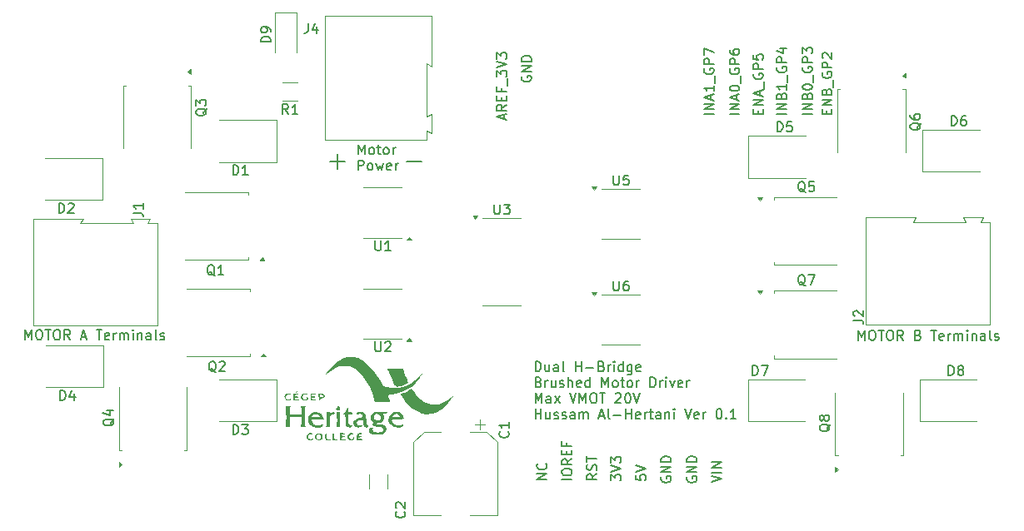
<source format=gto>
%TF.GenerationSoftware,KiCad,Pcbnew,9.0.4-9.0.4-0~ubuntu24.04.1*%
%TF.CreationDate,2025-09-28T10:50:24-04:00*%
%TF.ProjectId,DualHbridgeDaughterboardDesign,4475616c-4862-4726-9964-676544617567,rev?*%
%TF.SameCoordinates,Original*%
%TF.FileFunction,Legend,Top*%
%TF.FilePolarity,Positive*%
%FSLAX46Y46*%
G04 Gerber Fmt 4.6, Leading zero omitted, Abs format (unit mm)*
G04 Created by KiCad (PCBNEW 9.0.4-9.0.4-0~ubuntu24.04.1) date 2025-09-28 10:50:24*
%MOMM*%
%LPD*%
G01*
G04 APERTURE LIST*
%ADD10C,0.200000*%
%ADD11C,0.150000*%
%ADD12C,0.120000*%
%ADD13C,0.000000*%
G04 APERTURE END LIST*
D10*
X106592231Y-87482933D02*
X105068422Y-87482933D01*
X105830326Y-88244838D02*
X105830326Y-86721028D01*
D11*
X158736779Y-105669819D02*
X158736779Y-104669819D01*
X158736779Y-104669819D02*
X159070112Y-105384104D01*
X159070112Y-105384104D02*
X159403445Y-104669819D01*
X159403445Y-104669819D02*
X159403445Y-105669819D01*
X160070112Y-104669819D02*
X160260588Y-104669819D01*
X160260588Y-104669819D02*
X160355826Y-104717438D01*
X160355826Y-104717438D02*
X160451064Y-104812676D01*
X160451064Y-104812676D02*
X160498683Y-105003152D01*
X160498683Y-105003152D02*
X160498683Y-105336485D01*
X160498683Y-105336485D02*
X160451064Y-105526961D01*
X160451064Y-105526961D02*
X160355826Y-105622200D01*
X160355826Y-105622200D02*
X160260588Y-105669819D01*
X160260588Y-105669819D02*
X160070112Y-105669819D01*
X160070112Y-105669819D02*
X159974874Y-105622200D01*
X159974874Y-105622200D02*
X159879636Y-105526961D01*
X159879636Y-105526961D02*
X159832017Y-105336485D01*
X159832017Y-105336485D02*
X159832017Y-105003152D01*
X159832017Y-105003152D02*
X159879636Y-104812676D01*
X159879636Y-104812676D02*
X159974874Y-104717438D01*
X159974874Y-104717438D02*
X160070112Y-104669819D01*
X160784398Y-104669819D02*
X161355826Y-104669819D01*
X161070112Y-105669819D02*
X161070112Y-104669819D01*
X161879636Y-104669819D02*
X162070112Y-104669819D01*
X162070112Y-104669819D02*
X162165350Y-104717438D01*
X162165350Y-104717438D02*
X162260588Y-104812676D01*
X162260588Y-104812676D02*
X162308207Y-105003152D01*
X162308207Y-105003152D02*
X162308207Y-105336485D01*
X162308207Y-105336485D02*
X162260588Y-105526961D01*
X162260588Y-105526961D02*
X162165350Y-105622200D01*
X162165350Y-105622200D02*
X162070112Y-105669819D01*
X162070112Y-105669819D02*
X161879636Y-105669819D01*
X161879636Y-105669819D02*
X161784398Y-105622200D01*
X161784398Y-105622200D02*
X161689160Y-105526961D01*
X161689160Y-105526961D02*
X161641541Y-105336485D01*
X161641541Y-105336485D02*
X161641541Y-105003152D01*
X161641541Y-105003152D02*
X161689160Y-104812676D01*
X161689160Y-104812676D02*
X161784398Y-104717438D01*
X161784398Y-104717438D02*
X161879636Y-104669819D01*
X163308207Y-105669819D02*
X162974874Y-105193628D01*
X162736779Y-105669819D02*
X162736779Y-104669819D01*
X162736779Y-104669819D02*
X163117731Y-104669819D01*
X163117731Y-104669819D02*
X163212969Y-104717438D01*
X163212969Y-104717438D02*
X163260588Y-104765057D01*
X163260588Y-104765057D02*
X163308207Y-104860295D01*
X163308207Y-104860295D02*
X163308207Y-105003152D01*
X163308207Y-105003152D02*
X163260588Y-105098390D01*
X163260588Y-105098390D02*
X163212969Y-105146009D01*
X163212969Y-105146009D02*
X163117731Y-105193628D01*
X163117731Y-105193628D02*
X162736779Y-105193628D01*
X164832017Y-105146009D02*
X164974874Y-105193628D01*
X164974874Y-105193628D02*
X165022493Y-105241247D01*
X165022493Y-105241247D02*
X165070112Y-105336485D01*
X165070112Y-105336485D02*
X165070112Y-105479342D01*
X165070112Y-105479342D02*
X165022493Y-105574580D01*
X165022493Y-105574580D02*
X164974874Y-105622200D01*
X164974874Y-105622200D02*
X164879636Y-105669819D01*
X164879636Y-105669819D02*
X164498684Y-105669819D01*
X164498684Y-105669819D02*
X164498684Y-104669819D01*
X164498684Y-104669819D02*
X164832017Y-104669819D01*
X164832017Y-104669819D02*
X164927255Y-104717438D01*
X164927255Y-104717438D02*
X164974874Y-104765057D01*
X164974874Y-104765057D02*
X165022493Y-104860295D01*
X165022493Y-104860295D02*
X165022493Y-104955533D01*
X165022493Y-104955533D02*
X164974874Y-105050771D01*
X164974874Y-105050771D02*
X164927255Y-105098390D01*
X164927255Y-105098390D02*
X164832017Y-105146009D01*
X164832017Y-105146009D02*
X164498684Y-105146009D01*
X166117732Y-104669819D02*
X166689160Y-104669819D01*
X166403446Y-105669819D02*
X166403446Y-104669819D01*
X167403446Y-105622200D02*
X167308208Y-105669819D01*
X167308208Y-105669819D02*
X167117732Y-105669819D01*
X167117732Y-105669819D02*
X167022494Y-105622200D01*
X167022494Y-105622200D02*
X166974875Y-105526961D01*
X166974875Y-105526961D02*
X166974875Y-105146009D01*
X166974875Y-105146009D02*
X167022494Y-105050771D01*
X167022494Y-105050771D02*
X167117732Y-105003152D01*
X167117732Y-105003152D02*
X167308208Y-105003152D01*
X167308208Y-105003152D02*
X167403446Y-105050771D01*
X167403446Y-105050771D02*
X167451065Y-105146009D01*
X167451065Y-105146009D02*
X167451065Y-105241247D01*
X167451065Y-105241247D02*
X166974875Y-105336485D01*
X167879637Y-105669819D02*
X167879637Y-105003152D01*
X167879637Y-105193628D02*
X167927256Y-105098390D01*
X167927256Y-105098390D02*
X167974875Y-105050771D01*
X167974875Y-105050771D02*
X168070113Y-105003152D01*
X168070113Y-105003152D02*
X168165351Y-105003152D01*
X168498685Y-105669819D02*
X168498685Y-105003152D01*
X168498685Y-105098390D02*
X168546304Y-105050771D01*
X168546304Y-105050771D02*
X168641542Y-105003152D01*
X168641542Y-105003152D02*
X168784399Y-105003152D01*
X168784399Y-105003152D02*
X168879637Y-105050771D01*
X168879637Y-105050771D02*
X168927256Y-105146009D01*
X168927256Y-105146009D02*
X168927256Y-105669819D01*
X168927256Y-105146009D02*
X168974875Y-105050771D01*
X168974875Y-105050771D02*
X169070113Y-105003152D01*
X169070113Y-105003152D02*
X169212970Y-105003152D01*
X169212970Y-105003152D02*
X169308209Y-105050771D01*
X169308209Y-105050771D02*
X169355828Y-105146009D01*
X169355828Y-105146009D02*
X169355828Y-105669819D01*
X169832018Y-105669819D02*
X169832018Y-105003152D01*
X169832018Y-104669819D02*
X169784399Y-104717438D01*
X169784399Y-104717438D02*
X169832018Y-104765057D01*
X169832018Y-104765057D02*
X169879637Y-104717438D01*
X169879637Y-104717438D02*
X169832018Y-104669819D01*
X169832018Y-104669819D02*
X169832018Y-104765057D01*
X170308208Y-105003152D02*
X170308208Y-105669819D01*
X170308208Y-105098390D02*
X170355827Y-105050771D01*
X170355827Y-105050771D02*
X170451065Y-105003152D01*
X170451065Y-105003152D02*
X170593922Y-105003152D01*
X170593922Y-105003152D02*
X170689160Y-105050771D01*
X170689160Y-105050771D02*
X170736779Y-105146009D01*
X170736779Y-105146009D02*
X170736779Y-105669819D01*
X171641541Y-105669819D02*
X171641541Y-105146009D01*
X171641541Y-105146009D02*
X171593922Y-105050771D01*
X171593922Y-105050771D02*
X171498684Y-105003152D01*
X171498684Y-105003152D02*
X171308208Y-105003152D01*
X171308208Y-105003152D02*
X171212970Y-105050771D01*
X171641541Y-105622200D02*
X171546303Y-105669819D01*
X171546303Y-105669819D02*
X171308208Y-105669819D01*
X171308208Y-105669819D02*
X171212970Y-105622200D01*
X171212970Y-105622200D02*
X171165351Y-105526961D01*
X171165351Y-105526961D02*
X171165351Y-105431723D01*
X171165351Y-105431723D02*
X171212970Y-105336485D01*
X171212970Y-105336485D02*
X171308208Y-105288866D01*
X171308208Y-105288866D02*
X171546303Y-105288866D01*
X171546303Y-105288866D02*
X171641541Y-105241247D01*
X172260589Y-105669819D02*
X172165351Y-105622200D01*
X172165351Y-105622200D02*
X172117732Y-105526961D01*
X172117732Y-105526961D02*
X172117732Y-104669819D01*
X172593923Y-105622200D02*
X172689161Y-105669819D01*
X172689161Y-105669819D02*
X172879637Y-105669819D01*
X172879637Y-105669819D02*
X172974875Y-105622200D01*
X172974875Y-105622200D02*
X173022494Y-105526961D01*
X173022494Y-105526961D02*
X173022494Y-105479342D01*
X173022494Y-105479342D02*
X172974875Y-105384104D01*
X172974875Y-105384104D02*
X172879637Y-105336485D01*
X172879637Y-105336485D02*
X172736780Y-105336485D01*
X172736780Y-105336485D02*
X172641542Y-105288866D01*
X172641542Y-105288866D02*
X172593923Y-105193628D01*
X172593923Y-105193628D02*
X172593923Y-105146009D01*
X172593923Y-105146009D02*
X172641542Y-105050771D01*
X172641542Y-105050771D02*
X172736780Y-105003152D01*
X172736780Y-105003152D02*
X172879637Y-105003152D01*
X172879637Y-105003152D02*
X172974875Y-105050771D01*
X74086779Y-105619819D02*
X74086779Y-104619819D01*
X74086779Y-104619819D02*
X74420112Y-105334104D01*
X74420112Y-105334104D02*
X74753445Y-104619819D01*
X74753445Y-104619819D02*
X74753445Y-105619819D01*
X75420112Y-104619819D02*
X75610588Y-104619819D01*
X75610588Y-104619819D02*
X75705826Y-104667438D01*
X75705826Y-104667438D02*
X75801064Y-104762676D01*
X75801064Y-104762676D02*
X75848683Y-104953152D01*
X75848683Y-104953152D02*
X75848683Y-105286485D01*
X75848683Y-105286485D02*
X75801064Y-105476961D01*
X75801064Y-105476961D02*
X75705826Y-105572200D01*
X75705826Y-105572200D02*
X75610588Y-105619819D01*
X75610588Y-105619819D02*
X75420112Y-105619819D01*
X75420112Y-105619819D02*
X75324874Y-105572200D01*
X75324874Y-105572200D02*
X75229636Y-105476961D01*
X75229636Y-105476961D02*
X75182017Y-105286485D01*
X75182017Y-105286485D02*
X75182017Y-104953152D01*
X75182017Y-104953152D02*
X75229636Y-104762676D01*
X75229636Y-104762676D02*
X75324874Y-104667438D01*
X75324874Y-104667438D02*
X75420112Y-104619819D01*
X76134398Y-104619819D02*
X76705826Y-104619819D01*
X76420112Y-105619819D02*
X76420112Y-104619819D01*
X77229636Y-104619819D02*
X77420112Y-104619819D01*
X77420112Y-104619819D02*
X77515350Y-104667438D01*
X77515350Y-104667438D02*
X77610588Y-104762676D01*
X77610588Y-104762676D02*
X77658207Y-104953152D01*
X77658207Y-104953152D02*
X77658207Y-105286485D01*
X77658207Y-105286485D02*
X77610588Y-105476961D01*
X77610588Y-105476961D02*
X77515350Y-105572200D01*
X77515350Y-105572200D02*
X77420112Y-105619819D01*
X77420112Y-105619819D02*
X77229636Y-105619819D01*
X77229636Y-105619819D02*
X77134398Y-105572200D01*
X77134398Y-105572200D02*
X77039160Y-105476961D01*
X77039160Y-105476961D02*
X76991541Y-105286485D01*
X76991541Y-105286485D02*
X76991541Y-104953152D01*
X76991541Y-104953152D02*
X77039160Y-104762676D01*
X77039160Y-104762676D02*
X77134398Y-104667438D01*
X77134398Y-104667438D02*
X77229636Y-104619819D01*
X78658207Y-105619819D02*
X78324874Y-105143628D01*
X78086779Y-105619819D02*
X78086779Y-104619819D01*
X78086779Y-104619819D02*
X78467731Y-104619819D01*
X78467731Y-104619819D02*
X78562969Y-104667438D01*
X78562969Y-104667438D02*
X78610588Y-104715057D01*
X78610588Y-104715057D02*
X78658207Y-104810295D01*
X78658207Y-104810295D02*
X78658207Y-104953152D01*
X78658207Y-104953152D02*
X78610588Y-105048390D01*
X78610588Y-105048390D02*
X78562969Y-105096009D01*
X78562969Y-105096009D02*
X78467731Y-105143628D01*
X78467731Y-105143628D02*
X78086779Y-105143628D01*
X79801065Y-105334104D02*
X80277255Y-105334104D01*
X79705827Y-105619819D02*
X80039160Y-104619819D01*
X80039160Y-104619819D02*
X80372493Y-105619819D01*
X81324875Y-104619819D02*
X81896303Y-104619819D01*
X81610589Y-105619819D02*
X81610589Y-104619819D01*
X82610589Y-105572200D02*
X82515351Y-105619819D01*
X82515351Y-105619819D02*
X82324875Y-105619819D01*
X82324875Y-105619819D02*
X82229637Y-105572200D01*
X82229637Y-105572200D02*
X82182018Y-105476961D01*
X82182018Y-105476961D02*
X82182018Y-105096009D01*
X82182018Y-105096009D02*
X82229637Y-105000771D01*
X82229637Y-105000771D02*
X82324875Y-104953152D01*
X82324875Y-104953152D02*
X82515351Y-104953152D01*
X82515351Y-104953152D02*
X82610589Y-105000771D01*
X82610589Y-105000771D02*
X82658208Y-105096009D01*
X82658208Y-105096009D02*
X82658208Y-105191247D01*
X82658208Y-105191247D02*
X82182018Y-105286485D01*
X83086780Y-105619819D02*
X83086780Y-104953152D01*
X83086780Y-105143628D02*
X83134399Y-105048390D01*
X83134399Y-105048390D02*
X83182018Y-105000771D01*
X83182018Y-105000771D02*
X83277256Y-104953152D01*
X83277256Y-104953152D02*
X83372494Y-104953152D01*
X83705828Y-105619819D02*
X83705828Y-104953152D01*
X83705828Y-105048390D02*
X83753447Y-105000771D01*
X83753447Y-105000771D02*
X83848685Y-104953152D01*
X83848685Y-104953152D02*
X83991542Y-104953152D01*
X83991542Y-104953152D02*
X84086780Y-105000771D01*
X84086780Y-105000771D02*
X84134399Y-105096009D01*
X84134399Y-105096009D02*
X84134399Y-105619819D01*
X84134399Y-105096009D02*
X84182018Y-105000771D01*
X84182018Y-105000771D02*
X84277256Y-104953152D01*
X84277256Y-104953152D02*
X84420113Y-104953152D01*
X84420113Y-104953152D02*
X84515352Y-105000771D01*
X84515352Y-105000771D02*
X84562971Y-105096009D01*
X84562971Y-105096009D02*
X84562971Y-105619819D01*
X85039161Y-105619819D02*
X85039161Y-104953152D01*
X85039161Y-104619819D02*
X84991542Y-104667438D01*
X84991542Y-104667438D02*
X85039161Y-104715057D01*
X85039161Y-104715057D02*
X85086780Y-104667438D01*
X85086780Y-104667438D02*
X85039161Y-104619819D01*
X85039161Y-104619819D02*
X85039161Y-104715057D01*
X85515351Y-104953152D02*
X85515351Y-105619819D01*
X85515351Y-105048390D02*
X85562970Y-105000771D01*
X85562970Y-105000771D02*
X85658208Y-104953152D01*
X85658208Y-104953152D02*
X85801065Y-104953152D01*
X85801065Y-104953152D02*
X85896303Y-105000771D01*
X85896303Y-105000771D02*
X85943922Y-105096009D01*
X85943922Y-105096009D02*
X85943922Y-105619819D01*
X86848684Y-105619819D02*
X86848684Y-105096009D01*
X86848684Y-105096009D02*
X86801065Y-105000771D01*
X86801065Y-105000771D02*
X86705827Y-104953152D01*
X86705827Y-104953152D02*
X86515351Y-104953152D01*
X86515351Y-104953152D02*
X86420113Y-105000771D01*
X86848684Y-105572200D02*
X86753446Y-105619819D01*
X86753446Y-105619819D02*
X86515351Y-105619819D01*
X86515351Y-105619819D02*
X86420113Y-105572200D01*
X86420113Y-105572200D02*
X86372494Y-105476961D01*
X86372494Y-105476961D02*
X86372494Y-105381723D01*
X86372494Y-105381723D02*
X86420113Y-105286485D01*
X86420113Y-105286485D02*
X86515351Y-105238866D01*
X86515351Y-105238866D02*
X86753446Y-105238866D01*
X86753446Y-105238866D02*
X86848684Y-105191247D01*
X87467732Y-105619819D02*
X87372494Y-105572200D01*
X87372494Y-105572200D02*
X87324875Y-105476961D01*
X87324875Y-105476961D02*
X87324875Y-104619819D01*
X87801066Y-105572200D02*
X87896304Y-105619819D01*
X87896304Y-105619819D02*
X88086780Y-105619819D01*
X88086780Y-105619819D02*
X88182018Y-105572200D01*
X88182018Y-105572200D02*
X88229637Y-105476961D01*
X88229637Y-105476961D02*
X88229637Y-105429342D01*
X88229637Y-105429342D02*
X88182018Y-105334104D01*
X88182018Y-105334104D02*
X88086780Y-105286485D01*
X88086780Y-105286485D02*
X87943923Y-105286485D01*
X87943923Y-105286485D02*
X87848685Y-105238866D01*
X87848685Y-105238866D02*
X87801066Y-105143628D01*
X87801066Y-105143628D02*
X87801066Y-105096009D01*
X87801066Y-105096009D02*
X87848685Y-105000771D01*
X87848685Y-105000771D02*
X87943923Y-104953152D01*
X87943923Y-104953152D02*
X88086780Y-104953152D01*
X88086780Y-104953152D02*
X88182018Y-105000771D01*
X107936779Y-86759875D02*
X107936779Y-85759875D01*
X107936779Y-85759875D02*
X108270112Y-86474160D01*
X108270112Y-86474160D02*
X108603445Y-85759875D01*
X108603445Y-85759875D02*
X108603445Y-86759875D01*
X109222493Y-86759875D02*
X109127255Y-86712256D01*
X109127255Y-86712256D02*
X109079636Y-86664636D01*
X109079636Y-86664636D02*
X109032017Y-86569398D01*
X109032017Y-86569398D02*
X109032017Y-86283684D01*
X109032017Y-86283684D02*
X109079636Y-86188446D01*
X109079636Y-86188446D02*
X109127255Y-86140827D01*
X109127255Y-86140827D02*
X109222493Y-86093208D01*
X109222493Y-86093208D02*
X109365350Y-86093208D01*
X109365350Y-86093208D02*
X109460588Y-86140827D01*
X109460588Y-86140827D02*
X109508207Y-86188446D01*
X109508207Y-86188446D02*
X109555826Y-86283684D01*
X109555826Y-86283684D02*
X109555826Y-86569398D01*
X109555826Y-86569398D02*
X109508207Y-86664636D01*
X109508207Y-86664636D02*
X109460588Y-86712256D01*
X109460588Y-86712256D02*
X109365350Y-86759875D01*
X109365350Y-86759875D02*
X109222493Y-86759875D01*
X109841541Y-86093208D02*
X110222493Y-86093208D01*
X109984398Y-85759875D02*
X109984398Y-86617017D01*
X109984398Y-86617017D02*
X110032017Y-86712256D01*
X110032017Y-86712256D02*
X110127255Y-86759875D01*
X110127255Y-86759875D02*
X110222493Y-86759875D01*
X110698684Y-86759875D02*
X110603446Y-86712256D01*
X110603446Y-86712256D02*
X110555827Y-86664636D01*
X110555827Y-86664636D02*
X110508208Y-86569398D01*
X110508208Y-86569398D02*
X110508208Y-86283684D01*
X110508208Y-86283684D02*
X110555827Y-86188446D01*
X110555827Y-86188446D02*
X110603446Y-86140827D01*
X110603446Y-86140827D02*
X110698684Y-86093208D01*
X110698684Y-86093208D02*
X110841541Y-86093208D01*
X110841541Y-86093208D02*
X110936779Y-86140827D01*
X110936779Y-86140827D02*
X110984398Y-86188446D01*
X110984398Y-86188446D02*
X111032017Y-86283684D01*
X111032017Y-86283684D02*
X111032017Y-86569398D01*
X111032017Y-86569398D02*
X110984398Y-86664636D01*
X110984398Y-86664636D02*
X110936779Y-86712256D01*
X110936779Y-86712256D02*
X110841541Y-86759875D01*
X110841541Y-86759875D02*
X110698684Y-86759875D01*
X111460589Y-86759875D02*
X111460589Y-86093208D01*
X111460589Y-86283684D02*
X111508208Y-86188446D01*
X111508208Y-86188446D02*
X111555827Y-86140827D01*
X111555827Y-86140827D02*
X111651065Y-86093208D01*
X111651065Y-86093208D02*
X111746303Y-86093208D01*
X107936779Y-88369819D02*
X107936779Y-87369819D01*
X107936779Y-87369819D02*
X108317731Y-87369819D01*
X108317731Y-87369819D02*
X108412969Y-87417438D01*
X108412969Y-87417438D02*
X108460588Y-87465057D01*
X108460588Y-87465057D02*
X108508207Y-87560295D01*
X108508207Y-87560295D02*
X108508207Y-87703152D01*
X108508207Y-87703152D02*
X108460588Y-87798390D01*
X108460588Y-87798390D02*
X108412969Y-87846009D01*
X108412969Y-87846009D02*
X108317731Y-87893628D01*
X108317731Y-87893628D02*
X107936779Y-87893628D01*
X109079636Y-88369819D02*
X108984398Y-88322200D01*
X108984398Y-88322200D02*
X108936779Y-88274580D01*
X108936779Y-88274580D02*
X108889160Y-88179342D01*
X108889160Y-88179342D02*
X108889160Y-87893628D01*
X108889160Y-87893628D02*
X108936779Y-87798390D01*
X108936779Y-87798390D02*
X108984398Y-87750771D01*
X108984398Y-87750771D02*
X109079636Y-87703152D01*
X109079636Y-87703152D02*
X109222493Y-87703152D01*
X109222493Y-87703152D02*
X109317731Y-87750771D01*
X109317731Y-87750771D02*
X109365350Y-87798390D01*
X109365350Y-87798390D02*
X109412969Y-87893628D01*
X109412969Y-87893628D02*
X109412969Y-88179342D01*
X109412969Y-88179342D02*
X109365350Y-88274580D01*
X109365350Y-88274580D02*
X109317731Y-88322200D01*
X109317731Y-88322200D02*
X109222493Y-88369819D01*
X109222493Y-88369819D02*
X109079636Y-88369819D01*
X109746303Y-87703152D02*
X109936779Y-88369819D01*
X109936779Y-88369819D02*
X110127255Y-87893628D01*
X110127255Y-87893628D02*
X110317731Y-88369819D01*
X110317731Y-88369819D02*
X110508207Y-87703152D01*
X111270112Y-88322200D02*
X111174874Y-88369819D01*
X111174874Y-88369819D02*
X110984398Y-88369819D01*
X110984398Y-88369819D02*
X110889160Y-88322200D01*
X110889160Y-88322200D02*
X110841541Y-88226961D01*
X110841541Y-88226961D02*
X110841541Y-87846009D01*
X110841541Y-87846009D02*
X110889160Y-87750771D01*
X110889160Y-87750771D02*
X110984398Y-87703152D01*
X110984398Y-87703152D02*
X111174874Y-87703152D01*
X111174874Y-87703152D02*
X111270112Y-87750771D01*
X111270112Y-87750771D02*
X111317731Y-87846009D01*
X111317731Y-87846009D02*
X111317731Y-87941247D01*
X111317731Y-87941247D02*
X110841541Y-88036485D01*
X111746303Y-88369819D02*
X111746303Y-87703152D01*
X111746303Y-87893628D02*
X111793922Y-87798390D01*
X111793922Y-87798390D02*
X111841541Y-87750771D01*
X111841541Y-87750771D02*
X111936779Y-87703152D01*
X111936779Y-87703152D02*
X112032017Y-87703152D01*
D10*
X114392231Y-87482933D02*
X112868422Y-87482933D01*
D11*
X125936779Y-108839987D02*
X125936779Y-107839987D01*
X125936779Y-107839987D02*
X126174874Y-107839987D01*
X126174874Y-107839987D02*
X126317731Y-107887606D01*
X126317731Y-107887606D02*
X126412969Y-107982844D01*
X126412969Y-107982844D02*
X126460588Y-108078082D01*
X126460588Y-108078082D02*
X126508207Y-108268558D01*
X126508207Y-108268558D02*
X126508207Y-108411415D01*
X126508207Y-108411415D02*
X126460588Y-108601891D01*
X126460588Y-108601891D02*
X126412969Y-108697129D01*
X126412969Y-108697129D02*
X126317731Y-108792368D01*
X126317731Y-108792368D02*
X126174874Y-108839987D01*
X126174874Y-108839987D02*
X125936779Y-108839987D01*
X127365350Y-108173320D02*
X127365350Y-108839987D01*
X126936779Y-108173320D02*
X126936779Y-108697129D01*
X126936779Y-108697129D02*
X126984398Y-108792368D01*
X126984398Y-108792368D02*
X127079636Y-108839987D01*
X127079636Y-108839987D02*
X127222493Y-108839987D01*
X127222493Y-108839987D02*
X127317731Y-108792368D01*
X127317731Y-108792368D02*
X127365350Y-108744748D01*
X128270112Y-108839987D02*
X128270112Y-108316177D01*
X128270112Y-108316177D02*
X128222493Y-108220939D01*
X128222493Y-108220939D02*
X128127255Y-108173320D01*
X128127255Y-108173320D02*
X127936779Y-108173320D01*
X127936779Y-108173320D02*
X127841541Y-108220939D01*
X128270112Y-108792368D02*
X128174874Y-108839987D01*
X128174874Y-108839987D02*
X127936779Y-108839987D01*
X127936779Y-108839987D02*
X127841541Y-108792368D01*
X127841541Y-108792368D02*
X127793922Y-108697129D01*
X127793922Y-108697129D02*
X127793922Y-108601891D01*
X127793922Y-108601891D02*
X127841541Y-108506653D01*
X127841541Y-108506653D02*
X127936779Y-108459034D01*
X127936779Y-108459034D02*
X128174874Y-108459034D01*
X128174874Y-108459034D02*
X128270112Y-108411415D01*
X128889160Y-108839987D02*
X128793922Y-108792368D01*
X128793922Y-108792368D02*
X128746303Y-108697129D01*
X128746303Y-108697129D02*
X128746303Y-107839987D01*
X130032018Y-108839987D02*
X130032018Y-107839987D01*
X130032018Y-108316177D02*
X130603446Y-108316177D01*
X130603446Y-108839987D02*
X130603446Y-107839987D01*
X131079637Y-108459034D02*
X131841542Y-108459034D01*
X132651065Y-108316177D02*
X132793922Y-108363796D01*
X132793922Y-108363796D02*
X132841541Y-108411415D01*
X132841541Y-108411415D02*
X132889160Y-108506653D01*
X132889160Y-108506653D02*
X132889160Y-108649510D01*
X132889160Y-108649510D02*
X132841541Y-108744748D01*
X132841541Y-108744748D02*
X132793922Y-108792368D01*
X132793922Y-108792368D02*
X132698684Y-108839987D01*
X132698684Y-108839987D02*
X132317732Y-108839987D01*
X132317732Y-108839987D02*
X132317732Y-107839987D01*
X132317732Y-107839987D02*
X132651065Y-107839987D01*
X132651065Y-107839987D02*
X132746303Y-107887606D01*
X132746303Y-107887606D02*
X132793922Y-107935225D01*
X132793922Y-107935225D02*
X132841541Y-108030463D01*
X132841541Y-108030463D02*
X132841541Y-108125701D01*
X132841541Y-108125701D02*
X132793922Y-108220939D01*
X132793922Y-108220939D02*
X132746303Y-108268558D01*
X132746303Y-108268558D02*
X132651065Y-108316177D01*
X132651065Y-108316177D02*
X132317732Y-108316177D01*
X133317732Y-108839987D02*
X133317732Y-108173320D01*
X133317732Y-108363796D02*
X133365351Y-108268558D01*
X133365351Y-108268558D02*
X133412970Y-108220939D01*
X133412970Y-108220939D02*
X133508208Y-108173320D01*
X133508208Y-108173320D02*
X133603446Y-108173320D01*
X133936780Y-108839987D02*
X133936780Y-108173320D01*
X133936780Y-107839987D02*
X133889161Y-107887606D01*
X133889161Y-107887606D02*
X133936780Y-107935225D01*
X133936780Y-107935225D02*
X133984399Y-107887606D01*
X133984399Y-107887606D02*
X133936780Y-107839987D01*
X133936780Y-107839987D02*
X133936780Y-107935225D01*
X134841541Y-108839987D02*
X134841541Y-107839987D01*
X134841541Y-108792368D02*
X134746303Y-108839987D01*
X134746303Y-108839987D02*
X134555827Y-108839987D01*
X134555827Y-108839987D02*
X134460589Y-108792368D01*
X134460589Y-108792368D02*
X134412970Y-108744748D01*
X134412970Y-108744748D02*
X134365351Y-108649510D01*
X134365351Y-108649510D02*
X134365351Y-108363796D01*
X134365351Y-108363796D02*
X134412970Y-108268558D01*
X134412970Y-108268558D02*
X134460589Y-108220939D01*
X134460589Y-108220939D02*
X134555827Y-108173320D01*
X134555827Y-108173320D02*
X134746303Y-108173320D01*
X134746303Y-108173320D02*
X134841541Y-108220939D01*
X135746303Y-108173320D02*
X135746303Y-108982844D01*
X135746303Y-108982844D02*
X135698684Y-109078082D01*
X135698684Y-109078082D02*
X135651065Y-109125701D01*
X135651065Y-109125701D02*
X135555827Y-109173320D01*
X135555827Y-109173320D02*
X135412970Y-109173320D01*
X135412970Y-109173320D02*
X135317732Y-109125701D01*
X135746303Y-108792368D02*
X135651065Y-108839987D01*
X135651065Y-108839987D02*
X135460589Y-108839987D01*
X135460589Y-108839987D02*
X135365351Y-108792368D01*
X135365351Y-108792368D02*
X135317732Y-108744748D01*
X135317732Y-108744748D02*
X135270113Y-108649510D01*
X135270113Y-108649510D02*
X135270113Y-108363796D01*
X135270113Y-108363796D02*
X135317732Y-108268558D01*
X135317732Y-108268558D02*
X135365351Y-108220939D01*
X135365351Y-108220939D02*
X135460589Y-108173320D01*
X135460589Y-108173320D02*
X135651065Y-108173320D01*
X135651065Y-108173320D02*
X135746303Y-108220939D01*
X136603446Y-108792368D02*
X136508208Y-108839987D01*
X136508208Y-108839987D02*
X136317732Y-108839987D01*
X136317732Y-108839987D02*
X136222494Y-108792368D01*
X136222494Y-108792368D02*
X136174875Y-108697129D01*
X136174875Y-108697129D02*
X136174875Y-108316177D01*
X136174875Y-108316177D02*
X136222494Y-108220939D01*
X136222494Y-108220939D02*
X136317732Y-108173320D01*
X136317732Y-108173320D02*
X136508208Y-108173320D01*
X136508208Y-108173320D02*
X136603446Y-108220939D01*
X136603446Y-108220939D02*
X136651065Y-108316177D01*
X136651065Y-108316177D02*
X136651065Y-108411415D01*
X136651065Y-108411415D02*
X136174875Y-108506653D01*
X126270112Y-109926121D02*
X126412969Y-109973740D01*
X126412969Y-109973740D02*
X126460588Y-110021359D01*
X126460588Y-110021359D02*
X126508207Y-110116597D01*
X126508207Y-110116597D02*
X126508207Y-110259454D01*
X126508207Y-110259454D02*
X126460588Y-110354692D01*
X126460588Y-110354692D02*
X126412969Y-110402312D01*
X126412969Y-110402312D02*
X126317731Y-110449931D01*
X126317731Y-110449931D02*
X125936779Y-110449931D01*
X125936779Y-110449931D02*
X125936779Y-109449931D01*
X125936779Y-109449931D02*
X126270112Y-109449931D01*
X126270112Y-109449931D02*
X126365350Y-109497550D01*
X126365350Y-109497550D02*
X126412969Y-109545169D01*
X126412969Y-109545169D02*
X126460588Y-109640407D01*
X126460588Y-109640407D02*
X126460588Y-109735645D01*
X126460588Y-109735645D02*
X126412969Y-109830883D01*
X126412969Y-109830883D02*
X126365350Y-109878502D01*
X126365350Y-109878502D02*
X126270112Y-109926121D01*
X126270112Y-109926121D02*
X125936779Y-109926121D01*
X126936779Y-110449931D02*
X126936779Y-109783264D01*
X126936779Y-109973740D02*
X126984398Y-109878502D01*
X126984398Y-109878502D02*
X127032017Y-109830883D01*
X127032017Y-109830883D02*
X127127255Y-109783264D01*
X127127255Y-109783264D02*
X127222493Y-109783264D01*
X127984398Y-109783264D02*
X127984398Y-110449931D01*
X127555827Y-109783264D02*
X127555827Y-110307073D01*
X127555827Y-110307073D02*
X127603446Y-110402312D01*
X127603446Y-110402312D02*
X127698684Y-110449931D01*
X127698684Y-110449931D02*
X127841541Y-110449931D01*
X127841541Y-110449931D02*
X127936779Y-110402312D01*
X127936779Y-110402312D02*
X127984398Y-110354692D01*
X128412970Y-110402312D02*
X128508208Y-110449931D01*
X128508208Y-110449931D02*
X128698684Y-110449931D01*
X128698684Y-110449931D02*
X128793922Y-110402312D01*
X128793922Y-110402312D02*
X128841541Y-110307073D01*
X128841541Y-110307073D02*
X128841541Y-110259454D01*
X128841541Y-110259454D02*
X128793922Y-110164216D01*
X128793922Y-110164216D02*
X128698684Y-110116597D01*
X128698684Y-110116597D02*
X128555827Y-110116597D01*
X128555827Y-110116597D02*
X128460589Y-110068978D01*
X128460589Y-110068978D02*
X128412970Y-109973740D01*
X128412970Y-109973740D02*
X128412970Y-109926121D01*
X128412970Y-109926121D02*
X128460589Y-109830883D01*
X128460589Y-109830883D02*
X128555827Y-109783264D01*
X128555827Y-109783264D02*
X128698684Y-109783264D01*
X128698684Y-109783264D02*
X128793922Y-109830883D01*
X129270113Y-110449931D02*
X129270113Y-109449931D01*
X129698684Y-110449931D02*
X129698684Y-109926121D01*
X129698684Y-109926121D02*
X129651065Y-109830883D01*
X129651065Y-109830883D02*
X129555827Y-109783264D01*
X129555827Y-109783264D02*
X129412970Y-109783264D01*
X129412970Y-109783264D02*
X129317732Y-109830883D01*
X129317732Y-109830883D02*
X129270113Y-109878502D01*
X130555827Y-110402312D02*
X130460589Y-110449931D01*
X130460589Y-110449931D02*
X130270113Y-110449931D01*
X130270113Y-110449931D02*
X130174875Y-110402312D01*
X130174875Y-110402312D02*
X130127256Y-110307073D01*
X130127256Y-110307073D02*
X130127256Y-109926121D01*
X130127256Y-109926121D02*
X130174875Y-109830883D01*
X130174875Y-109830883D02*
X130270113Y-109783264D01*
X130270113Y-109783264D02*
X130460589Y-109783264D01*
X130460589Y-109783264D02*
X130555827Y-109830883D01*
X130555827Y-109830883D02*
X130603446Y-109926121D01*
X130603446Y-109926121D02*
X130603446Y-110021359D01*
X130603446Y-110021359D02*
X130127256Y-110116597D01*
X131460589Y-110449931D02*
X131460589Y-109449931D01*
X131460589Y-110402312D02*
X131365351Y-110449931D01*
X131365351Y-110449931D02*
X131174875Y-110449931D01*
X131174875Y-110449931D02*
X131079637Y-110402312D01*
X131079637Y-110402312D02*
X131032018Y-110354692D01*
X131032018Y-110354692D02*
X130984399Y-110259454D01*
X130984399Y-110259454D02*
X130984399Y-109973740D01*
X130984399Y-109973740D02*
X131032018Y-109878502D01*
X131032018Y-109878502D02*
X131079637Y-109830883D01*
X131079637Y-109830883D02*
X131174875Y-109783264D01*
X131174875Y-109783264D02*
X131365351Y-109783264D01*
X131365351Y-109783264D02*
X131460589Y-109830883D01*
X132698685Y-110449931D02*
X132698685Y-109449931D01*
X132698685Y-109449931D02*
X133032018Y-110164216D01*
X133032018Y-110164216D02*
X133365351Y-109449931D01*
X133365351Y-109449931D02*
X133365351Y-110449931D01*
X133984399Y-110449931D02*
X133889161Y-110402312D01*
X133889161Y-110402312D02*
X133841542Y-110354692D01*
X133841542Y-110354692D02*
X133793923Y-110259454D01*
X133793923Y-110259454D02*
X133793923Y-109973740D01*
X133793923Y-109973740D02*
X133841542Y-109878502D01*
X133841542Y-109878502D02*
X133889161Y-109830883D01*
X133889161Y-109830883D02*
X133984399Y-109783264D01*
X133984399Y-109783264D02*
X134127256Y-109783264D01*
X134127256Y-109783264D02*
X134222494Y-109830883D01*
X134222494Y-109830883D02*
X134270113Y-109878502D01*
X134270113Y-109878502D02*
X134317732Y-109973740D01*
X134317732Y-109973740D02*
X134317732Y-110259454D01*
X134317732Y-110259454D02*
X134270113Y-110354692D01*
X134270113Y-110354692D02*
X134222494Y-110402312D01*
X134222494Y-110402312D02*
X134127256Y-110449931D01*
X134127256Y-110449931D02*
X133984399Y-110449931D01*
X134603447Y-109783264D02*
X134984399Y-109783264D01*
X134746304Y-109449931D02*
X134746304Y-110307073D01*
X134746304Y-110307073D02*
X134793923Y-110402312D01*
X134793923Y-110402312D02*
X134889161Y-110449931D01*
X134889161Y-110449931D02*
X134984399Y-110449931D01*
X135460590Y-110449931D02*
X135365352Y-110402312D01*
X135365352Y-110402312D02*
X135317733Y-110354692D01*
X135317733Y-110354692D02*
X135270114Y-110259454D01*
X135270114Y-110259454D02*
X135270114Y-109973740D01*
X135270114Y-109973740D02*
X135317733Y-109878502D01*
X135317733Y-109878502D02*
X135365352Y-109830883D01*
X135365352Y-109830883D02*
X135460590Y-109783264D01*
X135460590Y-109783264D02*
X135603447Y-109783264D01*
X135603447Y-109783264D02*
X135698685Y-109830883D01*
X135698685Y-109830883D02*
X135746304Y-109878502D01*
X135746304Y-109878502D02*
X135793923Y-109973740D01*
X135793923Y-109973740D02*
X135793923Y-110259454D01*
X135793923Y-110259454D02*
X135746304Y-110354692D01*
X135746304Y-110354692D02*
X135698685Y-110402312D01*
X135698685Y-110402312D02*
X135603447Y-110449931D01*
X135603447Y-110449931D02*
X135460590Y-110449931D01*
X136222495Y-110449931D02*
X136222495Y-109783264D01*
X136222495Y-109973740D02*
X136270114Y-109878502D01*
X136270114Y-109878502D02*
X136317733Y-109830883D01*
X136317733Y-109830883D02*
X136412971Y-109783264D01*
X136412971Y-109783264D02*
X136508209Y-109783264D01*
X137603448Y-110449931D02*
X137603448Y-109449931D01*
X137603448Y-109449931D02*
X137841543Y-109449931D01*
X137841543Y-109449931D02*
X137984400Y-109497550D01*
X137984400Y-109497550D02*
X138079638Y-109592788D01*
X138079638Y-109592788D02*
X138127257Y-109688026D01*
X138127257Y-109688026D02*
X138174876Y-109878502D01*
X138174876Y-109878502D02*
X138174876Y-110021359D01*
X138174876Y-110021359D02*
X138127257Y-110211835D01*
X138127257Y-110211835D02*
X138079638Y-110307073D01*
X138079638Y-110307073D02*
X137984400Y-110402312D01*
X137984400Y-110402312D02*
X137841543Y-110449931D01*
X137841543Y-110449931D02*
X137603448Y-110449931D01*
X138603448Y-110449931D02*
X138603448Y-109783264D01*
X138603448Y-109973740D02*
X138651067Y-109878502D01*
X138651067Y-109878502D02*
X138698686Y-109830883D01*
X138698686Y-109830883D02*
X138793924Y-109783264D01*
X138793924Y-109783264D02*
X138889162Y-109783264D01*
X139222496Y-110449931D02*
X139222496Y-109783264D01*
X139222496Y-109449931D02*
X139174877Y-109497550D01*
X139174877Y-109497550D02*
X139222496Y-109545169D01*
X139222496Y-109545169D02*
X139270115Y-109497550D01*
X139270115Y-109497550D02*
X139222496Y-109449931D01*
X139222496Y-109449931D02*
X139222496Y-109545169D01*
X139603448Y-109783264D02*
X139841543Y-110449931D01*
X139841543Y-110449931D02*
X140079638Y-109783264D01*
X140841543Y-110402312D02*
X140746305Y-110449931D01*
X140746305Y-110449931D02*
X140555829Y-110449931D01*
X140555829Y-110449931D02*
X140460591Y-110402312D01*
X140460591Y-110402312D02*
X140412972Y-110307073D01*
X140412972Y-110307073D02*
X140412972Y-109926121D01*
X140412972Y-109926121D02*
X140460591Y-109830883D01*
X140460591Y-109830883D02*
X140555829Y-109783264D01*
X140555829Y-109783264D02*
X140746305Y-109783264D01*
X140746305Y-109783264D02*
X140841543Y-109830883D01*
X140841543Y-109830883D02*
X140889162Y-109926121D01*
X140889162Y-109926121D02*
X140889162Y-110021359D01*
X140889162Y-110021359D02*
X140412972Y-110116597D01*
X141317734Y-110449931D02*
X141317734Y-109783264D01*
X141317734Y-109973740D02*
X141365353Y-109878502D01*
X141365353Y-109878502D02*
X141412972Y-109830883D01*
X141412972Y-109830883D02*
X141508210Y-109783264D01*
X141508210Y-109783264D02*
X141603448Y-109783264D01*
X125936779Y-112059875D02*
X125936779Y-111059875D01*
X125936779Y-111059875D02*
X126270112Y-111774160D01*
X126270112Y-111774160D02*
X126603445Y-111059875D01*
X126603445Y-111059875D02*
X126603445Y-112059875D01*
X127508207Y-112059875D02*
X127508207Y-111536065D01*
X127508207Y-111536065D02*
X127460588Y-111440827D01*
X127460588Y-111440827D02*
X127365350Y-111393208D01*
X127365350Y-111393208D02*
X127174874Y-111393208D01*
X127174874Y-111393208D02*
X127079636Y-111440827D01*
X127508207Y-112012256D02*
X127412969Y-112059875D01*
X127412969Y-112059875D02*
X127174874Y-112059875D01*
X127174874Y-112059875D02*
X127079636Y-112012256D01*
X127079636Y-112012256D02*
X127032017Y-111917017D01*
X127032017Y-111917017D02*
X127032017Y-111821779D01*
X127032017Y-111821779D02*
X127079636Y-111726541D01*
X127079636Y-111726541D02*
X127174874Y-111678922D01*
X127174874Y-111678922D02*
X127412969Y-111678922D01*
X127412969Y-111678922D02*
X127508207Y-111631303D01*
X127889160Y-112059875D02*
X128412969Y-111393208D01*
X127889160Y-111393208D02*
X128412969Y-112059875D01*
X129412970Y-111059875D02*
X129746303Y-112059875D01*
X129746303Y-112059875D02*
X130079636Y-111059875D01*
X130412970Y-112059875D02*
X130412970Y-111059875D01*
X130412970Y-111059875D02*
X130746303Y-111774160D01*
X130746303Y-111774160D02*
X131079636Y-111059875D01*
X131079636Y-111059875D02*
X131079636Y-112059875D01*
X131746303Y-111059875D02*
X131936779Y-111059875D01*
X131936779Y-111059875D02*
X132032017Y-111107494D01*
X132032017Y-111107494D02*
X132127255Y-111202732D01*
X132127255Y-111202732D02*
X132174874Y-111393208D01*
X132174874Y-111393208D02*
X132174874Y-111726541D01*
X132174874Y-111726541D02*
X132127255Y-111917017D01*
X132127255Y-111917017D02*
X132032017Y-112012256D01*
X132032017Y-112012256D02*
X131936779Y-112059875D01*
X131936779Y-112059875D02*
X131746303Y-112059875D01*
X131746303Y-112059875D02*
X131651065Y-112012256D01*
X131651065Y-112012256D02*
X131555827Y-111917017D01*
X131555827Y-111917017D02*
X131508208Y-111726541D01*
X131508208Y-111726541D02*
X131508208Y-111393208D01*
X131508208Y-111393208D02*
X131555827Y-111202732D01*
X131555827Y-111202732D02*
X131651065Y-111107494D01*
X131651065Y-111107494D02*
X131746303Y-111059875D01*
X132460589Y-111059875D02*
X133032017Y-111059875D01*
X132746303Y-112059875D02*
X132746303Y-111059875D01*
X134079637Y-111155113D02*
X134127256Y-111107494D01*
X134127256Y-111107494D02*
X134222494Y-111059875D01*
X134222494Y-111059875D02*
X134460589Y-111059875D01*
X134460589Y-111059875D02*
X134555827Y-111107494D01*
X134555827Y-111107494D02*
X134603446Y-111155113D01*
X134603446Y-111155113D02*
X134651065Y-111250351D01*
X134651065Y-111250351D02*
X134651065Y-111345589D01*
X134651065Y-111345589D02*
X134603446Y-111488446D01*
X134603446Y-111488446D02*
X134032018Y-112059875D01*
X134032018Y-112059875D02*
X134651065Y-112059875D01*
X135270113Y-111059875D02*
X135365351Y-111059875D01*
X135365351Y-111059875D02*
X135460589Y-111107494D01*
X135460589Y-111107494D02*
X135508208Y-111155113D01*
X135508208Y-111155113D02*
X135555827Y-111250351D01*
X135555827Y-111250351D02*
X135603446Y-111440827D01*
X135603446Y-111440827D02*
X135603446Y-111678922D01*
X135603446Y-111678922D02*
X135555827Y-111869398D01*
X135555827Y-111869398D02*
X135508208Y-111964636D01*
X135508208Y-111964636D02*
X135460589Y-112012256D01*
X135460589Y-112012256D02*
X135365351Y-112059875D01*
X135365351Y-112059875D02*
X135270113Y-112059875D01*
X135270113Y-112059875D02*
X135174875Y-112012256D01*
X135174875Y-112012256D02*
X135127256Y-111964636D01*
X135127256Y-111964636D02*
X135079637Y-111869398D01*
X135079637Y-111869398D02*
X135032018Y-111678922D01*
X135032018Y-111678922D02*
X135032018Y-111440827D01*
X135032018Y-111440827D02*
X135079637Y-111250351D01*
X135079637Y-111250351D02*
X135127256Y-111155113D01*
X135127256Y-111155113D02*
X135174875Y-111107494D01*
X135174875Y-111107494D02*
X135270113Y-111059875D01*
X135889161Y-111059875D02*
X136222494Y-112059875D01*
X136222494Y-112059875D02*
X136555827Y-111059875D01*
X125936779Y-113669819D02*
X125936779Y-112669819D01*
X125936779Y-113146009D02*
X126508207Y-113146009D01*
X126508207Y-113669819D02*
X126508207Y-112669819D01*
X127412969Y-113003152D02*
X127412969Y-113669819D01*
X126984398Y-113003152D02*
X126984398Y-113526961D01*
X126984398Y-113526961D02*
X127032017Y-113622200D01*
X127032017Y-113622200D02*
X127127255Y-113669819D01*
X127127255Y-113669819D02*
X127270112Y-113669819D01*
X127270112Y-113669819D02*
X127365350Y-113622200D01*
X127365350Y-113622200D02*
X127412969Y-113574580D01*
X127841541Y-113622200D02*
X127936779Y-113669819D01*
X127936779Y-113669819D02*
X128127255Y-113669819D01*
X128127255Y-113669819D02*
X128222493Y-113622200D01*
X128222493Y-113622200D02*
X128270112Y-113526961D01*
X128270112Y-113526961D02*
X128270112Y-113479342D01*
X128270112Y-113479342D02*
X128222493Y-113384104D01*
X128222493Y-113384104D02*
X128127255Y-113336485D01*
X128127255Y-113336485D02*
X127984398Y-113336485D01*
X127984398Y-113336485D02*
X127889160Y-113288866D01*
X127889160Y-113288866D02*
X127841541Y-113193628D01*
X127841541Y-113193628D02*
X127841541Y-113146009D01*
X127841541Y-113146009D02*
X127889160Y-113050771D01*
X127889160Y-113050771D02*
X127984398Y-113003152D01*
X127984398Y-113003152D02*
X128127255Y-113003152D01*
X128127255Y-113003152D02*
X128222493Y-113050771D01*
X128651065Y-113622200D02*
X128746303Y-113669819D01*
X128746303Y-113669819D02*
X128936779Y-113669819D01*
X128936779Y-113669819D02*
X129032017Y-113622200D01*
X129032017Y-113622200D02*
X129079636Y-113526961D01*
X129079636Y-113526961D02*
X129079636Y-113479342D01*
X129079636Y-113479342D02*
X129032017Y-113384104D01*
X129032017Y-113384104D02*
X128936779Y-113336485D01*
X128936779Y-113336485D02*
X128793922Y-113336485D01*
X128793922Y-113336485D02*
X128698684Y-113288866D01*
X128698684Y-113288866D02*
X128651065Y-113193628D01*
X128651065Y-113193628D02*
X128651065Y-113146009D01*
X128651065Y-113146009D02*
X128698684Y-113050771D01*
X128698684Y-113050771D02*
X128793922Y-113003152D01*
X128793922Y-113003152D02*
X128936779Y-113003152D01*
X128936779Y-113003152D02*
X129032017Y-113050771D01*
X129936779Y-113669819D02*
X129936779Y-113146009D01*
X129936779Y-113146009D02*
X129889160Y-113050771D01*
X129889160Y-113050771D02*
X129793922Y-113003152D01*
X129793922Y-113003152D02*
X129603446Y-113003152D01*
X129603446Y-113003152D02*
X129508208Y-113050771D01*
X129936779Y-113622200D02*
X129841541Y-113669819D01*
X129841541Y-113669819D02*
X129603446Y-113669819D01*
X129603446Y-113669819D02*
X129508208Y-113622200D01*
X129508208Y-113622200D02*
X129460589Y-113526961D01*
X129460589Y-113526961D02*
X129460589Y-113431723D01*
X129460589Y-113431723D02*
X129508208Y-113336485D01*
X129508208Y-113336485D02*
X129603446Y-113288866D01*
X129603446Y-113288866D02*
X129841541Y-113288866D01*
X129841541Y-113288866D02*
X129936779Y-113241247D01*
X130412970Y-113669819D02*
X130412970Y-113003152D01*
X130412970Y-113098390D02*
X130460589Y-113050771D01*
X130460589Y-113050771D02*
X130555827Y-113003152D01*
X130555827Y-113003152D02*
X130698684Y-113003152D01*
X130698684Y-113003152D02*
X130793922Y-113050771D01*
X130793922Y-113050771D02*
X130841541Y-113146009D01*
X130841541Y-113146009D02*
X130841541Y-113669819D01*
X130841541Y-113146009D02*
X130889160Y-113050771D01*
X130889160Y-113050771D02*
X130984398Y-113003152D01*
X130984398Y-113003152D02*
X131127255Y-113003152D01*
X131127255Y-113003152D02*
X131222494Y-113050771D01*
X131222494Y-113050771D02*
X131270113Y-113146009D01*
X131270113Y-113146009D02*
X131270113Y-113669819D01*
X132460589Y-113384104D02*
X132936779Y-113384104D01*
X132365351Y-113669819D02*
X132698684Y-112669819D01*
X132698684Y-112669819D02*
X133032017Y-113669819D01*
X133508208Y-113669819D02*
X133412970Y-113622200D01*
X133412970Y-113622200D02*
X133365351Y-113526961D01*
X133365351Y-113526961D02*
X133365351Y-112669819D01*
X133889161Y-113288866D02*
X134651066Y-113288866D01*
X135127256Y-113669819D02*
X135127256Y-112669819D01*
X135127256Y-113146009D02*
X135698684Y-113146009D01*
X135698684Y-113669819D02*
X135698684Y-112669819D01*
X136555827Y-113622200D02*
X136460589Y-113669819D01*
X136460589Y-113669819D02*
X136270113Y-113669819D01*
X136270113Y-113669819D02*
X136174875Y-113622200D01*
X136174875Y-113622200D02*
X136127256Y-113526961D01*
X136127256Y-113526961D02*
X136127256Y-113146009D01*
X136127256Y-113146009D02*
X136174875Y-113050771D01*
X136174875Y-113050771D02*
X136270113Y-113003152D01*
X136270113Y-113003152D02*
X136460589Y-113003152D01*
X136460589Y-113003152D02*
X136555827Y-113050771D01*
X136555827Y-113050771D02*
X136603446Y-113146009D01*
X136603446Y-113146009D02*
X136603446Y-113241247D01*
X136603446Y-113241247D02*
X136127256Y-113336485D01*
X137032018Y-113669819D02*
X137032018Y-113003152D01*
X137032018Y-113193628D02*
X137079637Y-113098390D01*
X137079637Y-113098390D02*
X137127256Y-113050771D01*
X137127256Y-113050771D02*
X137222494Y-113003152D01*
X137222494Y-113003152D02*
X137317732Y-113003152D01*
X137508209Y-113003152D02*
X137889161Y-113003152D01*
X137651066Y-112669819D02*
X137651066Y-113526961D01*
X137651066Y-113526961D02*
X137698685Y-113622200D01*
X137698685Y-113622200D02*
X137793923Y-113669819D01*
X137793923Y-113669819D02*
X137889161Y-113669819D01*
X138651066Y-113669819D02*
X138651066Y-113146009D01*
X138651066Y-113146009D02*
X138603447Y-113050771D01*
X138603447Y-113050771D02*
X138508209Y-113003152D01*
X138508209Y-113003152D02*
X138317733Y-113003152D01*
X138317733Y-113003152D02*
X138222495Y-113050771D01*
X138651066Y-113622200D02*
X138555828Y-113669819D01*
X138555828Y-113669819D02*
X138317733Y-113669819D01*
X138317733Y-113669819D02*
X138222495Y-113622200D01*
X138222495Y-113622200D02*
X138174876Y-113526961D01*
X138174876Y-113526961D02*
X138174876Y-113431723D01*
X138174876Y-113431723D02*
X138222495Y-113336485D01*
X138222495Y-113336485D02*
X138317733Y-113288866D01*
X138317733Y-113288866D02*
X138555828Y-113288866D01*
X138555828Y-113288866D02*
X138651066Y-113241247D01*
X139127257Y-113003152D02*
X139127257Y-113669819D01*
X139127257Y-113098390D02*
X139174876Y-113050771D01*
X139174876Y-113050771D02*
X139270114Y-113003152D01*
X139270114Y-113003152D02*
X139412971Y-113003152D01*
X139412971Y-113003152D02*
X139508209Y-113050771D01*
X139508209Y-113050771D02*
X139555828Y-113146009D01*
X139555828Y-113146009D02*
X139555828Y-113669819D01*
X140032019Y-113669819D02*
X140032019Y-113003152D01*
X140032019Y-112669819D02*
X139984400Y-112717438D01*
X139984400Y-112717438D02*
X140032019Y-112765057D01*
X140032019Y-112765057D02*
X140079638Y-112717438D01*
X140079638Y-112717438D02*
X140032019Y-112669819D01*
X140032019Y-112669819D02*
X140032019Y-112765057D01*
X141127257Y-112669819D02*
X141460590Y-113669819D01*
X141460590Y-113669819D02*
X141793923Y-112669819D01*
X142508209Y-113622200D02*
X142412971Y-113669819D01*
X142412971Y-113669819D02*
X142222495Y-113669819D01*
X142222495Y-113669819D02*
X142127257Y-113622200D01*
X142127257Y-113622200D02*
X142079638Y-113526961D01*
X142079638Y-113526961D02*
X142079638Y-113146009D01*
X142079638Y-113146009D02*
X142127257Y-113050771D01*
X142127257Y-113050771D02*
X142222495Y-113003152D01*
X142222495Y-113003152D02*
X142412971Y-113003152D01*
X142412971Y-113003152D02*
X142508209Y-113050771D01*
X142508209Y-113050771D02*
X142555828Y-113146009D01*
X142555828Y-113146009D02*
X142555828Y-113241247D01*
X142555828Y-113241247D02*
X142079638Y-113336485D01*
X142984400Y-113669819D02*
X142984400Y-113003152D01*
X142984400Y-113193628D02*
X143032019Y-113098390D01*
X143032019Y-113098390D02*
X143079638Y-113050771D01*
X143079638Y-113050771D02*
X143174876Y-113003152D01*
X143174876Y-113003152D02*
X143270114Y-113003152D01*
X144555829Y-112669819D02*
X144651067Y-112669819D01*
X144651067Y-112669819D02*
X144746305Y-112717438D01*
X144746305Y-112717438D02*
X144793924Y-112765057D01*
X144793924Y-112765057D02*
X144841543Y-112860295D01*
X144841543Y-112860295D02*
X144889162Y-113050771D01*
X144889162Y-113050771D02*
X144889162Y-113288866D01*
X144889162Y-113288866D02*
X144841543Y-113479342D01*
X144841543Y-113479342D02*
X144793924Y-113574580D01*
X144793924Y-113574580D02*
X144746305Y-113622200D01*
X144746305Y-113622200D02*
X144651067Y-113669819D01*
X144651067Y-113669819D02*
X144555829Y-113669819D01*
X144555829Y-113669819D02*
X144460591Y-113622200D01*
X144460591Y-113622200D02*
X144412972Y-113574580D01*
X144412972Y-113574580D02*
X144365353Y-113479342D01*
X144365353Y-113479342D02*
X144317734Y-113288866D01*
X144317734Y-113288866D02*
X144317734Y-113050771D01*
X144317734Y-113050771D02*
X144365353Y-112860295D01*
X144365353Y-112860295D02*
X144412972Y-112765057D01*
X144412972Y-112765057D02*
X144460591Y-112717438D01*
X144460591Y-112717438D02*
X144555829Y-112669819D01*
X145317734Y-113574580D02*
X145365353Y-113622200D01*
X145365353Y-113622200D02*
X145317734Y-113669819D01*
X145317734Y-113669819D02*
X145270115Y-113622200D01*
X145270115Y-113622200D02*
X145317734Y-113574580D01*
X145317734Y-113574580D02*
X145317734Y-113669819D01*
X146317733Y-113669819D02*
X145746305Y-113669819D01*
X146032019Y-113669819D02*
X146032019Y-112669819D01*
X146032019Y-112669819D02*
X145936781Y-112812676D01*
X145936781Y-112812676D02*
X145841543Y-112907914D01*
X145841543Y-112907914D02*
X145746305Y-112955533D01*
X77639405Y-111782319D02*
X77639405Y-110782319D01*
X77639405Y-110782319D02*
X77877500Y-110782319D01*
X77877500Y-110782319D02*
X78020357Y-110829938D01*
X78020357Y-110829938D02*
X78115595Y-110925176D01*
X78115595Y-110925176D02*
X78163214Y-111020414D01*
X78163214Y-111020414D02*
X78210833Y-111210890D01*
X78210833Y-111210890D02*
X78210833Y-111353747D01*
X78210833Y-111353747D02*
X78163214Y-111544223D01*
X78163214Y-111544223D02*
X78115595Y-111639461D01*
X78115595Y-111639461D02*
X78020357Y-111734700D01*
X78020357Y-111734700D02*
X77877500Y-111782319D01*
X77877500Y-111782319D02*
X77639405Y-111782319D01*
X79067976Y-111115652D02*
X79067976Y-111782319D01*
X78829881Y-110734700D02*
X78591786Y-111448985D01*
X78591786Y-111448985D02*
X79210833Y-111448985D01*
X148011905Y-109254819D02*
X148011905Y-108254819D01*
X148011905Y-108254819D02*
X148250000Y-108254819D01*
X148250000Y-108254819D02*
X148392857Y-108302438D01*
X148392857Y-108302438D02*
X148488095Y-108397676D01*
X148488095Y-108397676D02*
X148535714Y-108492914D01*
X148535714Y-108492914D02*
X148583333Y-108683390D01*
X148583333Y-108683390D02*
X148583333Y-108826247D01*
X148583333Y-108826247D02*
X148535714Y-109016723D01*
X148535714Y-109016723D02*
X148488095Y-109111961D01*
X148488095Y-109111961D02*
X148392857Y-109207200D01*
X148392857Y-109207200D02*
X148250000Y-109254819D01*
X148250000Y-109254819D02*
X148011905Y-109254819D01*
X148916667Y-108254819D02*
X149583333Y-108254819D01*
X149583333Y-108254819D02*
X149154762Y-109254819D01*
X95211905Y-115254819D02*
X95211905Y-114254819D01*
X95211905Y-114254819D02*
X95450000Y-114254819D01*
X95450000Y-114254819D02*
X95592857Y-114302438D01*
X95592857Y-114302438D02*
X95688095Y-114397676D01*
X95688095Y-114397676D02*
X95735714Y-114492914D01*
X95735714Y-114492914D02*
X95783333Y-114683390D01*
X95783333Y-114683390D02*
X95783333Y-114826247D01*
X95783333Y-114826247D02*
X95735714Y-115016723D01*
X95735714Y-115016723D02*
X95688095Y-115111961D01*
X95688095Y-115111961D02*
X95592857Y-115207200D01*
X95592857Y-115207200D02*
X95450000Y-115254819D01*
X95450000Y-115254819D02*
X95211905Y-115254819D01*
X96116667Y-114254819D02*
X96735714Y-114254819D01*
X96735714Y-114254819D02*
X96402381Y-114635771D01*
X96402381Y-114635771D02*
X96545238Y-114635771D01*
X96545238Y-114635771D02*
X96640476Y-114683390D01*
X96640476Y-114683390D02*
X96688095Y-114731009D01*
X96688095Y-114731009D02*
X96735714Y-114826247D01*
X96735714Y-114826247D02*
X96735714Y-115064342D01*
X96735714Y-115064342D02*
X96688095Y-115159580D01*
X96688095Y-115159580D02*
X96640476Y-115207200D01*
X96640476Y-115207200D02*
X96545238Y-115254819D01*
X96545238Y-115254819D02*
X96259524Y-115254819D01*
X96259524Y-115254819D02*
X96164286Y-115207200D01*
X96164286Y-115207200D02*
X96116667Y-115159580D01*
X99054819Y-75338094D02*
X98054819Y-75338094D01*
X98054819Y-75338094D02*
X98054819Y-75099999D01*
X98054819Y-75099999D02*
X98102438Y-74957142D01*
X98102438Y-74957142D02*
X98197676Y-74861904D01*
X98197676Y-74861904D02*
X98292914Y-74814285D01*
X98292914Y-74814285D02*
X98483390Y-74766666D01*
X98483390Y-74766666D02*
X98626247Y-74766666D01*
X98626247Y-74766666D02*
X98816723Y-74814285D01*
X98816723Y-74814285D02*
X98911961Y-74861904D01*
X98911961Y-74861904D02*
X99007200Y-74957142D01*
X99007200Y-74957142D02*
X99054819Y-75099999D01*
X99054819Y-75099999D02*
X99054819Y-75338094D01*
X99054819Y-74290475D02*
X99054819Y-74099999D01*
X99054819Y-74099999D02*
X99007200Y-74004761D01*
X99007200Y-74004761D02*
X98959580Y-73957142D01*
X98959580Y-73957142D02*
X98816723Y-73861904D01*
X98816723Y-73861904D02*
X98626247Y-73814285D01*
X98626247Y-73814285D02*
X98245295Y-73814285D01*
X98245295Y-73814285D02*
X98150057Y-73861904D01*
X98150057Y-73861904D02*
X98102438Y-73909523D01*
X98102438Y-73909523D02*
X98054819Y-74004761D01*
X98054819Y-74004761D02*
X98054819Y-74195237D01*
X98054819Y-74195237D02*
X98102438Y-74290475D01*
X98102438Y-74290475D02*
X98150057Y-74338094D01*
X98150057Y-74338094D02*
X98245295Y-74385713D01*
X98245295Y-74385713D02*
X98483390Y-74385713D01*
X98483390Y-74385713D02*
X98578628Y-74338094D01*
X98578628Y-74338094D02*
X98626247Y-74290475D01*
X98626247Y-74290475D02*
X98673866Y-74195237D01*
X98673866Y-74195237D02*
X98673866Y-74004761D01*
X98673866Y-74004761D02*
X98626247Y-73909523D01*
X98626247Y-73909523D02*
X98578628Y-73861904D01*
X98578628Y-73861904D02*
X98483390Y-73814285D01*
X85054819Y-92733333D02*
X85769104Y-92733333D01*
X85769104Y-92733333D02*
X85911961Y-92780952D01*
X85911961Y-92780952D02*
X86007200Y-92876190D01*
X86007200Y-92876190D02*
X86054819Y-93019047D01*
X86054819Y-93019047D02*
X86054819Y-93114285D01*
X86054819Y-91733333D02*
X86054819Y-92304761D01*
X86054819Y-92019047D02*
X85054819Y-92019047D01*
X85054819Y-92019047D02*
X85197676Y-92114285D01*
X85197676Y-92114285D02*
X85292914Y-92209523D01*
X85292914Y-92209523D02*
X85340533Y-92304761D01*
X93489761Y-108925057D02*
X93394523Y-108877438D01*
X93394523Y-108877438D02*
X93299285Y-108782200D01*
X93299285Y-108782200D02*
X93156428Y-108639342D01*
X93156428Y-108639342D02*
X93061190Y-108591723D01*
X93061190Y-108591723D02*
X92965952Y-108591723D01*
X93013571Y-108829819D02*
X92918333Y-108782200D01*
X92918333Y-108782200D02*
X92823095Y-108686961D01*
X92823095Y-108686961D02*
X92775476Y-108496485D01*
X92775476Y-108496485D02*
X92775476Y-108163152D01*
X92775476Y-108163152D02*
X92823095Y-107972676D01*
X92823095Y-107972676D02*
X92918333Y-107877438D01*
X92918333Y-107877438D02*
X93013571Y-107829819D01*
X93013571Y-107829819D02*
X93204047Y-107829819D01*
X93204047Y-107829819D02*
X93299285Y-107877438D01*
X93299285Y-107877438D02*
X93394523Y-107972676D01*
X93394523Y-107972676D02*
X93442142Y-108163152D01*
X93442142Y-108163152D02*
X93442142Y-108496485D01*
X93442142Y-108496485D02*
X93394523Y-108686961D01*
X93394523Y-108686961D02*
X93299285Y-108782200D01*
X93299285Y-108782200D02*
X93204047Y-108829819D01*
X93204047Y-108829819D02*
X93013571Y-108829819D01*
X93823095Y-107925057D02*
X93870714Y-107877438D01*
X93870714Y-107877438D02*
X93965952Y-107829819D01*
X93965952Y-107829819D02*
X94204047Y-107829819D01*
X94204047Y-107829819D02*
X94299285Y-107877438D01*
X94299285Y-107877438D02*
X94346904Y-107925057D01*
X94346904Y-107925057D02*
X94394523Y-108020295D01*
X94394523Y-108020295D02*
X94394523Y-108115533D01*
X94394523Y-108115533D02*
X94346904Y-108258390D01*
X94346904Y-108258390D02*
X93775476Y-108829819D01*
X93775476Y-108829819D02*
X94394523Y-108829819D01*
X155900057Y-114205238D02*
X155852438Y-114300476D01*
X155852438Y-114300476D02*
X155757200Y-114395714D01*
X155757200Y-114395714D02*
X155614342Y-114538571D01*
X155614342Y-114538571D02*
X155566723Y-114633809D01*
X155566723Y-114633809D02*
X155566723Y-114729047D01*
X155804819Y-114681428D02*
X155757200Y-114776666D01*
X155757200Y-114776666D02*
X155661961Y-114871904D01*
X155661961Y-114871904D02*
X155471485Y-114919523D01*
X155471485Y-114919523D02*
X155138152Y-114919523D01*
X155138152Y-114919523D02*
X154947676Y-114871904D01*
X154947676Y-114871904D02*
X154852438Y-114776666D01*
X154852438Y-114776666D02*
X154804819Y-114681428D01*
X154804819Y-114681428D02*
X154804819Y-114490952D01*
X154804819Y-114490952D02*
X154852438Y-114395714D01*
X154852438Y-114395714D02*
X154947676Y-114300476D01*
X154947676Y-114300476D02*
X155138152Y-114252857D01*
X155138152Y-114252857D02*
X155471485Y-114252857D01*
X155471485Y-114252857D02*
X155661961Y-114300476D01*
X155661961Y-114300476D02*
X155757200Y-114395714D01*
X155757200Y-114395714D02*
X155804819Y-114490952D01*
X155804819Y-114490952D02*
X155804819Y-114681428D01*
X155233390Y-113681428D02*
X155185771Y-113776666D01*
X155185771Y-113776666D02*
X155138152Y-113824285D01*
X155138152Y-113824285D02*
X155042914Y-113871904D01*
X155042914Y-113871904D02*
X154995295Y-113871904D01*
X154995295Y-113871904D02*
X154900057Y-113824285D01*
X154900057Y-113824285D02*
X154852438Y-113776666D01*
X154852438Y-113776666D02*
X154804819Y-113681428D01*
X154804819Y-113681428D02*
X154804819Y-113490952D01*
X154804819Y-113490952D02*
X154852438Y-113395714D01*
X154852438Y-113395714D02*
X154900057Y-113348095D01*
X154900057Y-113348095D02*
X154995295Y-113300476D01*
X154995295Y-113300476D02*
X155042914Y-113300476D01*
X155042914Y-113300476D02*
X155138152Y-113348095D01*
X155138152Y-113348095D02*
X155185771Y-113395714D01*
X155185771Y-113395714D02*
X155233390Y-113490952D01*
X155233390Y-113490952D02*
X155233390Y-113681428D01*
X155233390Y-113681428D02*
X155281009Y-113776666D01*
X155281009Y-113776666D02*
X155328628Y-113824285D01*
X155328628Y-113824285D02*
X155423866Y-113871904D01*
X155423866Y-113871904D02*
X155614342Y-113871904D01*
X155614342Y-113871904D02*
X155709580Y-113824285D01*
X155709580Y-113824285D02*
X155757200Y-113776666D01*
X155757200Y-113776666D02*
X155804819Y-113681428D01*
X155804819Y-113681428D02*
X155804819Y-113490952D01*
X155804819Y-113490952D02*
X155757200Y-113395714D01*
X155757200Y-113395714D02*
X155709580Y-113348095D01*
X155709580Y-113348095D02*
X155614342Y-113300476D01*
X155614342Y-113300476D02*
X155423866Y-113300476D01*
X155423866Y-113300476D02*
X155328628Y-113348095D01*
X155328628Y-113348095D02*
X155281009Y-113395714D01*
X155281009Y-113395714D02*
X155233390Y-113490952D01*
X93347261Y-99125057D02*
X93252023Y-99077438D01*
X93252023Y-99077438D02*
X93156785Y-98982200D01*
X93156785Y-98982200D02*
X93013928Y-98839342D01*
X93013928Y-98839342D02*
X92918690Y-98791723D01*
X92918690Y-98791723D02*
X92823452Y-98791723D01*
X92871071Y-99029819D02*
X92775833Y-98982200D01*
X92775833Y-98982200D02*
X92680595Y-98886961D01*
X92680595Y-98886961D02*
X92632976Y-98696485D01*
X92632976Y-98696485D02*
X92632976Y-98363152D01*
X92632976Y-98363152D02*
X92680595Y-98172676D01*
X92680595Y-98172676D02*
X92775833Y-98077438D01*
X92775833Y-98077438D02*
X92871071Y-98029819D01*
X92871071Y-98029819D02*
X93061547Y-98029819D01*
X93061547Y-98029819D02*
X93156785Y-98077438D01*
X93156785Y-98077438D02*
X93252023Y-98172676D01*
X93252023Y-98172676D02*
X93299642Y-98363152D01*
X93299642Y-98363152D02*
X93299642Y-98696485D01*
X93299642Y-98696485D02*
X93252023Y-98886961D01*
X93252023Y-98886961D02*
X93156785Y-98982200D01*
X93156785Y-98982200D02*
X93061547Y-99029819D01*
X93061547Y-99029819D02*
X92871071Y-99029819D01*
X94252023Y-99029819D02*
X93680595Y-99029819D01*
X93966309Y-99029819D02*
X93966309Y-98029819D01*
X93966309Y-98029819D02*
X93871071Y-98172676D01*
X93871071Y-98172676D02*
X93775833Y-98267914D01*
X93775833Y-98267914D02*
X93680595Y-98315533D01*
X133863095Y-88899819D02*
X133863095Y-89709342D01*
X133863095Y-89709342D02*
X133910714Y-89804580D01*
X133910714Y-89804580D02*
X133958333Y-89852200D01*
X133958333Y-89852200D02*
X134053571Y-89899819D01*
X134053571Y-89899819D02*
X134244047Y-89899819D01*
X134244047Y-89899819D02*
X134339285Y-89852200D01*
X134339285Y-89852200D02*
X134386904Y-89804580D01*
X134386904Y-89804580D02*
X134434523Y-89709342D01*
X134434523Y-89709342D02*
X134434523Y-88899819D01*
X135386904Y-88899819D02*
X134910714Y-88899819D01*
X134910714Y-88899819D02*
X134863095Y-89376009D01*
X134863095Y-89376009D02*
X134910714Y-89328390D01*
X134910714Y-89328390D02*
X135005952Y-89280771D01*
X135005952Y-89280771D02*
X135244047Y-89280771D01*
X135244047Y-89280771D02*
X135339285Y-89328390D01*
X135339285Y-89328390D02*
X135386904Y-89376009D01*
X135386904Y-89376009D02*
X135434523Y-89471247D01*
X135434523Y-89471247D02*
X135434523Y-89709342D01*
X135434523Y-89709342D02*
X135386904Y-89804580D01*
X135386904Y-89804580D02*
X135339285Y-89852200D01*
X135339285Y-89852200D02*
X135244047Y-89899819D01*
X135244047Y-89899819D02*
X135005952Y-89899819D01*
X135005952Y-89899819D02*
X134910714Y-89852200D01*
X134910714Y-89852200D02*
X134863095Y-89804580D01*
X100833333Y-82674819D02*
X100500000Y-82198628D01*
X100261905Y-82674819D02*
X100261905Y-81674819D01*
X100261905Y-81674819D02*
X100642857Y-81674819D01*
X100642857Y-81674819D02*
X100738095Y-81722438D01*
X100738095Y-81722438D02*
X100785714Y-81770057D01*
X100785714Y-81770057D02*
X100833333Y-81865295D01*
X100833333Y-81865295D02*
X100833333Y-82008152D01*
X100833333Y-82008152D02*
X100785714Y-82103390D01*
X100785714Y-82103390D02*
X100738095Y-82151009D01*
X100738095Y-82151009D02*
X100642857Y-82198628D01*
X100642857Y-82198628D02*
X100261905Y-82198628D01*
X101785714Y-82674819D02*
X101214286Y-82674819D01*
X101500000Y-82674819D02*
X101500000Y-81674819D01*
X101500000Y-81674819D02*
X101404762Y-81817676D01*
X101404762Y-81817676D02*
X101309524Y-81912914D01*
X101309524Y-81912914D02*
X101214286Y-81960533D01*
X109663095Y-95549819D02*
X109663095Y-96359342D01*
X109663095Y-96359342D02*
X109710714Y-96454580D01*
X109710714Y-96454580D02*
X109758333Y-96502200D01*
X109758333Y-96502200D02*
X109853571Y-96549819D01*
X109853571Y-96549819D02*
X110044047Y-96549819D01*
X110044047Y-96549819D02*
X110139285Y-96502200D01*
X110139285Y-96502200D02*
X110186904Y-96454580D01*
X110186904Y-96454580D02*
X110234523Y-96359342D01*
X110234523Y-96359342D02*
X110234523Y-95549819D01*
X111234523Y-96549819D02*
X110663095Y-96549819D01*
X110948809Y-96549819D02*
X110948809Y-95549819D01*
X110948809Y-95549819D02*
X110853571Y-95692676D01*
X110853571Y-95692676D02*
X110758333Y-95787914D01*
X110758333Y-95787914D02*
X110663095Y-95835533D01*
X153369761Y-100125057D02*
X153274523Y-100077438D01*
X153274523Y-100077438D02*
X153179285Y-99982200D01*
X153179285Y-99982200D02*
X153036428Y-99839342D01*
X153036428Y-99839342D02*
X152941190Y-99791723D01*
X152941190Y-99791723D02*
X152845952Y-99791723D01*
X152893571Y-100029819D02*
X152798333Y-99982200D01*
X152798333Y-99982200D02*
X152703095Y-99886961D01*
X152703095Y-99886961D02*
X152655476Y-99696485D01*
X152655476Y-99696485D02*
X152655476Y-99363152D01*
X152655476Y-99363152D02*
X152703095Y-99172676D01*
X152703095Y-99172676D02*
X152798333Y-99077438D01*
X152798333Y-99077438D02*
X152893571Y-99029819D01*
X152893571Y-99029819D02*
X153084047Y-99029819D01*
X153084047Y-99029819D02*
X153179285Y-99077438D01*
X153179285Y-99077438D02*
X153274523Y-99172676D01*
X153274523Y-99172676D02*
X153322142Y-99363152D01*
X153322142Y-99363152D02*
X153322142Y-99696485D01*
X153322142Y-99696485D02*
X153274523Y-99886961D01*
X153274523Y-99886961D02*
X153179285Y-99982200D01*
X153179285Y-99982200D02*
X153084047Y-100029819D01*
X153084047Y-100029819D02*
X152893571Y-100029819D01*
X153655476Y-99029819D02*
X154322142Y-99029819D01*
X154322142Y-99029819D02*
X153893571Y-100029819D01*
X168211905Y-83854819D02*
X168211905Y-82854819D01*
X168211905Y-82854819D02*
X168450000Y-82854819D01*
X168450000Y-82854819D02*
X168592857Y-82902438D01*
X168592857Y-82902438D02*
X168688095Y-82997676D01*
X168688095Y-82997676D02*
X168735714Y-83092914D01*
X168735714Y-83092914D02*
X168783333Y-83283390D01*
X168783333Y-83283390D02*
X168783333Y-83426247D01*
X168783333Y-83426247D02*
X168735714Y-83616723D01*
X168735714Y-83616723D02*
X168688095Y-83711961D01*
X168688095Y-83711961D02*
X168592857Y-83807200D01*
X168592857Y-83807200D02*
X168450000Y-83854819D01*
X168450000Y-83854819D02*
X168211905Y-83854819D01*
X169640476Y-82854819D02*
X169450000Y-82854819D01*
X169450000Y-82854819D02*
X169354762Y-82902438D01*
X169354762Y-82902438D02*
X169307143Y-82950057D01*
X169307143Y-82950057D02*
X169211905Y-83092914D01*
X169211905Y-83092914D02*
X169164286Y-83283390D01*
X169164286Y-83283390D02*
X169164286Y-83664342D01*
X169164286Y-83664342D02*
X169211905Y-83759580D01*
X169211905Y-83759580D02*
X169259524Y-83807200D01*
X169259524Y-83807200D02*
X169354762Y-83854819D01*
X169354762Y-83854819D02*
X169545238Y-83854819D01*
X169545238Y-83854819D02*
X169640476Y-83807200D01*
X169640476Y-83807200D02*
X169688095Y-83759580D01*
X169688095Y-83759580D02*
X169735714Y-83664342D01*
X169735714Y-83664342D02*
X169735714Y-83426247D01*
X169735714Y-83426247D02*
X169688095Y-83331009D01*
X169688095Y-83331009D02*
X169640476Y-83283390D01*
X169640476Y-83283390D02*
X169545238Y-83235771D01*
X169545238Y-83235771D02*
X169354762Y-83235771D01*
X169354762Y-83235771D02*
X169259524Y-83283390D01*
X169259524Y-83283390D02*
X169211905Y-83331009D01*
X169211905Y-83331009D02*
X169164286Y-83426247D01*
X95211905Y-88854819D02*
X95211905Y-87854819D01*
X95211905Y-87854819D02*
X95450000Y-87854819D01*
X95450000Y-87854819D02*
X95592857Y-87902438D01*
X95592857Y-87902438D02*
X95688095Y-87997676D01*
X95688095Y-87997676D02*
X95735714Y-88092914D01*
X95735714Y-88092914D02*
X95783333Y-88283390D01*
X95783333Y-88283390D02*
X95783333Y-88426247D01*
X95783333Y-88426247D02*
X95735714Y-88616723D01*
X95735714Y-88616723D02*
X95688095Y-88711961D01*
X95688095Y-88711961D02*
X95592857Y-88807200D01*
X95592857Y-88807200D02*
X95450000Y-88854819D01*
X95450000Y-88854819D02*
X95211905Y-88854819D01*
X96735714Y-88854819D02*
X96164286Y-88854819D01*
X96450000Y-88854819D02*
X96450000Y-87854819D01*
X96450000Y-87854819D02*
X96354762Y-87997676D01*
X96354762Y-87997676D02*
X96259524Y-88092914D01*
X96259524Y-88092914D02*
X96164286Y-88140533D01*
X121763095Y-91864819D02*
X121763095Y-92674342D01*
X121763095Y-92674342D02*
X121810714Y-92769580D01*
X121810714Y-92769580D02*
X121858333Y-92817200D01*
X121858333Y-92817200D02*
X121953571Y-92864819D01*
X121953571Y-92864819D02*
X122144047Y-92864819D01*
X122144047Y-92864819D02*
X122239285Y-92817200D01*
X122239285Y-92817200D02*
X122286904Y-92769580D01*
X122286904Y-92769580D02*
X122334523Y-92674342D01*
X122334523Y-92674342D02*
X122334523Y-91864819D01*
X122715476Y-91864819D02*
X123334523Y-91864819D01*
X123334523Y-91864819D02*
X123001190Y-92245771D01*
X123001190Y-92245771D02*
X123144047Y-92245771D01*
X123144047Y-92245771D02*
X123239285Y-92293390D01*
X123239285Y-92293390D02*
X123286904Y-92341009D01*
X123286904Y-92341009D02*
X123334523Y-92436247D01*
X123334523Y-92436247D02*
X123334523Y-92674342D01*
X123334523Y-92674342D02*
X123286904Y-92769580D01*
X123286904Y-92769580D02*
X123239285Y-92817200D01*
X123239285Y-92817200D02*
X123144047Y-92864819D01*
X123144047Y-92864819D02*
X122858333Y-92864819D01*
X122858333Y-92864819D02*
X122763095Y-92817200D01*
X122763095Y-92817200D02*
X122715476Y-92769580D01*
X77511905Y-92727319D02*
X77511905Y-91727319D01*
X77511905Y-91727319D02*
X77750000Y-91727319D01*
X77750000Y-91727319D02*
X77892857Y-91774938D01*
X77892857Y-91774938D02*
X77988095Y-91870176D01*
X77988095Y-91870176D02*
X78035714Y-91965414D01*
X78035714Y-91965414D02*
X78083333Y-92155890D01*
X78083333Y-92155890D02*
X78083333Y-92298747D01*
X78083333Y-92298747D02*
X78035714Y-92489223D01*
X78035714Y-92489223D02*
X77988095Y-92584461D01*
X77988095Y-92584461D02*
X77892857Y-92679700D01*
X77892857Y-92679700D02*
X77750000Y-92727319D01*
X77750000Y-92727319D02*
X77511905Y-92727319D01*
X78464286Y-91822557D02*
X78511905Y-91774938D01*
X78511905Y-91774938D02*
X78607143Y-91727319D01*
X78607143Y-91727319D02*
X78845238Y-91727319D01*
X78845238Y-91727319D02*
X78940476Y-91774938D01*
X78940476Y-91774938D02*
X78988095Y-91822557D01*
X78988095Y-91822557D02*
X79035714Y-91917795D01*
X79035714Y-91917795D02*
X79035714Y-92013033D01*
X79035714Y-92013033D02*
X78988095Y-92155890D01*
X78988095Y-92155890D02*
X78416667Y-92727319D01*
X78416667Y-92727319D02*
X79035714Y-92727319D01*
X158264819Y-103653333D02*
X158979104Y-103653333D01*
X158979104Y-103653333D02*
X159121961Y-103700952D01*
X159121961Y-103700952D02*
X159217200Y-103796190D01*
X159217200Y-103796190D02*
X159264819Y-103939047D01*
X159264819Y-103939047D02*
X159264819Y-104034285D01*
X158360057Y-103224761D02*
X158312438Y-103177142D01*
X158312438Y-103177142D02*
X158264819Y-103081904D01*
X158264819Y-103081904D02*
X158264819Y-102843809D01*
X158264819Y-102843809D02*
X158312438Y-102748571D01*
X158312438Y-102748571D02*
X158360057Y-102700952D01*
X158360057Y-102700952D02*
X158455295Y-102653333D01*
X158455295Y-102653333D02*
X158550533Y-102653333D01*
X158550533Y-102653333D02*
X158693390Y-102700952D01*
X158693390Y-102700952D02*
X159264819Y-103272380D01*
X159264819Y-103272380D02*
X159264819Y-102653333D01*
X83125057Y-113655238D02*
X83077438Y-113750476D01*
X83077438Y-113750476D02*
X82982200Y-113845714D01*
X82982200Y-113845714D02*
X82839342Y-113988571D01*
X82839342Y-113988571D02*
X82791723Y-114083809D01*
X82791723Y-114083809D02*
X82791723Y-114179047D01*
X83029819Y-114131428D02*
X82982200Y-114226666D01*
X82982200Y-114226666D02*
X82886961Y-114321904D01*
X82886961Y-114321904D02*
X82696485Y-114369523D01*
X82696485Y-114369523D02*
X82363152Y-114369523D01*
X82363152Y-114369523D02*
X82172676Y-114321904D01*
X82172676Y-114321904D02*
X82077438Y-114226666D01*
X82077438Y-114226666D02*
X82029819Y-114131428D01*
X82029819Y-114131428D02*
X82029819Y-113940952D01*
X82029819Y-113940952D02*
X82077438Y-113845714D01*
X82077438Y-113845714D02*
X82172676Y-113750476D01*
X82172676Y-113750476D02*
X82363152Y-113702857D01*
X82363152Y-113702857D02*
X82696485Y-113702857D01*
X82696485Y-113702857D02*
X82886961Y-113750476D01*
X82886961Y-113750476D02*
X82982200Y-113845714D01*
X82982200Y-113845714D02*
X83029819Y-113940952D01*
X83029819Y-113940952D02*
X83029819Y-114131428D01*
X82363152Y-112845714D02*
X83029819Y-112845714D01*
X81982200Y-113083809D02*
X82696485Y-113321904D01*
X82696485Y-113321904D02*
X82696485Y-112702857D01*
X123159580Y-114966666D02*
X123207200Y-115014285D01*
X123207200Y-115014285D02*
X123254819Y-115157142D01*
X123254819Y-115157142D02*
X123254819Y-115252380D01*
X123254819Y-115252380D02*
X123207200Y-115395237D01*
X123207200Y-115395237D02*
X123111961Y-115490475D01*
X123111961Y-115490475D02*
X123016723Y-115538094D01*
X123016723Y-115538094D02*
X122826247Y-115585713D01*
X122826247Y-115585713D02*
X122683390Y-115585713D01*
X122683390Y-115585713D02*
X122492914Y-115538094D01*
X122492914Y-115538094D02*
X122397676Y-115490475D01*
X122397676Y-115490475D02*
X122302438Y-115395237D01*
X122302438Y-115395237D02*
X122254819Y-115252380D01*
X122254819Y-115252380D02*
X122254819Y-115157142D01*
X122254819Y-115157142D02*
X122302438Y-115014285D01*
X122302438Y-115014285D02*
X122350057Y-114966666D01*
X123254819Y-114014285D02*
X123254819Y-114585713D01*
X123254819Y-114299999D02*
X122254819Y-114299999D01*
X122254819Y-114299999D02*
X122397676Y-114395237D01*
X122397676Y-114395237D02*
X122492914Y-114490475D01*
X122492914Y-114490475D02*
X122540533Y-114585713D01*
X150511905Y-84454819D02*
X150511905Y-83454819D01*
X150511905Y-83454819D02*
X150750000Y-83454819D01*
X150750000Y-83454819D02*
X150892857Y-83502438D01*
X150892857Y-83502438D02*
X150988095Y-83597676D01*
X150988095Y-83597676D02*
X151035714Y-83692914D01*
X151035714Y-83692914D02*
X151083333Y-83883390D01*
X151083333Y-83883390D02*
X151083333Y-84026247D01*
X151083333Y-84026247D02*
X151035714Y-84216723D01*
X151035714Y-84216723D02*
X150988095Y-84311961D01*
X150988095Y-84311961D02*
X150892857Y-84407200D01*
X150892857Y-84407200D02*
X150750000Y-84454819D01*
X150750000Y-84454819D02*
X150511905Y-84454819D01*
X151988095Y-83454819D02*
X151511905Y-83454819D01*
X151511905Y-83454819D02*
X151464286Y-83931009D01*
X151464286Y-83931009D02*
X151511905Y-83883390D01*
X151511905Y-83883390D02*
X151607143Y-83835771D01*
X151607143Y-83835771D02*
X151845238Y-83835771D01*
X151845238Y-83835771D02*
X151940476Y-83883390D01*
X151940476Y-83883390D02*
X151988095Y-83931009D01*
X151988095Y-83931009D02*
X152035714Y-84026247D01*
X152035714Y-84026247D02*
X152035714Y-84264342D01*
X152035714Y-84264342D02*
X151988095Y-84359580D01*
X151988095Y-84359580D02*
X151940476Y-84407200D01*
X151940476Y-84407200D02*
X151845238Y-84454819D01*
X151845238Y-84454819D02*
X151607143Y-84454819D01*
X151607143Y-84454819D02*
X151511905Y-84407200D01*
X151511905Y-84407200D02*
X151464286Y-84359580D01*
X102831666Y-73454819D02*
X102831666Y-74169104D01*
X102831666Y-74169104D02*
X102784047Y-74311961D01*
X102784047Y-74311961D02*
X102688809Y-74407200D01*
X102688809Y-74407200D02*
X102545952Y-74454819D01*
X102545952Y-74454819D02*
X102450714Y-74454819D01*
X103736428Y-73788152D02*
X103736428Y-74454819D01*
X103498333Y-73407200D02*
X103260238Y-74121485D01*
X103260238Y-74121485D02*
X103879285Y-74121485D01*
X165125057Y-83560238D02*
X165077438Y-83655476D01*
X165077438Y-83655476D02*
X164982200Y-83750714D01*
X164982200Y-83750714D02*
X164839342Y-83893571D01*
X164839342Y-83893571D02*
X164791723Y-83988809D01*
X164791723Y-83988809D02*
X164791723Y-84084047D01*
X165029819Y-84036428D02*
X164982200Y-84131666D01*
X164982200Y-84131666D02*
X164886961Y-84226904D01*
X164886961Y-84226904D02*
X164696485Y-84274523D01*
X164696485Y-84274523D02*
X164363152Y-84274523D01*
X164363152Y-84274523D02*
X164172676Y-84226904D01*
X164172676Y-84226904D02*
X164077438Y-84131666D01*
X164077438Y-84131666D02*
X164029819Y-84036428D01*
X164029819Y-84036428D02*
X164029819Y-83845952D01*
X164029819Y-83845952D02*
X164077438Y-83750714D01*
X164077438Y-83750714D02*
X164172676Y-83655476D01*
X164172676Y-83655476D02*
X164363152Y-83607857D01*
X164363152Y-83607857D02*
X164696485Y-83607857D01*
X164696485Y-83607857D02*
X164886961Y-83655476D01*
X164886961Y-83655476D02*
X164982200Y-83750714D01*
X164982200Y-83750714D02*
X165029819Y-83845952D01*
X165029819Y-83845952D02*
X165029819Y-84036428D01*
X164029819Y-82750714D02*
X164029819Y-82941190D01*
X164029819Y-82941190D02*
X164077438Y-83036428D01*
X164077438Y-83036428D02*
X164125057Y-83084047D01*
X164125057Y-83084047D02*
X164267914Y-83179285D01*
X164267914Y-83179285D02*
X164458390Y-83226904D01*
X164458390Y-83226904D02*
X164839342Y-83226904D01*
X164839342Y-83226904D02*
X164934580Y-83179285D01*
X164934580Y-83179285D02*
X164982200Y-83131666D01*
X164982200Y-83131666D02*
X165029819Y-83036428D01*
X165029819Y-83036428D02*
X165029819Y-82845952D01*
X165029819Y-82845952D02*
X164982200Y-82750714D01*
X164982200Y-82750714D02*
X164934580Y-82703095D01*
X164934580Y-82703095D02*
X164839342Y-82655476D01*
X164839342Y-82655476D02*
X164601247Y-82655476D01*
X164601247Y-82655476D02*
X164506009Y-82703095D01*
X164506009Y-82703095D02*
X164458390Y-82750714D01*
X164458390Y-82750714D02*
X164410771Y-82845952D01*
X164410771Y-82845952D02*
X164410771Y-83036428D01*
X164410771Y-83036428D02*
X164458390Y-83131666D01*
X164458390Y-83131666D02*
X164506009Y-83179285D01*
X164506009Y-83179285D02*
X164601247Y-83226904D01*
X92550057Y-82095238D02*
X92502438Y-82190476D01*
X92502438Y-82190476D02*
X92407200Y-82285714D01*
X92407200Y-82285714D02*
X92264342Y-82428571D01*
X92264342Y-82428571D02*
X92216723Y-82523809D01*
X92216723Y-82523809D02*
X92216723Y-82619047D01*
X92454819Y-82571428D02*
X92407200Y-82666666D01*
X92407200Y-82666666D02*
X92311961Y-82761904D01*
X92311961Y-82761904D02*
X92121485Y-82809523D01*
X92121485Y-82809523D02*
X91788152Y-82809523D01*
X91788152Y-82809523D02*
X91597676Y-82761904D01*
X91597676Y-82761904D02*
X91502438Y-82666666D01*
X91502438Y-82666666D02*
X91454819Y-82571428D01*
X91454819Y-82571428D02*
X91454819Y-82380952D01*
X91454819Y-82380952D02*
X91502438Y-82285714D01*
X91502438Y-82285714D02*
X91597676Y-82190476D01*
X91597676Y-82190476D02*
X91788152Y-82142857D01*
X91788152Y-82142857D02*
X92121485Y-82142857D01*
X92121485Y-82142857D02*
X92311961Y-82190476D01*
X92311961Y-82190476D02*
X92407200Y-82285714D01*
X92407200Y-82285714D02*
X92454819Y-82380952D01*
X92454819Y-82380952D02*
X92454819Y-82571428D01*
X91454819Y-81809523D02*
X91454819Y-81190476D01*
X91454819Y-81190476D02*
X91835771Y-81523809D01*
X91835771Y-81523809D02*
X91835771Y-81380952D01*
X91835771Y-81380952D02*
X91883390Y-81285714D01*
X91883390Y-81285714D02*
X91931009Y-81238095D01*
X91931009Y-81238095D02*
X92026247Y-81190476D01*
X92026247Y-81190476D02*
X92264342Y-81190476D01*
X92264342Y-81190476D02*
X92359580Y-81238095D01*
X92359580Y-81238095D02*
X92407200Y-81285714D01*
X92407200Y-81285714D02*
X92454819Y-81380952D01*
X92454819Y-81380952D02*
X92454819Y-81666666D01*
X92454819Y-81666666D02*
X92407200Y-81761904D01*
X92407200Y-81761904D02*
X92359580Y-81809523D01*
X109663095Y-105819819D02*
X109663095Y-106629342D01*
X109663095Y-106629342D02*
X109710714Y-106724580D01*
X109710714Y-106724580D02*
X109758333Y-106772200D01*
X109758333Y-106772200D02*
X109853571Y-106819819D01*
X109853571Y-106819819D02*
X110044047Y-106819819D01*
X110044047Y-106819819D02*
X110139285Y-106772200D01*
X110139285Y-106772200D02*
X110186904Y-106724580D01*
X110186904Y-106724580D02*
X110234523Y-106629342D01*
X110234523Y-106629342D02*
X110234523Y-105819819D01*
X110663095Y-105915057D02*
X110710714Y-105867438D01*
X110710714Y-105867438D02*
X110805952Y-105819819D01*
X110805952Y-105819819D02*
X111044047Y-105819819D01*
X111044047Y-105819819D02*
X111139285Y-105867438D01*
X111139285Y-105867438D02*
X111186904Y-105915057D01*
X111186904Y-105915057D02*
X111234523Y-106010295D01*
X111234523Y-106010295D02*
X111234523Y-106105533D01*
X111234523Y-106105533D02*
X111186904Y-106248390D01*
X111186904Y-106248390D02*
X110615476Y-106819819D01*
X110615476Y-106819819D02*
X111234523Y-106819819D01*
X112627580Y-123102666D02*
X112675200Y-123150285D01*
X112675200Y-123150285D02*
X112722819Y-123293142D01*
X112722819Y-123293142D02*
X112722819Y-123388380D01*
X112722819Y-123388380D02*
X112675200Y-123531237D01*
X112675200Y-123531237D02*
X112579961Y-123626475D01*
X112579961Y-123626475D02*
X112484723Y-123674094D01*
X112484723Y-123674094D02*
X112294247Y-123721713D01*
X112294247Y-123721713D02*
X112151390Y-123721713D01*
X112151390Y-123721713D02*
X111960914Y-123674094D01*
X111960914Y-123674094D02*
X111865676Y-123626475D01*
X111865676Y-123626475D02*
X111770438Y-123531237D01*
X111770438Y-123531237D02*
X111722819Y-123388380D01*
X111722819Y-123388380D02*
X111722819Y-123293142D01*
X111722819Y-123293142D02*
X111770438Y-123150285D01*
X111770438Y-123150285D02*
X111818057Y-123102666D01*
X111818057Y-122721713D02*
X111770438Y-122674094D01*
X111770438Y-122674094D02*
X111722819Y-122578856D01*
X111722819Y-122578856D02*
X111722819Y-122340761D01*
X111722819Y-122340761D02*
X111770438Y-122245523D01*
X111770438Y-122245523D02*
X111818057Y-122197904D01*
X111818057Y-122197904D02*
X111913295Y-122150285D01*
X111913295Y-122150285D02*
X112008533Y-122150285D01*
X112008533Y-122150285D02*
X112151390Y-122197904D01*
X112151390Y-122197904D02*
X112722819Y-122769332D01*
X112722819Y-122769332D02*
X112722819Y-122150285D01*
X167911905Y-109254819D02*
X167911905Y-108254819D01*
X167911905Y-108254819D02*
X168150000Y-108254819D01*
X168150000Y-108254819D02*
X168292857Y-108302438D01*
X168292857Y-108302438D02*
X168388095Y-108397676D01*
X168388095Y-108397676D02*
X168435714Y-108492914D01*
X168435714Y-108492914D02*
X168483333Y-108683390D01*
X168483333Y-108683390D02*
X168483333Y-108826247D01*
X168483333Y-108826247D02*
X168435714Y-109016723D01*
X168435714Y-109016723D02*
X168388095Y-109111961D01*
X168388095Y-109111961D02*
X168292857Y-109207200D01*
X168292857Y-109207200D02*
X168150000Y-109254819D01*
X168150000Y-109254819D02*
X167911905Y-109254819D01*
X169054762Y-108683390D02*
X168959524Y-108635771D01*
X168959524Y-108635771D02*
X168911905Y-108588152D01*
X168911905Y-108588152D02*
X168864286Y-108492914D01*
X168864286Y-108492914D02*
X168864286Y-108445295D01*
X168864286Y-108445295D02*
X168911905Y-108350057D01*
X168911905Y-108350057D02*
X168959524Y-108302438D01*
X168959524Y-108302438D02*
X169054762Y-108254819D01*
X169054762Y-108254819D02*
X169245238Y-108254819D01*
X169245238Y-108254819D02*
X169340476Y-108302438D01*
X169340476Y-108302438D02*
X169388095Y-108350057D01*
X169388095Y-108350057D02*
X169435714Y-108445295D01*
X169435714Y-108445295D02*
X169435714Y-108492914D01*
X169435714Y-108492914D02*
X169388095Y-108588152D01*
X169388095Y-108588152D02*
X169340476Y-108635771D01*
X169340476Y-108635771D02*
X169245238Y-108683390D01*
X169245238Y-108683390D02*
X169054762Y-108683390D01*
X169054762Y-108683390D02*
X168959524Y-108731009D01*
X168959524Y-108731009D02*
X168911905Y-108778628D01*
X168911905Y-108778628D02*
X168864286Y-108873866D01*
X168864286Y-108873866D02*
X168864286Y-109064342D01*
X168864286Y-109064342D02*
X168911905Y-109159580D01*
X168911905Y-109159580D02*
X168959524Y-109207200D01*
X168959524Y-109207200D02*
X169054762Y-109254819D01*
X169054762Y-109254819D02*
X169245238Y-109254819D01*
X169245238Y-109254819D02*
X169340476Y-109207200D01*
X169340476Y-109207200D02*
X169388095Y-109159580D01*
X169388095Y-109159580D02*
X169435714Y-109064342D01*
X169435714Y-109064342D02*
X169435714Y-108873866D01*
X169435714Y-108873866D02*
X169388095Y-108778628D01*
X169388095Y-108778628D02*
X169340476Y-108731009D01*
X169340476Y-108731009D02*
X169245238Y-108683390D01*
X133863095Y-99649819D02*
X133863095Y-100459342D01*
X133863095Y-100459342D02*
X133910714Y-100554580D01*
X133910714Y-100554580D02*
X133958333Y-100602200D01*
X133958333Y-100602200D02*
X134053571Y-100649819D01*
X134053571Y-100649819D02*
X134244047Y-100649819D01*
X134244047Y-100649819D02*
X134339285Y-100602200D01*
X134339285Y-100602200D02*
X134386904Y-100554580D01*
X134386904Y-100554580D02*
X134434523Y-100459342D01*
X134434523Y-100459342D02*
X134434523Y-99649819D01*
X135339285Y-99649819D02*
X135148809Y-99649819D01*
X135148809Y-99649819D02*
X135053571Y-99697438D01*
X135053571Y-99697438D02*
X135005952Y-99745057D01*
X135005952Y-99745057D02*
X134910714Y-99887914D01*
X134910714Y-99887914D02*
X134863095Y-100078390D01*
X134863095Y-100078390D02*
X134863095Y-100459342D01*
X134863095Y-100459342D02*
X134910714Y-100554580D01*
X134910714Y-100554580D02*
X134958333Y-100602200D01*
X134958333Y-100602200D02*
X135053571Y-100649819D01*
X135053571Y-100649819D02*
X135244047Y-100649819D01*
X135244047Y-100649819D02*
X135339285Y-100602200D01*
X135339285Y-100602200D02*
X135386904Y-100554580D01*
X135386904Y-100554580D02*
X135434523Y-100459342D01*
X135434523Y-100459342D02*
X135434523Y-100221247D01*
X135434523Y-100221247D02*
X135386904Y-100126009D01*
X135386904Y-100126009D02*
X135339285Y-100078390D01*
X135339285Y-100078390D02*
X135244047Y-100030771D01*
X135244047Y-100030771D02*
X135053571Y-100030771D01*
X135053571Y-100030771D02*
X134958333Y-100078390D01*
X134958333Y-100078390D02*
X134910714Y-100126009D01*
X134910714Y-100126009D02*
X134863095Y-100221247D01*
X153369761Y-90625057D02*
X153274523Y-90577438D01*
X153274523Y-90577438D02*
X153179285Y-90482200D01*
X153179285Y-90482200D02*
X153036428Y-90339342D01*
X153036428Y-90339342D02*
X152941190Y-90291723D01*
X152941190Y-90291723D02*
X152845952Y-90291723D01*
X152893571Y-90529819D02*
X152798333Y-90482200D01*
X152798333Y-90482200D02*
X152703095Y-90386961D01*
X152703095Y-90386961D02*
X152655476Y-90196485D01*
X152655476Y-90196485D02*
X152655476Y-89863152D01*
X152655476Y-89863152D02*
X152703095Y-89672676D01*
X152703095Y-89672676D02*
X152798333Y-89577438D01*
X152798333Y-89577438D02*
X152893571Y-89529819D01*
X152893571Y-89529819D02*
X153084047Y-89529819D01*
X153084047Y-89529819D02*
X153179285Y-89577438D01*
X153179285Y-89577438D02*
X153274523Y-89672676D01*
X153274523Y-89672676D02*
X153322142Y-89863152D01*
X153322142Y-89863152D02*
X153322142Y-90196485D01*
X153322142Y-90196485D02*
X153274523Y-90386961D01*
X153274523Y-90386961D02*
X153179285Y-90482200D01*
X153179285Y-90482200D02*
X153084047Y-90529819D01*
X153084047Y-90529819D02*
X152893571Y-90529819D01*
X154226904Y-89529819D02*
X153750714Y-89529819D01*
X153750714Y-89529819D02*
X153703095Y-90006009D01*
X153703095Y-90006009D02*
X153750714Y-89958390D01*
X153750714Y-89958390D02*
X153845952Y-89910771D01*
X153845952Y-89910771D02*
X154084047Y-89910771D01*
X154084047Y-89910771D02*
X154179285Y-89958390D01*
X154179285Y-89958390D02*
X154226904Y-90006009D01*
X154226904Y-90006009D02*
X154274523Y-90101247D01*
X154274523Y-90101247D02*
X154274523Y-90339342D01*
X154274523Y-90339342D02*
X154226904Y-90434580D01*
X154226904Y-90434580D02*
X154179285Y-90482200D01*
X154179285Y-90482200D02*
X154084047Y-90529819D01*
X154084047Y-90529819D02*
X153845952Y-90529819D01*
X153845952Y-90529819D02*
X153750714Y-90482200D01*
X153750714Y-90482200D02*
X153703095Y-90434580D01*
X133634819Y-119946458D02*
X133634819Y-119327411D01*
X133634819Y-119327411D02*
X134015771Y-119660744D01*
X134015771Y-119660744D02*
X134015771Y-119517887D01*
X134015771Y-119517887D02*
X134063390Y-119422649D01*
X134063390Y-119422649D02*
X134111009Y-119375030D01*
X134111009Y-119375030D02*
X134206247Y-119327411D01*
X134206247Y-119327411D02*
X134444342Y-119327411D01*
X134444342Y-119327411D02*
X134539580Y-119375030D01*
X134539580Y-119375030D02*
X134587200Y-119422649D01*
X134587200Y-119422649D02*
X134634819Y-119517887D01*
X134634819Y-119517887D02*
X134634819Y-119803601D01*
X134634819Y-119803601D02*
X134587200Y-119898839D01*
X134587200Y-119898839D02*
X134539580Y-119946458D01*
X133634819Y-119041696D02*
X134634819Y-118708363D01*
X134634819Y-118708363D02*
X133634819Y-118375030D01*
X133634819Y-118136934D02*
X133634819Y-117517887D01*
X133634819Y-117517887D02*
X134015771Y-117851220D01*
X134015771Y-117851220D02*
X134015771Y-117708363D01*
X134015771Y-117708363D02*
X134063390Y-117613125D01*
X134063390Y-117613125D02*
X134111009Y-117565506D01*
X134111009Y-117565506D02*
X134206247Y-117517887D01*
X134206247Y-117517887D02*
X134444342Y-117517887D01*
X134444342Y-117517887D02*
X134539580Y-117565506D01*
X134539580Y-117565506D02*
X134587200Y-117613125D01*
X134587200Y-117613125D02*
X134634819Y-117708363D01*
X134634819Y-117708363D02*
X134634819Y-117994077D01*
X134634819Y-117994077D02*
X134587200Y-118089315D01*
X134587200Y-118089315D02*
X134539580Y-118136934D01*
X132174819Y-119279792D02*
X131698628Y-119613125D01*
X132174819Y-119851220D02*
X131174819Y-119851220D01*
X131174819Y-119851220D02*
X131174819Y-119470268D01*
X131174819Y-119470268D02*
X131222438Y-119375030D01*
X131222438Y-119375030D02*
X131270057Y-119327411D01*
X131270057Y-119327411D02*
X131365295Y-119279792D01*
X131365295Y-119279792D02*
X131508152Y-119279792D01*
X131508152Y-119279792D02*
X131603390Y-119327411D01*
X131603390Y-119327411D02*
X131651009Y-119375030D01*
X131651009Y-119375030D02*
X131698628Y-119470268D01*
X131698628Y-119470268D02*
X131698628Y-119851220D01*
X132127200Y-118898839D02*
X132174819Y-118755982D01*
X132174819Y-118755982D02*
X132174819Y-118517887D01*
X132174819Y-118517887D02*
X132127200Y-118422649D01*
X132127200Y-118422649D02*
X132079580Y-118375030D01*
X132079580Y-118375030D02*
X131984342Y-118327411D01*
X131984342Y-118327411D02*
X131889104Y-118327411D01*
X131889104Y-118327411D02*
X131793866Y-118375030D01*
X131793866Y-118375030D02*
X131746247Y-118422649D01*
X131746247Y-118422649D02*
X131698628Y-118517887D01*
X131698628Y-118517887D02*
X131651009Y-118708363D01*
X131651009Y-118708363D02*
X131603390Y-118803601D01*
X131603390Y-118803601D02*
X131555771Y-118851220D01*
X131555771Y-118851220D02*
X131460533Y-118898839D01*
X131460533Y-118898839D02*
X131365295Y-118898839D01*
X131365295Y-118898839D02*
X131270057Y-118851220D01*
X131270057Y-118851220D02*
X131222438Y-118803601D01*
X131222438Y-118803601D02*
X131174819Y-118708363D01*
X131174819Y-118708363D02*
X131174819Y-118470268D01*
X131174819Y-118470268D02*
X131222438Y-118327411D01*
X131174819Y-118041696D02*
X131174819Y-117470268D01*
X132174819Y-117755982D02*
X131174819Y-117755982D01*
X155546009Y-82663220D02*
X155546009Y-82329887D01*
X156069819Y-82187030D02*
X156069819Y-82663220D01*
X156069819Y-82663220D02*
X155069819Y-82663220D01*
X155069819Y-82663220D02*
X155069819Y-82187030D01*
X156069819Y-81758458D02*
X155069819Y-81758458D01*
X155069819Y-81758458D02*
X156069819Y-81187030D01*
X156069819Y-81187030D02*
X155069819Y-81187030D01*
X155546009Y-80377506D02*
X155593628Y-80234649D01*
X155593628Y-80234649D02*
X155641247Y-80187030D01*
X155641247Y-80187030D02*
X155736485Y-80139411D01*
X155736485Y-80139411D02*
X155879342Y-80139411D01*
X155879342Y-80139411D02*
X155974580Y-80187030D01*
X155974580Y-80187030D02*
X156022200Y-80234649D01*
X156022200Y-80234649D02*
X156069819Y-80329887D01*
X156069819Y-80329887D02*
X156069819Y-80710839D01*
X156069819Y-80710839D02*
X155069819Y-80710839D01*
X155069819Y-80710839D02*
X155069819Y-80377506D01*
X155069819Y-80377506D02*
X155117438Y-80282268D01*
X155117438Y-80282268D02*
X155165057Y-80234649D01*
X155165057Y-80234649D02*
X155260295Y-80187030D01*
X155260295Y-80187030D02*
X155355533Y-80187030D01*
X155355533Y-80187030D02*
X155450771Y-80234649D01*
X155450771Y-80234649D02*
X155498390Y-80282268D01*
X155498390Y-80282268D02*
X155546009Y-80377506D01*
X155546009Y-80377506D02*
X155546009Y-80710839D01*
X156165057Y-79948935D02*
X156165057Y-79187030D01*
X155117438Y-78425125D02*
X155069819Y-78520363D01*
X155069819Y-78520363D02*
X155069819Y-78663220D01*
X155069819Y-78663220D02*
X155117438Y-78806077D01*
X155117438Y-78806077D02*
X155212676Y-78901315D01*
X155212676Y-78901315D02*
X155307914Y-78948934D01*
X155307914Y-78948934D02*
X155498390Y-78996553D01*
X155498390Y-78996553D02*
X155641247Y-78996553D01*
X155641247Y-78996553D02*
X155831723Y-78948934D01*
X155831723Y-78948934D02*
X155926961Y-78901315D01*
X155926961Y-78901315D02*
X156022200Y-78806077D01*
X156022200Y-78806077D02*
X156069819Y-78663220D01*
X156069819Y-78663220D02*
X156069819Y-78567982D01*
X156069819Y-78567982D02*
X156022200Y-78425125D01*
X156022200Y-78425125D02*
X155974580Y-78377506D01*
X155974580Y-78377506D02*
X155641247Y-78377506D01*
X155641247Y-78377506D02*
X155641247Y-78567982D01*
X156069819Y-77948934D02*
X155069819Y-77948934D01*
X155069819Y-77948934D02*
X155069819Y-77567982D01*
X155069819Y-77567982D02*
X155117438Y-77472744D01*
X155117438Y-77472744D02*
X155165057Y-77425125D01*
X155165057Y-77425125D02*
X155260295Y-77377506D01*
X155260295Y-77377506D02*
X155403152Y-77377506D01*
X155403152Y-77377506D02*
X155498390Y-77425125D01*
X155498390Y-77425125D02*
X155546009Y-77472744D01*
X155546009Y-77472744D02*
X155593628Y-77567982D01*
X155593628Y-77567982D02*
X155593628Y-77948934D01*
X155165057Y-76996553D02*
X155117438Y-76948934D01*
X155117438Y-76948934D02*
X155069819Y-76853696D01*
X155069819Y-76853696D02*
X155069819Y-76615601D01*
X155069819Y-76615601D02*
X155117438Y-76520363D01*
X155117438Y-76520363D02*
X155165057Y-76472744D01*
X155165057Y-76472744D02*
X155260295Y-76425125D01*
X155260295Y-76425125D02*
X155355533Y-76425125D01*
X155355533Y-76425125D02*
X155498390Y-76472744D01*
X155498390Y-76472744D02*
X156069819Y-77044172D01*
X156069819Y-77044172D02*
X156069819Y-76425125D01*
X129634819Y-119851220D02*
X128634819Y-119851220D01*
X128634819Y-119184554D02*
X128634819Y-118994078D01*
X128634819Y-118994078D02*
X128682438Y-118898840D01*
X128682438Y-118898840D02*
X128777676Y-118803602D01*
X128777676Y-118803602D02*
X128968152Y-118755983D01*
X128968152Y-118755983D02*
X129301485Y-118755983D01*
X129301485Y-118755983D02*
X129491961Y-118803602D01*
X129491961Y-118803602D02*
X129587200Y-118898840D01*
X129587200Y-118898840D02*
X129634819Y-118994078D01*
X129634819Y-118994078D02*
X129634819Y-119184554D01*
X129634819Y-119184554D02*
X129587200Y-119279792D01*
X129587200Y-119279792D02*
X129491961Y-119375030D01*
X129491961Y-119375030D02*
X129301485Y-119422649D01*
X129301485Y-119422649D02*
X128968152Y-119422649D01*
X128968152Y-119422649D02*
X128777676Y-119375030D01*
X128777676Y-119375030D02*
X128682438Y-119279792D01*
X128682438Y-119279792D02*
X128634819Y-119184554D01*
X129634819Y-117755983D02*
X129158628Y-118089316D01*
X129634819Y-118327411D02*
X128634819Y-118327411D01*
X128634819Y-118327411D02*
X128634819Y-117946459D01*
X128634819Y-117946459D02*
X128682438Y-117851221D01*
X128682438Y-117851221D02*
X128730057Y-117803602D01*
X128730057Y-117803602D02*
X128825295Y-117755983D01*
X128825295Y-117755983D02*
X128968152Y-117755983D01*
X128968152Y-117755983D02*
X129063390Y-117803602D01*
X129063390Y-117803602D02*
X129111009Y-117851221D01*
X129111009Y-117851221D02*
X129158628Y-117946459D01*
X129158628Y-117946459D02*
X129158628Y-118327411D01*
X129111009Y-117327411D02*
X129111009Y-116994078D01*
X129634819Y-116851221D02*
X129634819Y-117327411D01*
X129634819Y-117327411D02*
X128634819Y-117327411D01*
X128634819Y-117327411D02*
X128634819Y-116851221D01*
X129111009Y-116089316D02*
X129111009Y-116422649D01*
X129634819Y-116422649D02*
X128634819Y-116422649D01*
X128634819Y-116422649D02*
X128634819Y-115946459D01*
X151469819Y-82663220D02*
X150469819Y-82663220D01*
X151469819Y-82187030D02*
X150469819Y-82187030D01*
X150469819Y-82187030D02*
X151469819Y-81615602D01*
X151469819Y-81615602D02*
X150469819Y-81615602D01*
X150946009Y-80806078D02*
X150993628Y-80663221D01*
X150993628Y-80663221D02*
X151041247Y-80615602D01*
X151041247Y-80615602D02*
X151136485Y-80567983D01*
X151136485Y-80567983D02*
X151279342Y-80567983D01*
X151279342Y-80567983D02*
X151374580Y-80615602D01*
X151374580Y-80615602D02*
X151422200Y-80663221D01*
X151422200Y-80663221D02*
X151469819Y-80758459D01*
X151469819Y-80758459D02*
X151469819Y-81139411D01*
X151469819Y-81139411D02*
X150469819Y-81139411D01*
X150469819Y-81139411D02*
X150469819Y-80806078D01*
X150469819Y-80806078D02*
X150517438Y-80710840D01*
X150517438Y-80710840D02*
X150565057Y-80663221D01*
X150565057Y-80663221D02*
X150660295Y-80615602D01*
X150660295Y-80615602D02*
X150755533Y-80615602D01*
X150755533Y-80615602D02*
X150850771Y-80663221D01*
X150850771Y-80663221D02*
X150898390Y-80710840D01*
X150898390Y-80710840D02*
X150946009Y-80806078D01*
X150946009Y-80806078D02*
X150946009Y-81139411D01*
X151469819Y-79615602D02*
X151469819Y-80187030D01*
X151469819Y-79901316D02*
X150469819Y-79901316D01*
X150469819Y-79901316D02*
X150612676Y-79996554D01*
X150612676Y-79996554D02*
X150707914Y-80091792D01*
X150707914Y-80091792D02*
X150755533Y-80187030D01*
X151565057Y-79425126D02*
X151565057Y-78663221D01*
X150517438Y-77901316D02*
X150469819Y-77996554D01*
X150469819Y-77996554D02*
X150469819Y-78139411D01*
X150469819Y-78139411D02*
X150517438Y-78282268D01*
X150517438Y-78282268D02*
X150612676Y-78377506D01*
X150612676Y-78377506D02*
X150707914Y-78425125D01*
X150707914Y-78425125D02*
X150898390Y-78472744D01*
X150898390Y-78472744D02*
X151041247Y-78472744D01*
X151041247Y-78472744D02*
X151231723Y-78425125D01*
X151231723Y-78425125D02*
X151326961Y-78377506D01*
X151326961Y-78377506D02*
X151422200Y-78282268D01*
X151422200Y-78282268D02*
X151469819Y-78139411D01*
X151469819Y-78139411D02*
X151469819Y-78044173D01*
X151469819Y-78044173D02*
X151422200Y-77901316D01*
X151422200Y-77901316D02*
X151374580Y-77853697D01*
X151374580Y-77853697D02*
X151041247Y-77853697D01*
X151041247Y-77853697D02*
X151041247Y-78044173D01*
X151469819Y-77425125D02*
X150469819Y-77425125D01*
X150469819Y-77425125D02*
X150469819Y-77044173D01*
X150469819Y-77044173D02*
X150517438Y-76948935D01*
X150517438Y-76948935D02*
X150565057Y-76901316D01*
X150565057Y-76901316D02*
X150660295Y-76853697D01*
X150660295Y-76853697D02*
X150803152Y-76853697D01*
X150803152Y-76853697D02*
X150898390Y-76901316D01*
X150898390Y-76901316D02*
X150946009Y-76948935D01*
X150946009Y-76948935D02*
X150993628Y-77044173D01*
X150993628Y-77044173D02*
X150993628Y-77425125D01*
X150803152Y-75996554D02*
X151469819Y-75996554D01*
X150422200Y-76234649D02*
X151136485Y-76472744D01*
X151136485Y-76472744D02*
X151136485Y-75853697D01*
X136174819Y-119375030D02*
X136174819Y-119851220D01*
X136174819Y-119851220D02*
X136651009Y-119898839D01*
X136651009Y-119898839D02*
X136603390Y-119851220D01*
X136603390Y-119851220D02*
X136555771Y-119755982D01*
X136555771Y-119755982D02*
X136555771Y-119517887D01*
X136555771Y-119517887D02*
X136603390Y-119422649D01*
X136603390Y-119422649D02*
X136651009Y-119375030D01*
X136651009Y-119375030D02*
X136746247Y-119327411D01*
X136746247Y-119327411D02*
X136984342Y-119327411D01*
X136984342Y-119327411D02*
X137079580Y-119375030D01*
X137079580Y-119375030D02*
X137127200Y-119422649D01*
X137127200Y-119422649D02*
X137174819Y-119517887D01*
X137174819Y-119517887D02*
X137174819Y-119755982D01*
X137174819Y-119755982D02*
X137127200Y-119851220D01*
X137127200Y-119851220D02*
X137079580Y-119898839D01*
X136174819Y-119041696D02*
X137174819Y-118708363D01*
X137174819Y-118708363D02*
X136174819Y-118375030D01*
X124567438Y-78814411D02*
X124519819Y-78909649D01*
X124519819Y-78909649D02*
X124519819Y-79052506D01*
X124519819Y-79052506D02*
X124567438Y-79195363D01*
X124567438Y-79195363D02*
X124662676Y-79290601D01*
X124662676Y-79290601D02*
X124757914Y-79338220D01*
X124757914Y-79338220D02*
X124948390Y-79385839D01*
X124948390Y-79385839D02*
X125091247Y-79385839D01*
X125091247Y-79385839D02*
X125281723Y-79338220D01*
X125281723Y-79338220D02*
X125376961Y-79290601D01*
X125376961Y-79290601D02*
X125472200Y-79195363D01*
X125472200Y-79195363D02*
X125519819Y-79052506D01*
X125519819Y-79052506D02*
X125519819Y-78957268D01*
X125519819Y-78957268D02*
X125472200Y-78814411D01*
X125472200Y-78814411D02*
X125424580Y-78766792D01*
X125424580Y-78766792D02*
X125091247Y-78766792D01*
X125091247Y-78766792D02*
X125091247Y-78957268D01*
X125519819Y-78338220D02*
X124519819Y-78338220D01*
X124519819Y-78338220D02*
X125519819Y-77766792D01*
X125519819Y-77766792D02*
X124519819Y-77766792D01*
X125519819Y-77290601D02*
X124519819Y-77290601D01*
X124519819Y-77290601D02*
X124519819Y-77052506D01*
X124519819Y-77052506D02*
X124567438Y-76909649D01*
X124567438Y-76909649D02*
X124662676Y-76814411D01*
X124662676Y-76814411D02*
X124757914Y-76766792D01*
X124757914Y-76766792D02*
X124948390Y-76719173D01*
X124948390Y-76719173D02*
X125091247Y-76719173D01*
X125091247Y-76719173D02*
X125281723Y-76766792D01*
X125281723Y-76766792D02*
X125376961Y-76814411D01*
X125376961Y-76814411D02*
X125472200Y-76909649D01*
X125472200Y-76909649D02*
X125519819Y-77052506D01*
X125519819Y-77052506D02*
X125519819Y-77290601D01*
X138762438Y-119581411D02*
X138714819Y-119676649D01*
X138714819Y-119676649D02*
X138714819Y-119819506D01*
X138714819Y-119819506D02*
X138762438Y-119962363D01*
X138762438Y-119962363D02*
X138857676Y-120057601D01*
X138857676Y-120057601D02*
X138952914Y-120105220D01*
X138952914Y-120105220D02*
X139143390Y-120152839D01*
X139143390Y-120152839D02*
X139286247Y-120152839D01*
X139286247Y-120152839D02*
X139476723Y-120105220D01*
X139476723Y-120105220D02*
X139571961Y-120057601D01*
X139571961Y-120057601D02*
X139667200Y-119962363D01*
X139667200Y-119962363D02*
X139714819Y-119819506D01*
X139714819Y-119819506D02*
X139714819Y-119724268D01*
X139714819Y-119724268D02*
X139667200Y-119581411D01*
X139667200Y-119581411D02*
X139619580Y-119533792D01*
X139619580Y-119533792D02*
X139286247Y-119533792D01*
X139286247Y-119533792D02*
X139286247Y-119724268D01*
X139714819Y-119105220D02*
X138714819Y-119105220D01*
X138714819Y-119105220D02*
X139714819Y-118533792D01*
X139714819Y-118533792D02*
X138714819Y-118533792D01*
X139714819Y-118057601D02*
X138714819Y-118057601D01*
X138714819Y-118057601D02*
X138714819Y-117819506D01*
X138714819Y-117819506D02*
X138762438Y-117676649D01*
X138762438Y-117676649D02*
X138857676Y-117581411D01*
X138857676Y-117581411D02*
X138952914Y-117533792D01*
X138952914Y-117533792D02*
X139143390Y-117486173D01*
X139143390Y-117486173D02*
X139286247Y-117486173D01*
X139286247Y-117486173D02*
X139476723Y-117533792D01*
X139476723Y-117533792D02*
X139571961Y-117581411D01*
X139571961Y-117581411D02*
X139667200Y-117676649D01*
X139667200Y-117676649D02*
X139714819Y-117819506D01*
X139714819Y-117819506D02*
X139714819Y-118057601D01*
X143874819Y-120121077D02*
X144874819Y-119787744D01*
X144874819Y-119787744D02*
X143874819Y-119454411D01*
X144874819Y-119121077D02*
X143874819Y-119121077D01*
X144874819Y-118644887D02*
X143874819Y-118644887D01*
X143874819Y-118644887D02*
X144874819Y-118073459D01*
X144874819Y-118073459D02*
X143874819Y-118073459D01*
X141382438Y-119581411D02*
X141334819Y-119676649D01*
X141334819Y-119676649D02*
X141334819Y-119819506D01*
X141334819Y-119819506D02*
X141382438Y-119962363D01*
X141382438Y-119962363D02*
X141477676Y-120057601D01*
X141477676Y-120057601D02*
X141572914Y-120105220D01*
X141572914Y-120105220D02*
X141763390Y-120152839D01*
X141763390Y-120152839D02*
X141906247Y-120152839D01*
X141906247Y-120152839D02*
X142096723Y-120105220D01*
X142096723Y-120105220D02*
X142191961Y-120057601D01*
X142191961Y-120057601D02*
X142287200Y-119962363D01*
X142287200Y-119962363D02*
X142334819Y-119819506D01*
X142334819Y-119819506D02*
X142334819Y-119724268D01*
X142334819Y-119724268D02*
X142287200Y-119581411D01*
X142287200Y-119581411D02*
X142239580Y-119533792D01*
X142239580Y-119533792D02*
X141906247Y-119533792D01*
X141906247Y-119533792D02*
X141906247Y-119724268D01*
X142334819Y-119105220D02*
X141334819Y-119105220D01*
X141334819Y-119105220D02*
X142334819Y-118533792D01*
X142334819Y-118533792D02*
X141334819Y-118533792D01*
X142334819Y-118057601D02*
X141334819Y-118057601D01*
X141334819Y-118057601D02*
X141334819Y-117819506D01*
X141334819Y-117819506D02*
X141382438Y-117676649D01*
X141382438Y-117676649D02*
X141477676Y-117581411D01*
X141477676Y-117581411D02*
X141572914Y-117533792D01*
X141572914Y-117533792D02*
X141763390Y-117486173D01*
X141763390Y-117486173D02*
X141906247Y-117486173D01*
X141906247Y-117486173D02*
X142096723Y-117533792D01*
X142096723Y-117533792D02*
X142191961Y-117581411D01*
X142191961Y-117581411D02*
X142287200Y-117676649D01*
X142287200Y-117676649D02*
X142334819Y-117819506D01*
X142334819Y-117819506D02*
X142334819Y-118057601D01*
X154069819Y-82663220D02*
X153069819Y-82663220D01*
X154069819Y-82187030D02*
X153069819Y-82187030D01*
X153069819Y-82187030D02*
X154069819Y-81615602D01*
X154069819Y-81615602D02*
X153069819Y-81615602D01*
X153546009Y-80806078D02*
X153593628Y-80663221D01*
X153593628Y-80663221D02*
X153641247Y-80615602D01*
X153641247Y-80615602D02*
X153736485Y-80567983D01*
X153736485Y-80567983D02*
X153879342Y-80567983D01*
X153879342Y-80567983D02*
X153974580Y-80615602D01*
X153974580Y-80615602D02*
X154022200Y-80663221D01*
X154022200Y-80663221D02*
X154069819Y-80758459D01*
X154069819Y-80758459D02*
X154069819Y-81139411D01*
X154069819Y-81139411D02*
X153069819Y-81139411D01*
X153069819Y-81139411D02*
X153069819Y-80806078D01*
X153069819Y-80806078D02*
X153117438Y-80710840D01*
X153117438Y-80710840D02*
X153165057Y-80663221D01*
X153165057Y-80663221D02*
X153260295Y-80615602D01*
X153260295Y-80615602D02*
X153355533Y-80615602D01*
X153355533Y-80615602D02*
X153450771Y-80663221D01*
X153450771Y-80663221D02*
X153498390Y-80710840D01*
X153498390Y-80710840D02*
X153546009Y-80806078D01*
X153546009Y-80806078D02*
X153546009Y-81139411D01*
X153069819Y-79948935D02*
X153069819Y-79853697D01*
X153069819Y-79853697D02*
X153117438Y-79758459D01*
X153117438Y-79758459D02*
X153165057Y-79710840D01*
X153165057Y-79710840D02*
X153260295Y-79663221D01*
X153260295Y-79663221D02*
X153450771Y-79615602D01*
X153450771Y-79615602D02*
X153688866Y-79615602D01*
X153688866Y-79615602D02*
X153879342Y-79663221D01*
X153879342Y-79663221D02*
X153974580Y-79710840D01*
X153974580Y-79710840D02*
X154022200Y-79758459D01*
X154022200Y-79758459D02*
X154069819Y-79853697D01*
X154069819Y-79853697D02*
X154069819Y-79948935D01*
X154069819Y-79948935D02*
X154022200Y-80044173D01*
X154022200Y-80044173D02*
X153974580Y-80091792D01*
X153974580Y-80091792D02*
X153879342Y-80139411D01*
X153879342Y-80139411D02*
X153688866Y-80187030D01*
X153688866Y-80187030D02*
X153450771Y-80187030D01*
X153450771Y-80187030D02*
X153260295Y-80139411D01*
X153260295Y-80139411D02*
X153165057Y-80091792D01*
X153165057Y-80091792D02*
X153117438Y-80044173D01*
X153117438Y-80044173D02*
X153069819Y-79948935D01*
X154165057Y-79425126D02*
X154165057Y-78663221D01*
X153117438Y-77901316D02*
X153069819Y-77996554D01*
X153069819Y-77996554D02*
X153069819Y-78139411D01*
X153069819Y-78139411D02*
X153117438Y-78282268D01*
X153117438Y-78282268D02*
X153212676Y-78377506D01*
X153212676Y-78377506D02*
X153307914Y-78425125D01*
X153307914Y-78425125D02*
X153498390Y-78472744D01*
X153498390Y-78472744D02*
X153641247Y-78472744D01*
X153641247Y-78472744D02*
X153831723Y-78425125D01*
X153831723Y-78425125D02*
X153926961Y-78377506D01*
X153926961Y-78377506D02*
X154022200Y-78282268D01*
X154022200Y-78282268D02*
X154069819Y-78139411D01*
X154069819Y-78139411D02*
X154069819Y-78044173D01*
X154069819Y-78044173D02*
X154022200Y-77901316D01*
X154022200Y-77901316D02*
X153974580Y-77853697D01*
X153974580Y-77853697D02*
X153641247Y-77853697D01*
X153641247Y-77853697D02*
X153641247Y-78044173D01*
X154069819Y-77425125D02*
X153069819Y-77425125D01*
X153069819Y-77425125D02*
X153069819Y-77044173D01*
X153069819Y-77044173D02*
X153117438Y-76948935D01*
X153117438Y-76948935D02*
X153165057Y-76901316D01*
X153165057Y-76901316D02*
X153260295Y-76853697D01*
X153260295Y-76853697D02*
X153403152Y-76853697D01*
X153403152Y-76853697D02*
X153498390Y-76901316D01*
X153498390Y-76901316D02*
X153546009Y-76948935D01*
X153546009Y-76948935D02*
X153593628Y-77044173D01*
X153593628Y-77044173D02*
X153593628Y-77425125D01*
X153069819Y-76520363D02*
X153069819Y-75901316D01*
X153069819Y-75901316D02*
X153450771Y-76234649D01*
X153450771Y-76234649D02*
X153450771Y-76091792D01*
X153450771Y-76091792D02*
X153498390Y-75996554D01*
X153498390Y-75996554D02*
X153546009Y-75948935D01*
X153546009Y-75948935D02*
X153641247Y-75901316D01*
X153641247Y-75901316D02*
X153879342Y-75901316D01*
X153879342Y-75901316D02*
X153974580Y-75948935D01*
X153974580Y-75948935D02*
X154022200Y-75996554D01*
X154022200Y-75996554D02*
X154069819Y-76091792D01*
X154069819Y-76091792D02*
X154069819Y-76377506D01*
X154069819Y-76377506D02*
X154022200Y-76472744D01*
X154022200Y-76472744D02*
X153974580Y-76520363D01*
X122734104Y-83195839D02*
X122734104Y-82719649D01*
X123019819Y-83291077D02*
X122019819Y-82957744D01*
X122019819Y-82957744D02*
X123019819Y-82624411D01*
X123019819Y-81719649D02*
X122543628Y-82052982D01*
X123019819Y-82291077D02*
X122019819Y-82291077D01*
X122019819Y-82291077D02*
X122019819Y-81910125D01*
X122019819Y-81910125D02*
X122067438Y-81814887D01*
X122067438Y-81814887D02*
X122115057Y-81767268D01*
X122115057Y-81767268D02*
X122210295Y-81719649D01*
X122210295Y-81719649D02*
X122353152Y-81719649D01*
X122353152Y-81719649D02*
X122448390Y-81767268D01*
X122448390Y-81767268D02*
X122496009Y-81814887D01*
X122496009Y-81814887D02*
X122543628Y-81910125D01*
X122543628Y-81910125D02*
X122543628Y-82291077D01*
X122496009Y-81291077D02*
X122496009Y-80957744D01*
X123019819Y-80814887D02*
X123019819Y-81291077D01*
X123019819Y-81291077D02*
X122019819Y-81291077D01*
X122019819Y-81291077D02*
X122019819Y-80814887D01*
X122496009Y-80052982D02*
X122496009Y-80386315D01*
X123019819Y-80386315D02*
X122019819Y-80386315D01*
X122019819Y-80386315D02*
X122019819Y-79910125D01*
X123115057Y-79767268D02*
X123115057Y-79005363D01*
X122019819Y-78862505D02*
X122019819Y-78243458D01*
X122019819Y-78243458D02*
X122400771Y-78576791D01*
X122400771Y-78576791D02*
X122400771Y-78433934D01*
X122400771Y-78433934D02*
X122448390Y-78338696D01*
X122448390Y-78338696D02*
X122496009Y-78291077D01*
X122496009Y-78291077D02*
X122591247Y-78243458D01*
X122591247Y-78243458D02*
X122829342Y-78243458D01*
X122829342Y-78243458D02*
X122924580Y-78291077D01*
X122924580Y-78291077D02*
X122972200Y-78338696D01*
X122972200Y-78338696D02*
X123019819Y-78433934D01*
X123019819Y-78433934D02*
X123019819Y-78719648D01*
X123019819Y-78719648D02*
X122972200Y-78814886D01*
X122972200Y-78814886D02*
X122924580Y-78862505D01*
X122019819Y-77957743D02*
X123019819Y-77624410D01*
X123019819Y-77624410D02*
X122019819Y-77291077D01*
X122019819Y-77052981D02*
X122019819Y-76433934D01*
X122019819Y-76433934D02*
X122400771Y-76767267D01*
X122400771Y-76767267D02*
X122400771Y-76624410D01*
X122400771Y-76624410D02*
X122448390Y-76529172D01*
X122448390Y-76529172D02*
X122496009Y-76481553D01*
X122496009Y-76481553D02*
X122591247Y-76433934D01*
X122591247Y-76433934D02*
X122829342Y-76433934D01*
X122829342Y-76433934D02*
X122924580Y-76481553D01*
X122924580Y-76481553D02*
X122972200Y-76529172D01*
X122972200Y-76529172D02*
X123019819Y-76624410D01*
X123019819Y-76624410D02*
X123019819Y-76910124D01*
X123019819Y-76910124D02*
X122972200Y-77005362D01*
X122972200Y-77005362D02*
X122924580Y-77052981D01*
X127094819Y-119851220D02*
X126094819Y-119851220D01*
X126094819Y-119851220D02*
X127094819Y-119279792D01*
X127094819Y-119279792D02*
X126094819Y-119279792D01*
X126999580Y-118232173D02*
X127047200Y-118279792D01*
X127047200Y-118279792D02*
X127094819Y-118422649D01*
X127094819Y-118422649D02*
X127094819Y-118517887D01*
X127094819Y-118517887D02*
X127047200Y-118660744D01*
X127047200Y-118660744D02*
X126951961Y-118755982D01*
X126951961Y-118755982D02*
X126856723Y-118803601D01*
X126856723Y-118803601D02*
X126666247Y-118851220D01*
X126666247Y-118851220D02*
X126523390Y-118851220D01*
X126523390Y-118851220D02*
X126332914Y-118803601D01*
X126332914Y-118803601D02*
X126237676Y-118755982D01*
X126237676Y-118755982D02*
X126142438Y-118660744D01*
X126142438Y-118660744D02*
X126094819Y-118517887D01*
X126094819Y-118517887D02*
X126094819Y-118422649D01*
X126094819Y-118422649D02*
X126142438Y-118279792D01*
X126142438Y-118279792D02*
X126190057Y-118232173D01*
X148546009Y-82663220D02*
X148546009Y-82329887D01*
X149069819Y-82187030D02*
X149069819Y-82663220D01*
X149069819Y-82663220D02*
X148069819Y-82663220D01*
X148069819Y-82663220D02*
X148069819Y-82187030D01*
X149069819Y-81758458D02*
X148069819Y-81758458D01*
X148069819Y-81758458D02*
X149069819Y-81187030D01*
X149069819Y-81187030D02*
X148069819Y-81187030D01*
X148784104Y-80758458D02*
X148784104Y-80282268D01*
X149069819Y-80853696D02*
X148069819Y-80520363D01*
X148069819Y-80520363D02*
X149069819Y-80187030D01*
X149165057Y-80091792D02*
X149165057Y-79329887D01*
X148117438Y-78567982D02*
X148069819Y-78663220D01*
X148069819Y-78663220D02*
X148069819Y-78806077D01*
X148069819Y-78806077D02*
X148117438Y-78948934D01*
X148117438Y-78948934D02*
X148212676Y-79044172D01*
X148212676Y-79044172D02*
X148307914Y-79091791D01*
X148307914Y-79091791D02*
X148498390Y-79139410D01*
X148498390Y-79139410D02*
X148641247Y-79139410D01*
X148641247Y-79139410D02*
X148831723Y-79091791D01*
X148831723Y-79091791D02*
X148926961Y-79044172D01*
X148926961Y-79044172D02*
X149022200Y-78948934D01*
X149022200Y-78948934D02*
X149069819Y-78806077D01*
X149069819Y-78806077D02*
X149069819Y-78710839D01*
X149069819Y-78710839D02*
X149022200Y-78567982D01*
X149022200Y-78567982D02*
X148974580Y-78520363D01*
X148974580Y-78520363D02*
X148641247Y-78520363D01*
X148641247Y-78520363D02*
X148641247Y-78710839D01*
X149069819Y-78091791D02*
X148069819Y-78091791D01*
X148069819Y-78091791D02*
X148069819Y-77710839D01*
X148069819Y-77710839D02*
X148117438Y-77615601D01*
X148117438Y-77615601D02*
X148165057Y-77567982D01*
X148165057Y-77567982D02*
X148260295Y-77520363D01*
X148260295Y-77520363D02*
X148403152Y-77520363D01*
X148403152Y-77520363D02*
X148498390Y-77567982D01*
X148498390Y-77567982D02*
X148546009Y-77615601D01*
X148546009Y-77615601D02*
X148593628Y-77710839D01*
X148593628Y-77710839D02*
X148593628Y-78091791D01*
X148069819Y-76615601D02*
X148069819Y-77091791D01*
X148069819Y-77091791D02*
X148546009Y-77139410D01*
X148546009Y-77139410D02*
X148498390Y-77091791D01*
X148498390Y-77091791D02*
X148450771Y-76996553D01*
X148450771Y-76996553D02*
X148450771Y-76758458D01*
X148450771Y-76758458D02*
X148498390Y-76663220D01*
X148498390Y-76663220D02*
X148546009Y-76615601D01*
X148546009Y-76615601D02*
X148641247Y-76567982D01*
X148641247Y-76567982D02*
X148879342Y-76567982D01*
X148879342Y-76567982D02*
X148974580Y-76615601D01*
X148974580Y-76615601D02*
X149022200Y-76663220D01*
X149022200Y-76663220D02*
X149069819Y-76758458D01*
X149069819Y-76758458D02*
X149069819Y-76996553D01*
X149069819Y-76996553D02*
X149022200Y-77091791D01*
X149022200Y-77091791D02*
X148974580Y-77139410D01*
X146669819Y-82663220D02*
X145669819Y-82663220D01*
X146669819Y-82187030D02*
X145669819Y-82187030D01*
X145669819Y-82187030D02*
X146669819Y-81615602D01*
X146669819Y-81615602D02*
X145669819Y-81615602D01*
X146384104Y-81187030D02*
X146384104Y-80710840D01*
X146669819Y-81282268D02*
X145669819Y-80948935D01*
X145669819Y-80948935D02*
X146669819Y-80615602D01*
X145669819Y-80091792D02*
X145669819Y-79996554D01*
X145669819Y-79996554D02*
X145717438Y-79901316D01*
X145717438Y-79901316D02*
X145765057Y-79853697D01*
X145765057Y-79853697D02*
X145860295Y-79806078D01*
X145860295Y-79806078D02*
X146050771Y-79758459D01*
X146050771Y-79758459D02*
X146288866Y-79758459D01*
X146288866Y-79758459D02*
X146479342Y-79806078D01*
X146479342Y-79806078D02*
X146574580Y-79853697D01*
X146574580Y-79853697D02*
X146622200Y-79901316D01*
X146622200Y-79901316D02*
X146669819Y-79996554D01*
X146669819Y-79996554D02*
X146669819Y-80091792D01*
X146669819Y-80091792D02*
X146622200Y-80187030D01*
X146622200Y-80187030D02*
X146574580Y-80234649D01*
X146574580Y-80234649D02*
X146479342Y-80282268D01*
X146479342Y-80282268D02*
X146288866Y-80329887D01*
X146288866Y-80329887D02*
X146050771Y-80329887D01*
X146050771Y-80329887D02*
X145860295Y-80282268D01*
X145860295Y-80282268D02*
X145765057Y-80234649D01*
X145765057Y-80234649D02*
X145717438Y-80187030D01*
X145717438Y-80187030D02*
X145669819Y-80091792D01*
X146765057Y-79567983D02*
X146765057Y-78806078D01*
X145717438Y-78044173D02*
X145669819Y-78139411D01*
X145669819Y-78139411D02*
X145669819Y-78282268D01*
X145669819Y-78282268D02*
X145717438Y-78425125D01*
X145717438Y-78425125D02*
X145812676Y-78520363D01*
X145812676Y-78520363D02*
X145907914Y-78567982D01*
X145907914Y-78567982D02*
X146098390Y-78615601D01*
X146098390Y-78615601D02*
X146241247Y-78615601D01*
X146241247Y-78615601D02*
X146431723Y-78567982D01*
X146431723Y-78567982D02*
X146526961Y-78520363D01*
X146526961Y-78520363D02*
X146622200Y-78425125D01*
X146622200Y-78425125D02*
X146669819Y-78282268D01*
X146669819Y-78282268D02*
X146669819Y-78187030D01*
X146669819Y-78187030D02*
X146622200Y-78044173D01*
X146622200Y-78044173D02*
X146574580Y-77996554D01*
X146574580Y-77996554D02*
X146241247Y-77996554D01*
X146241247Y-77996554D02*
X146241247Y-78187030D01*
X146669819Y-77567982D02*
X145669819Y-77567982D01*
X145669819Y-77567982D02*
X145669819Y-77187030D01*
X145669819Y-77187030D02*
X145717438Y-77091792D01*
X145717438Y-77091792D02*
X145765057Y-77044173D01*
X145765057Y-77044173D02*
X145860295Y-76996554D01*
X145860295Y-76996554D02*
X146003152Y-76996554D01*
X146003152Y-76996554D02*
X146098390Y-77044173D01*
X146098390Y-77044173D02*
X146146009Y-77091792D01*
X146146009Y-77091792D02*
X146193628Y-77187030D01*
X146193628Y-77187030D02*
X146193628Y-77567982D01*
X145669819Y-76139411D02*
X145669819Y-76329887D01*
X145669819Y-76329887D02*
X145717438Y-76425125D01*
X145717438Y-76425125D02*
X145765057Y-76472744D01*
X145765057Y-76472744D02*
X145907914Y-76567982D01*
X145907914Y-76567982D02*
X146098390Y-76615601D01*
X146098390Y-76615601D02*
X146479342Y-76615601D01*
X146479342Y-76615601D02*
X146574580Y-76567982D01*
X146574580Y-76567982D02*
X146622200Y-76520363D01*
X146622200Y-76520363D02*
X146669819Y-76425125D01*
X146669819Y-76425125D02*
X146669819Y-76234649D01*
X146669819Y-76234649D02*
X146622200Y-76139411D01*
X146622200Y-76139411D02*
X146574580Y-76091792D01*
X146574580Y-76091792D02*
X146479342Y-76044173D01*
X146479342Y-76044173D02*
X146241247Y-76044173D01*
X146241247Y-76044173D02*
X146146009Y-76091792D01*
X146146009Y-76091792D02*
X146098390Y-76139411D01*
X146098390Y-76139411D02*
X146050771Y-76234649D01*
X146050771Y-76234649D02*
X146050771Y-76425125D01*
X146050771Y-76425125D02*
X146098390Y-76520363D01*
X146098390Y-76520363D02*
X146146009Y-76567982D01*
X146146009Y-76567982D02*
X146241247Y-76615601D01*
X144069819Y-82663220D02*
X143069819Y-82663220D01*
X144069819Y-82187030D02*
X143069819Y-82187030D01*
X143069819Y-82187030D02*
X144069819Y-81615602D01*
X144069819Y-81615602D02*
X143069819Y-81615602D01*
X143784104Y-81187030D02*
X143784104Y-80710840D01*
X144069819Y-81282268D02*
X143069819Y-80948935D01*
X143069819Y-80948935D02*
X144069819Y-80615602D01*
X144069819Y-79758459D02*
X144069819Y-80329887D01*
X144069819Y-80044173D02*
X143069819Y-80044173D01*
X143069819Y-80044173D02*
X143212676Y-80139411D01*
X143212676Y-80139411D02*
X143307914Y-80234649D01*
X143307914Y-80234649D02*
X143355533Y-80329887D01*
X144165057Y-79567983D02*
X144165057Y-78806078D01*
X143117438Y-78044173D02*
X143069819Y-78139411D01*
X143069819Y-78139411D02*
X143069819Y-78282268D01*
X143069819Y-78282268D02*
X143117438Y-78425125D01*
X143117438Y-78425125D02*
X143212676Y-78520363D01*
X143212676Y-78520363D02*
X143307914Y-78567982D01*
X143307914Y-78567982D02*
X143498390Y-78615601D01*
X143498390Y-78615601D02*
X143641247Y-78615601D01*
X143641247Y-78615601D02*
X143831723Y-78567982D01*
X143831723Y-78567982D02*
X143926961Y-78520363D01*
X143926961Y-78520363D02*
X144022200Y-78425125D01*
X144022200Y-78425125D02*
X144069819Y-78282268D01*
X144069819Y-78282268D02*
X144069819Y-78187030D01*
X144069819Y-78187030D02*
X144022200Y-78044173D01*
X144022200Y-78044173D02*
X143974580Y-77996554D01*
X143974580Y-77996554D02*
X143641247Y-77996554D01*
X143641247Y-77996554D02*
X143641247Y-78187030D01*
X144069819Y-77567982D02*
X143069819Y-77567982D01*
X143069819Y-77567982D02*
X143069819Y-77187030D01*
X143069819Y-77187030D02*
X143117438Y-77091792D01*
X143117438Y-77091792D02*
X143165057Y-77044173D01*
X143165057Y-77044173D02*
X143260295Y-76996554D01*
X143260295Y-76996554D02*
X143403152Y-76996554D01*
X143403152Y-76996554D02*
X143498390Y-77044173D01*
X143498390Y-77044173D02*
X143546009Y-77091792D01*
X143546009Y-77091792D02*
X143593628Y-77187030D01*
X143593628Y-77187030D02*
X143593628Y-77567982D01*
X143069819Y-76663220D02*
X143069819Y-75996554D01*
X143069819Y-75996554D02*
X144069819Y-76425125D01*
D12*
%TO.C,D4*%
X82037500Y-106177500D02*
X76227500Y-106177500D01*
X82037500Y-110477500D02*
X76227500Y-110477500D01*
X82037500Y-110477500D02*
X82037500Y-106177500D01*
%TO.C,D7*%
X147540000Y-109650000D02*
X147540000Y-113950000D01*
X147540000Y-109650000D02*
X153350000Y-109650000D01*
X147540000Y-113950000D02*
X153350000Y-113950000D01*
%TO.C,D3*%
X99610000Y-109650000D02*
X93800000Y-109650000D01*
X99610000Y-113950000D02*
X93800000Y-113950000D01*
X99610000Y-113950000D02*
X99610000Y-109650000D01*
%TO.C,D9*%
X99442500Y-72362500D02*
X99442500Y-76422500D01*
X101712500Y-72362500D02*
X99442500Y-72362500D01*
X101712500Y-76422500D02*
X101712500Y-72362500D01*
%TO.C,J1*%
X74900000Y-93300000D02*
X74900000Y-104150000D01*
X74900000Y-104150000D02*
X87500000Y-104150000D01*
X79700000Y-93800000D02*
X80000000Y-93300000D01*
X80000000Y-93300000D02*
X74900000Y-93300000D01*
X84850000Y-93300000D02*
X85100000Y-93800000D01*
X84900000Y-93300000D02*
X84850000Y-93300000D01*
X85100000Y-93800000D02*
X79700000Y-93800000D01*
X86550000Y-93800000D02*
X86800000Y-93300000D01*
X86800000Y-93300000D02*
X84900000Y-93300000D01*
X87500000Y-93800000D02*
X86550000Y-93800000D01*
X87500000Y-104150000D02*
X87500000Y-93800000D01*
%TO.C,Q2*%
X90475000Y-100425000D02*
X96895000Y-100425000D01*
X90475000Y-107325000D02*
X96895000Y-107325000D01*
X96895000Y-100425000D02*
X96895000Y-100695000D01*
X96895000Y-107325000D02*
X96895000Y-107055000D01*
X98555000Y-107345000D02*
X98075000Y-107345000D01*
X98315000Y-107015000D01*
X98555000Y-107345000D01*
G36*
X98555000Y-107345000D02*
G01*
X98075000Y-107345000D01*
X98315000Y-107015000D01*
X98555000Y-107345000D01*
G37*
%TO.C,Q8*%
X156400000Y-111000000D02*
X156400000Y-117420000D01*
X156400000Y-117420000D02*
X156670000Y-117420000D01*
X163300000Y-111000000D02*
X163300000Y-117420000D01*
X163300000Y-117420000D02*
X163030000Y-117420000D01*
X156710000Y-118840000D02*
X156380000Y-119080000D01*
X156380000Y-118600000D01*
X156710000Y-118840000D01*
G36*
X156710000Y-118840000D02*
G01*
X156380000Y-119080000D01*
X156380000Y-118600000D01*
X156710000Y-118840000D01*
G37*
%TO.C,Q1*%
X90332500Y-90625000D02*
X96752500Y-90625000D01*
X90332500Y-97525000D02*
X96752500Y-97525000D01*
X96752500Y-90625000D02*
X96752500Y-90895000D01*
X96752500Y-97525000D02*
X96752500Y-97255000D01*
X98412500Y-97545000D02*
X97932500Y-97545000D01*
X98172500Y-97215000D01*
X98412500Y-97545000D01*
G36*
X98412500Y-97545000D02*
G01*
X97932500Y-97545000D01*
X98172500Y-97215000D01*
X98412500Y-97545000D01*
G37*
%TO.C,U5*%
X134625000Y-90285000D02*
X132675000Y-90285000D01*
X134625000Y-90285000D02*
X136575000Y-90285000D01*
X134625000Y-95405000D02*
X132675000Y-95405000D01*
X134625000Y-95405000D02*
X136575000Y-95405000D01*
X131925000Y-90380000D02*
X131685000Y-90050000D01*
X132165000Y-90050000D01*
X131925000Y-90380000D01*
G36*
X131925000Y-90380000D02*
G01*
X131685000Y-90050000D01*
X132165000Y-90050000D01*
X131925000Y-90380000D01*
G37*
%TO.C,R1*%
X101727064Y-79490000D02*
X100272936Y-79490000D01*
X101727064Y-81310000D02*
X100272936Y-81310000D01*
%TO.C,U1*%
X110425000Y-90135000D02*
X108475000Y-90135000D01*
X110425000Y-90135000D02*
X112375000Y-90135000D01*
X110425000Y-95255000D02*
X108475000Y-95255000D01*
X110425000Y-95255000D02*
X112375000Y-95255000D01*
X113365000Y-95490000D02*
X112885000Y-95490000D01*
X113125000Y-95160000D01*
X113365000Y-95490000D01*
G36*
X113365000Y-95490000D02*
G01*
X112885000Y-95490000D01*
X113125000Y-95160000D01*
X113365000Y-95490000D01*
G37*
%TO.C,Q7*%
X150155000Y-100625000D02*
X150155000Y-100895000D01*
X150155000Y-107525000D02*
X150155000Y-107255000D01*
X156575000Y-100625000D02*
X150155000Y-100625000D01*
X156575000Y-107525000D02*
X150155000Y-107525000D01*
X148735000Y-100935000D02*
X148495000Y-100605000D01*
X148975000Y-100605000D01*
X148735000Y-100935000D01*
G36*
X148735000Y-100935000D02*
G01*
X148495000Y-100605000D01*
X148975000Y-100605000D01*
X148735000Y-100935000D01*
G37*
%TO.C,D6*%
X165290000Y-84250000D02*
X165290000Y-88550000D01*
X165290000Y-84250000D02*
X171100000Y-84250000D01*
X165290000Y-88550000D02*
X171100000Y-88550000D01*
%TO.C,D1*%
X99610000Y-83250000D02*
X93800000Y-83250000D01*
X99610000Y-87550000D02*
X93800000Y-87550000D01*
X99610000Y-87550000D02*
X99610000Y-83250000D01*
%TO.C,U3*%
X122525000Y-93255000D02*
X120575000Y-93255000D01*
X122525000Y-93255000D02*
X124475000Y-93255000D01*
X122525000Y-102125000D02*
X120575000Y-102125000D01*
X122525000Y-102125000D02*
X124475000Y-102125000D01*
X119825000Y-93320000D02*
X119585000Y-92990000D01*
X120065000Y-92990000D01*
X119825000Y-93320000D01*
G36*
X119825000Y-93320000D02*
G01*
X119585000Y-92990000D01*
X120065000Y-92990000D01*
X119825000Y-93320000D01*
G37*
%TO.C,D2*%
X81910000Y-87122500D02*
X76100000Y-87122500D01*
X81910000Y-91422500D02*
X76100000Y-91422500D01*
X81910000Y-91422500D02*
X81910000Y-87122500D01*
%TO.C,J2*%
X159500000Y-93200000D02*
X159500000Y-104050000D01*
X159500000Y-104050000D02*
X172100000Y-104050000D01*
X164300000Y-93700000D02*
X164600000Y-93200000D01*
X164600000Y-93200000D02*
X159500000Y-93200000D01*
X169450000Y-93200000D02*
X169700000Y-93700000D01*
X169500000Y-93200000D02*
X169450000Y-93200000D01*
X169700000Y-93700000D02*
X164300000Y-93700000D01*
X171150000Y-93700000D02*
X171400000Y-93200000D01*
X171400000Y-93200000D02*
X169500000Y-93200000D01*
X172100000Y-93700000D02*
X171150000Y-93700000D01*
X172100000Y-104050000D02*
X172100000Y-93700000D01*
%TO.C,Q4*%
X83625000Y-110450000D02*
X83625000Y-116870000D01*
X83625000Y-116870000D02*
X83895000Y-116870000D01*
X90525000Y-110450000D02*
X90525000Y-116870000D01*
X90525000Y-116870000D02*
X90255000Y-116870000D01*
X83935000Y-118290000D02*
X83605000Y-118530000D01*
X83605000Y-118050000D01*
X83935000Y-118290000D01*
G36*
X83935000Y-118290000D02*
G01*
X83605000Y-118530000D01*
X83605000Y-118050000D01*
X83935000Y-118290000D01*
G37*
%TO.C,C1*%
X113540000Y-116054437D02*
X113540000Y-123510000D01*
X113540000Y-123510000D02*
X116290000Y-123510000D01*
X114604437Y-114990000D02*
X113540000Y-116054437D01*
X114604437Y-114990000D02*
X116290000Y-114990000D01*
X120310000Y-113750000D02*
X120310000Y-114750000D01*
X120810000Y-114250000D02*
X119810000Y-114250000D01*
X120995563Y-114990000D02*
X119310000Y-114990000D01*
X120995563Y-114990000D02*
X122060000Y-116054437D01*
X122060000Y-116054437D02*
X122060000Y-123510000D01*
X122060000Y-123510000D02*
X119310000Y-123510000D01*
%TO.C,D5*%
X147590000Y-84850000D02*
X147590000Y-89150000D01*
X147590000Y-84850000D02*
X153400000Y-84850000D01*
X147590000Y-89150000D02*
X153400000Y-89150000D01*
%TO.C,J4*%
X104550000Y-72700000D02*
X104550000Y-85300000D01*
X104550000Y-85300000D02*
X114900000Y-85300000D01*
X114900000Y-77500000D02*
X115400000Y-77800000D01*
X114900000Y-82900000D02*
X114900000Y-77500000D01*
X114900000Y-84350000D02*
X115400000Y-84600000D01*
X114900000Y-85300000D02*
X114900000Y-84350000D01*
X115400000Y-72700000D02*
X104550000Y-72700000D01*
X115400000Y-77800000D02*
X115400000Y-72700000D01*
X115400000Y-82650000D02*
X114900000Y-82900000D01*
X115400000Y-82700000D02*
X115400000Y-82650000D01*
X115400000Y-84600000D02*
X115400000Y-82700000D01*
%TO.C,Q6*%
X156625000Y-80155000D02*
X156895000Y-80155000D01*
X156625000Y-86575000D02*
X156625000Y-80155000D01*
X163525000Y-80155000D02*
X163255000Y-80155000D01*
X163525000Y-86575000D02*
X163525000Y-80155000D01*
X163545000Y-78975000D02*
X163215000Y-78735000D01*
X163545000Y-78495000D01*
X163545000Y-78975000D01*
G36*
X163545000Y-78975000D02*
G01*
X163215000Y-78735000D01*
X163545000Y-78495000D01*
X163545000Y-78975000D01*
G37*
%TO.C,Q3*%
X84025000Y-79755000D02*
X84295000Y-79755000D01*
X84025000Y-86175000D02*
X84025000Y-79755000D01*
X90925000Y-79755000D02*
X90655000Y-79755000D01*
X90925000Y-86175000D02*
X90925000Y-79755000D01*
X90945000Y-78575000D02*
X90615000Y-78335000D01*
X90945000Y-78095000D01*
X90945000Y-78575000D01*
G36*
X90945000Y-78575000D02*
G01*
X90615000Y-78335000D01*
X90945000Y-78095000D01*
X90945000Y-78575000D01*
G37*
%TO.C,U2*%
X110425000Y-100405000D02*
X108475000Y-100405000D01*
X110425000Y-100405000D02*
X112375000Y-100405000D01*
X110425000Y-105525000D02*
X108475000Y-105525000D01*
X110425000Y-105525000D02*
X112375000Y-105525000D01*
X113365000Y-105760000D02*
X112885000Y-105760000D01*
X113125000Y-105430000D01*
X113365000Y-105760000D01*
G36*
X113365000Y-105760000D02*
G01*
X112885000Y-105760000D01*
X113125000Y-105430000D01*
X113365000Y-105760000D01*
G37*
%TO.C,C2*%
X109072000Y-119303748D02*
X109072000Y-120726252D01*
X110892000Y-119303748D02*
X110892000Y-120726252D01*
%TO.C,D8*%
X164990000Y-109650000D02*
X164990000Y-113950000D01*
X164990000Y-109650000D02*
X170800000Y-109650000D01*
X164990000Y-113950000D02*
X170800000Y-113950000D01*
%TO.C,U6*%
X134625000Y-101035000D02*
X132675000Y-101035000D01*
X134625000Y-101035000D02*
X136575000Y-101035000D01*
X134625000Y-106155000D02*
X132675000Y-106155000D01*
X134625000Y-106155000D02*
X136575000Y-106155000D01*
X131925000Y-101130000D02*
X131685000Y-100800000D01*
X132165000Y-100800000D01*
X131925000Y-101130000D01*
G36*
X131925000Y-101130000D02*
G01*
X131685000Y-100800000D01*
X132165000Y-100800000D01*
X131925000Y-101130000D01*
G37*
%TO.C,Q5*%
X150155000Y-91125000D02*
X150155000Y-91395000D01*
X150155000Y-98025000D02*
X150155000Y-97755000D01*
X156575000Y-91125000D02*
X150155000Y-91125000D01*
X156575000Y-98025000D02*
X150155000Y-98025000D01*
X148735000Y-91435000D02*
X148495000Y-91105000D01*
X148975000Y-91105000D01*
X148735000Y-91435000D01*
G36*
X148735000Y-91435000D02*
G01*
X148495000Y-91105000D01*
X148975000Y-91105000D01*
X148735000Y-91435000D01*
G37*
D13*
%TO.C,G\u002A\u002A\u002A*%
G36*
X101773137Y-110872632D02*
G01*
X101788180Y-110923807D01*
X101737687Y-110975752D01*
X101629390Y-111039579D01*
X101576009Y-111027886D01*
X101571541Y-111003775D01*
X101609931Y-110929484D01*
X101692642Y-110874796D01*
X101770987Y-110871382D01*
X101773137Y-110872632D01*
G37*
G36*
X106059396Y-112464563D02*
G01*
X106081694Y-112593670D01*
X106079984Y-112616157D01*
X106052694Y-112734765D01*
X105985572Y-112785547D01*
X105938382Y-112794351D01*
X105817670Y-112782641D01*
X105750141Y-112746663D01*
X105688354Y-112631856D01*
X105701692Y-112515462D01*
X105782974Y-112434293D01*
X105813128Y-112423804D01*
X105971358Y-112409011D01*
X106059396Y-112464563D01*
G37*
G36*
X105455381Y-115136965D02*
G01*
X105478855Y-115218961D01*
X105486808Y-115378730D01*
X105486956Y-115415020D01*
X105488933Y-115583400D01*
X105508253Y-115675986D01*
X105564999Y-115717345D01*
X105679253Y-115732040D01*
X105749522Y-115736187D01*
X105831056Y-115765397D01*
X105849917Y-115791502D01*
X105812616Y-115822001D01*
X105702283Y-115846861D01*
X105599901Y-115856872D01*
X105336363Y-115872045D01*
X105336363Y-115492940D01*
X105340262Y-115293566D01*
X105354359Y-115176248D01*
X105382253Y-115122866D01*
X105411660Y-115113834D01*
X105455381Y-115136965D01*
G37*
G36*
X104702416Y-115136965D02*
G01*
X104725890Y-115218961D01*
X104733843Y-115378730D01*
X104733992Y-115415020D01*
X104735991Y-115583734D01*
X104755775Y-115676542D01*
X104814020Y-115717888D01*
X104931404Y-115732219D01*
X105005645Y-115736187D01*
X105095805Y-115769161D01*
X105122773Y-115804051D01*
X105102281Y-115844458D01*
X104998990Y-115863950D01*
X104897134Y-115866799D01*
X104747154Y-115860501D01*
X104642146Y-115844473D01*
X104616864Y-115833333D01*
X104600030Y-115769628D01*
X104588011Y-115634702D01*
X104583399Y-115457705D01*
X104583399Y-115456851D01*
X104588012Y-115268545D01*
X104604568Y-115161765D01*
X104637140Y-115117953D01*
X104658695Y-115113834D01*
X104702416Y-115136965D01*
G37*
G36*
X106070338Y-112969811D02*
G01*
X106075289Y-113021222D01*
X106081433Y-113155459D01*
X106088143Y-113354972D01*
X106094792Y-113602209D01*
X106098073Y-113746398D01*
X106114426Y-114511603D01*
X105899320Y-114511533D01*
X105767613Y-114507268D01*
X105716039Y-114486582D01*
X105724433Y-114437467D01*
X105736178Y-114414367D01*
X105759577Y-114318506D01*
X105775862Y-114149565D01*
X105784921Y-113934619D01*
X105786640Y-113700738D01*
X105780908Y-113474996D01*
X105767613Y-113284464D01*
X105746641Y-113156215D01*
X105741466Y-113140292D01*
X105719705Y-113058037D01*
X105752794Y-113016136D01*
X105862254Y-112990379D01*
X105876874Y-112987978D01*
X105998288Y-112971490D01*
X106066299Y-112968392D01*
X106070338Y-112969811D01*
G37*
G36*
X111685592Y-108549200D02*
G01*
X112470471Y-108563044D01*
X112721125Y-109215613D01*
X112814539Y-109459725D01*
X112896287Y-109675052D01*
X112958895Y-109841782D01*
X112994887Y-109940100D01*
X112999120Y-109952492D01*
X112975019Y-110031981D01*
X112861823Y-110119189D01*
X112669939Y-110208473D01*
X112409775Y-110294187D01*
X112328676Y-110316115D01*
X112090300Y-110375113D01*
X111922212Y-110399167D01*
X111802109Y-110377270D01*
X111707688Y-110298415D01*
X111616644Y-110151596D01*
X111506673Y-109925808D01*
X111497252Y-109905830D01*
X111305555Y-109496910D01*
X111155972Y-109172267D01*
X111045976Y-108926254D01*
X110973039Y-108753223D01*
X110935256Y-108649595D01*
X110900713Y-108535357D01*
X111685592Y-108549200D01*
G37*
G36*
X103301369Y-115181468D02*
G01*
X103352659Y-115247957D01*
X103326689Y-115291906D01*
X103246539Y-115294162D01*
X103191452Y-115272680D01*
X103061985Y-115252849D01*
X102933661Y-115301316D01*
X102857425Y-115392792D01*
X102844496Y-115534639D01*
X102901652Y-115654321D01*
X103005698Y-115728541D01*
X103133435Y-115734003D01*
X103178903Y-115715650D01*
X103284084Y-115683789D01*
X103346537Y-115706457D01*
X103342505Y-115770573D01*
X103324749Y-115795971D01*
X103214709Y-115858209D01*
X103061926Y-115863874D01*
X102903916Y-115816705D01*
X102799101Y-115743586D01*
X102713496Y-115621246D01*
X102675961Y-115494865D01*
X102675889Y-115490316D01*
X102720177Y-115330856D01*
X102834247Y-115207229D01*
X102989905Y-115133358D01*
X103158957Y-115123162D01*
X103301369Y-115181468D01*
G37*
G36*
X100954948Y-111100194D02*
G01*
X101068647Y-111142628D01*
X101107699Y-111187203D01*
X101096195Y-111225856D01*
X101013369Y-111230544D01*
X100932222Y-111219814D01*
X100749584Y-111223664D01*
X100623452Y-111294817D01*
X100568723Y-111423894D01*
X100567588Y-111449407D01*
X100609087Y-111586420D01*
X100723958Y-111665706D01*
X100897765Y-111678207D01*
X100925814Y-111674141D01*
X101056131Y-111663395D01*
X101117710Y-111682924D01*
X101119762Y-111690612D01*
X101076104Y-111751057D01*
X100966764Y-111788346D01*
X100824194Y-111800512D01*
X100680846Y-111785586D01*
X100569172Y-111741601D01*
X100549364Y-111725197D01*
X100456914Y-111574824D01*
X100438697Y-111406502D01*
X100489286Y-111250303D01*
X100603257Y-111136300D01*
X100660175Y-111110911D01*
X100806359Y-111087502D01*
X100954948Y-111100194D01*
G37*
G36*
X107467773Y-115181468D02*
G01*
X107521983Y-115246644D01*
X107495530Y-115286813D01*
X107407278Y-115290124D01*
X107329472Y-115268344D01*
X107185112Y-115253559D01*
X107074096Y-115311035D01*
X107009312Y-115414741D01*
X107003647Y-115538649D01*
X107069989Y-115656730D01*
X107117991Y-115695469D01*
X107255220Y-115750998D01*
X107354899Y-115721113D01*
X107403122Y-115616892D01*
X107436476Y-115532490D01*
X107469762Y-115511438D01*
X107518995Y-115552360D01*
X107536205Y-115646304D01*
X107517905Y-115750039D01*
X107492568Y-115794265D01*
X107386976Y-115852841D01*
X107234008Y-115865305D01*
X107074276Y-115833897D01*
X106952153Y-115764448D01*
X106857160Y-115615045D01*
X106843743Y-115443397D01*
X106910506Y-115283550D01*
X106974556Y-115217873D01*
X107149917Y-115130898D01*
X107332908Y-115123875D01*
X107467773Y-115181468D01*
G37*
G36*
X102617439Y-111086561D02*
G01*
X102647306Y-111096699D01*
X102754102Y-111153528D01*
X102766895Y-111198056D01*
X102692069Y-111219199D01*
X102580442Y-111212795D01*
X102444951Y-111204611D01*
X102368626Y-111235993D01*
X102325185Y-111297544D01*
X102286895Y-111447214D01*
X102321562Y-111582054D01*
X102418715Y-111669496D01*
X102447911Y-111679258D01*
X102590051Y-111686564D01*
X102664144Y-111620125D01*
X102675889Y-111546840D01*
X102708043Y-111467105D01*
X102751185Y-111449407D01*
X102807161Y-111489414D01*
X102827587Y-111582083D01*
X102812988Y-111686386D01*
X102763888Y-111761295D01*
X102747080Y-111770321D01*
X102571810Y-111802398D01*
X102388851Y-111782867D01*
X102244011Y-111717853D01*
X102224110Y-111700395D01*
X102132666Y-111552128D01*
X102123042Y-111395112D01*
X102180973Y-111249698D01*
X102292193Y-111136234D01*
X102442437Y-111075072D01*
X102617439Y-111086561D01*
G37*
G36*
X101646857Y-111090125D02*
G01*
X101805269Y-111111208D01*
X101883067Y-111142832D01*
X101875626Y-111174393D01*
X101778325Y-111195286D01*
X101694073Y-111198419D01*
X101574230Y-111210075D01*
X101526504Y-111255359D01*
X101521343Y-111298814D01*
X101540997Y-111368009D01*
X101617720Y-111395928D01*
X101697035Y-111399210D01*
X101813162Y-111411817D01*
X101871209Y-111442819D01*
X101872727Y-111449407D01*
X101828599Y-111482586D01*
X101720092Y-111499171D01*
X101697035Y-111499605D01*
X101575945Y-111510835D01*
X101527086Y-111554677D01*
X101521343Y-111600000D01*
X101538182Y-111665682D01*
X101606238Y-111694711D01*
X101722134Y-111700395D01*
X101847870Y-111711529D01*
X101917804Y-111739341D01*
X101922924Y-111750593D01*
X101877538Y-111778083D01*
X101760459Y-111796316D01*
X101646838Y-111800791D01*
X101370751Y-111800791D01*
X101370682Y-111436858D01*
X101370614Y-111072925D01*
X101646857Y-111090125D01*
G37*
G36*
X104151876Y-115169835D02*
G01*
X104273698Y-115266507D01*
X104327160Y-115434896D01*
X104330814Y-115502866D01*
X104291296Y-115676954D01*
X104184598Y-115799993D01*
X104034285Y-115863883D01*
X103863920Y-115860523D01*
X103697070Y-115781812D01*
X103646852Y-115737977D01*
X103558868Y-115625895D01*
X103540532Y-115512526D01*
X103543430Y-115493104D01*
X103684539Y-115493104D01*
X103746280Y-115618948D01*
X103789702Y-115664053D01*
X103883943Y-115743640D01*
X103952604Y-115756965D01*
X104041831Y-115708008D01*
X104070253Y-115688260D01*
X104156106Y-115583476D01*
X104172138Y-115461537D01*
X104131396Y-115348166D01*
X104046927Y-115269089D01*
X103931777Y-115250029D01*
X103860322Y-115274329D01*
X103722534Y-115378335D01*
X103684539Y-115493104D01*
X103543430Y-115493104D01*
X103549859Y-115450013D01*
X103613214Y-115275218D01*
X103727835Y-115176183D01*
X103910773Y-115139832D01*
X103955560Y-115138933D01*
X104151876Y-115169835D01*
G37*
G36*
X108326725Y-115137025D02*
G01*
X108336908Y-115173780D01*
X108277324Y-115220603D01*
X108158089Y-115251939D01*
X108131001Y-115254908D01*
X107991552Y-115286793D01*
X107944272Y-115338301D01*
X107988723Y-115390287D01*
X108124468Y-115423603D01*
X108134881Y-115424539D01*
X108255972Y-115446402D01*
X108320068Y-115481061D01*
X108323122Y-115490316D01*
X108278720Y-115526282D01*
X108168641Y-115552485D01*
X108134881Y-115556094D01*
X107994817Y-115586002D01*
X107946641Y-115643593D01*
X107946640Y-115643939D01*
X107989706Y-115705512D01*
X108099521Y-115726959D01*
X108165178Y-115720417D01*
X108244681Y-115727837D01*
X108303951Y-115743186D01*
X108378051Y-115783095D01*
X108363863Y-115821042D01*
X108273401Y-115850762D01*
X108118678Y-115865986D01*
X108066972Y-115866799D01*
X107791649Y-115866799D01*
X107806397Y-115502866D01*
X107821146Y-115138933D01*
X108089800Y-115123583D01*
X108249908Y-115120496D01*
X108326725Y-115137025D01*
G37*
G36*
X103504752Y-111106276D02*
G01*
X103605033Y-111127563D01*
X103629644Y-111148221D01*
X103585058Y-111179422D01*
X103473451Y-111196996D01*
X103425173Y-111198419D01*
X103294110Y-111206042D01*
X103240131Y-111235982D01*
X103237829Y-111286265D01*
X103295395Y-111361884D01*
X103354454Y-111381324D01*
X103488762Y-111390414D01*
X103544760Y-111393874D01*
X103614487Y-111412427D01*
X103606847Y-111445317D01*
X103540809Y-111478615D01*
X103435341Y-111498388D01*
X103400792Y-111499605D01*
X103280950Y-111511261D01*
X103233223Y-111556545D01*
X103228063Y-111600000D01*
X103242636Y-111662422D01*
X103303320Y-111692144D01*
X103435561Y-111700330D01*
X103456915Y-111700395D01*
X103596435Y-111709942D01*
X103656343Y-111736157D01*
X103654743Y-111750593D01*
X103591016Y-111778516D01*
X103460277Y-111796741D01*
X103350594Y-111800791D01*
X103077470Y-111800791D01*
X103077470Y-111449407D01*
X103077470Y-111098024D01*
X103353557Y-111098024D01*
X103504752Y-111106276D01*
G37*
G36*
X104358227Y-111115023D02*
G01*
X104478268Y-111171420D01*
X104529218Y-111275313D01*
X104533201Y-111330367D01*
X104488907Y-111475382D01*
X104370454Y-111571305D01*
X104227187Y-111600000D01*
X104103394Y-111625555D01*
X104034367Y-111717470D01*
X104031225Y-111725494D01*
X103980957Y-111829486D01*
X103947109Y-111834500D01*
X103930006Y-111740655D01*
X103928089Y-111687846D01*
X103923021Y-111527208D01*
X103914080Y-111342211D01*
X103912502Y-111315547D01*
X104031225Y-111315547D01*
X104042665Y-111419204D01*
X104060922Y-111462372D01*
X104134293Y-111478418D01*
X104244099Y-111458267D01*
X104337999Y-111412607D01*
X104347940Y-111403759D01*
X104381041Y-111320302D01*
X104334365Y-111244864D01*
X104227235Y-111201554D01*
X104183393Y-111198419D01*
X104074467Y-111212149D01*
X104034530Y-111268430D01*
X104031225Y-111315547D01*
X103912502Y-111315547D01*
X103912255Y-111311364D01*
X103899162Y-111098024D01*
X104155944Y-111098024D01*
X104358227Y-111115023D01*
G37*
G36*
X106345557Y-115123919D02*
G01*
X106506365Y-115145346D01*
X106589881Y-115179235D01*
X106590053Y-115215987D01*
X106500829Y-115246007D01*
X106428162Y-115254908D01*
X106288425Y-115286513D01*
X106233844Y-115337391D01*
X106265503Y-115386815D01*
X106384484Y-115414057D01*
X106419795Y-115415020D01*
X106544077Y-115433441D01*
X106580988Y-115475848D01*
X106533749Y-115522956D01*
X106405581Y-115555480D01*
X106396172Y-115556469D01*
X106281452Y-115582692D01*
X106247998Y-115637779D01*
X106250133Y-115656865D01*
X106268827Y-115711514D01*
X106316104Y-115740468D01*
X106419834Y-115754551D01*
X106516007Y-115760129D01*
X106624274Y-115776905D01*
X106647468Y-115805398D01*
X106598647Y-115836124D01*
X106490872Y-115859604D01*
X106369095Y-115866799D01*
X106201776Y-115859520D01*
X106112578Y-115833651D01*
X106080459Y-115785511D01*
X106074404Y-115693012D01*
X106075685Y-115538829D01*
X106081361Y-115406565D01*
X106098493Y-115108905D01*
X106345557Y-115123919D01*
G37*
G36*
X105506060Y-112974912D02*
G01*
X105535562Y-113052974D01*
X105537154Y-113098968D01*
X105525623Y-113199510D01*
X105473369Y-113226673D01*
X105414657Y-113219183D01*
X105283327Y-113235213D01*
X105163669Y-113324258D01*
X105103019Y-113392307D01*
X105065166Y-113465304D01*
X105044790Y-113567986D01*
X105036574Y-113725091D01*
X105035177Y-113921869D01*
X105042061Y-114179296D01*
X105061906Y-114358595D01*
X105093510Y-114449178D01*
X105095415Y-114451225D01*
X105109905Y-114487002D01*
X105052834Y-114505692D01*
X104910481Y-114511438D01*
X104895867Y-114511463D01*
X104744949Y-114509200D01*
X104673788Y-114494011D01*
X104661744Y-114453290D01*
X104685036Y-114382701D01*
X104708320Y-114268442D01*
X104723836Y-114086742D01*
X104731646Y-113864673D01*
X104731814Y-113629306D01*
X104724405Y-113407713D01*
X104709481Y-113226966D01*
X104687107Y-113114137D01*
X104682028Y-113102629D01*
X104657432Y-113030705D01*
X104707043Y-113006986D01*
X104753219Y-113005534D01*
X104883646Y-112993291D01*
X104955775Y-112975064D01*
X105022889Y-112979725D01*
X105035177Y-113025262D01*
X105054940Y-113094348D01*
X105121119Y-113086141D01*
X105207914Y-113029036D01*
X105334377Y-112969511D01*
X105421254Y-112955336D01*
X105506060Y-112974912D01*
G37*
G36*
X106914776Y-112542917D02*
G01*
X106940209Y-112676306D01*
X106942687Y-112754546D01*
X106942687Y-113005534D01*
X107135112Y-113005534D01*
X107286877Y-113013498D01*
X107358073Y-113045816D01*
X107367839Y-113115124D01*
X107359458Y-113153660D01*
X107325190Y-113212334D01*
X107245851Y-113229078D01*
X107139028Y-113219440D01*
X106942687Y-113193105D01*
X106942687Y-113700534D01*
X106944185Y-113932237D01*
X106951541Y-114084761D01*
X106969047Y-114179309D01*
X107000994Y-114237084D01*
X107051675Y-114279289D01*
X107061108Y-114285555D01*
X107176023Y-114332603D01*
X107261899Y-114331539D01*
X107331381Y-114325991D01*
X107334920Y-114374917D01*
X107273804Y-114458231D01*
X107252470Y-114478584D01*
X107103090Y-114551885D01*
X106930727Y-114542513D01*
X106785106Y-114465881D01*
X106733071Y-114416159D01*
X106697447Y-114353180D01*
X106673845Y-114256619D01*
X106657877Y-114106151D01*
X106645155Y-113881450D01*
X106641502Y-113800763D01*
X106629595Y-113554723D01*
X106616957Y-113391365D01*
X106599423Y-113293038D01*
X106572832Y-113242087D01*
X106533020Y-113220859D01*
X106503458Y-113215382D01*
X106407841Y-113182548D01*
X106409518Y-113125064D01*
X106508477Y-113042989D01*
X106544519Y-113020921D01*
X106676112Y-112901273D01*
X106755721Y-112716897D01*
X106813197Y-112561333D01*
X106869327Y-112503966D01*
X106914776Y-112542917D01*
G37*
G36*
X113389923Y-110604415D02*
G01*
X113421849Y-110652146D01*
X113492038Y-110760562D01*
X113579572Y-110897233D01*
X113899967Y-111332747D01*
X114254807Y-111693031D01*
X114634486Y-111969766D01*
X115029402Y-112154631D01*
X115031787Y-112155443D01*
X115373080Y-112228924D01*
X115748876Y-112239860D01*
X116115996Y-112189298D01*
X116329644Y-112123903D01*
X116455417Y-112065363D01*
X116624614Y-111974795D01*
X116813337Y-111866498D01*
X116997688Y-111754771D01*
X117153769Y-111653912D01*
X117257682Y-111578221D01*
X117283399Y-111553244D01*
X117335608Y-111505793D01*
X117440411Y-111422898D01*
X117508890Y-111371457D01*
X117709282Y-111223518D01*
X117613712Y-111374111D01*
X117359267Y-111733088D01*
X117059730Y-112087447D01*
X116738242Y-112413081D01*
X116417948Y-112685884D01*
X116223555Y-112822075D01*
X115804593Y-113035065D01*
X115364402Y-113164289D01*
X114920508Y-113206937D01*
X114490436Y-113160198D01*
X114348267Y-113122770D01*
X114079691Y-113010597D01*
X113777038Y-112834639D01*
X113465678Y-112612017D01*
X113170978Y-112359852D01*
X113066798Y-112257970D01*
X112893213Y-112069965D01*
X112722619Y-111865840D01*
X112565974Y-111661212D01*
X112434235Y-111471696D01*
X112338360Y-111312911D01*
X112289305Y-111200473D01*
X112291945Y-111153585D01*
X112368043Y-111110585D01*
X112494906Y-111060644D01*
X112520712Y-111052130D01*
X112654169Y-110997050D01*
X112834774Y-110906551D01*
X113025186Y-110799437D01*
X113039422Y-110790895D01*
X113199055Y-110697547D01*
X113321586Y-110631419D01*
X113385581Y-110603916D01*
X113389923Y-110604415D01*
G37*
G36*
X104003565Y-113029265D02*
G01*
X104202723Y-113161432D01*
X104342264Y-113370781D01*
X104409428Y-113570257D01*
X104443690Y-113708300D01*
X103835876Y-113708300D01*
X103580094Y-113709329D01*
X103408169Y-113714194D01*
X103303570Y-113725559D01*
X103249765Y-113746093D01*
X103230223Y-113778461D01*
X103228063Y-113806334D01*
X103274059Y-114001399D01*
X103396246Y-114166103D01*
X103470779Y-114220127D01*
X103705189Y-114315751D01*
X103947647Y-114330031D01*
X104221395Y-114263394D01*
X104294762Y-114235233D01*
X104367919Y-114226457D01*
X104376431Y-114275809D01*
X104323120Y-114367070D01*
X104259396Y-114438448D01*
X104173963Y-114508558D01*
X104074494Y-114545590D01*
X103926868Y-114558962D01*
X103820167Y-114559695D01*
X103624636Y-114547628D01*
X103447283Y-114518473D01*
X103353557Y-114489299D01*
X103118966Y-114335914D01*
X102947839Y-114126976D01*
X102875463Y-113954772D01*
X102844758Y-113674126D01*
X102888949Y-113479111D01*
X103228063Y-113479111D01*
X103274295Y-113492300D01*
X103397154Y-113502231D01*
X103572883Y-113507225D01*
X103629644Y-113507510D01*
X103841744Y-113503033D01*
X103968562Y-113487946D01*
X104024882Y-113459764D01*
X104031225Y-113439994D01*
X103987845Y-113344119D01*
X103879361Y-113252228D01*
X103739166Y-113192109D01*
X103579649Y-113189519D01*
X103421260Y-113243323D01*
X103294709Y-113336276D01*
X103230707Y-113451134D01*
X103228063Y-113479111D01*
X102888949Y-113479111D01*
X102901713Y-113422782D01*
X103034916Y-113213823D01*
X103232951Y-113060330D01*
X103484404Y-112975384D01*
X103737068Y-112967355D01*
X104003565Y-113029265D01*
G37*
G36*
X112091573Y-113002951D02*
G01*
X112296180Y-113103727D01*
X112450562Y-113266057D01*
X112482618Y-113324351D01*
X112537601Y-113467426D01*
X112564331Y-113590401D01*
X112564822Y-113602942D01*
X112559867Y-113647373D01*
X112533879Y-113677163D01*
X112470171Y-113695230D01*
X112352057Y-113704494D01*
X112162852Y-113707873D01*
X111962450Y-113708300D01*
X111683353Y-113711265D01*
X111494817Y-113724917D01*
X111387070Y-113756396D01*
X111350341Y-113812843D01*
X111374859Y-113901398D01*
X111450851Y-114029199D01*
X111474526Y-114064810D01*
X111645264Y-114236443D01*
X111865876Y-114324339D01*
X112126859Y-114325718D01*
X112262007Y-114295324D01*
X112427655Y-114257433D01*
X112508414Y-114268881D01*
X112508661Y-114333065D01*
X112444800Y-114437171D01*
X112338270Y-114508704D01*
X112164755Y-114549414D01*
X111952950Y-114558871D01*
X111731555Y-114536647D01*
X111529268Y-114482313D01*
X111460879Y-114451879D01*
X111225713Y-114280657D01*
X111072592Y-114059144D01*
X111006622Y-113801546D01*
X111032913Y-113522066D01*
X111062918Y-113433371D01*
X111410276Y-113433371D01*
X111430238Y-113471726D01*
X111501843Y-113494649D01*
X111642675Y-113505424D01*
X111807158Y-113507510D01*
X112005012Y-113505408D01*
X112121306Y-113496021D01*
X112174838Y-113474727D01*
X112184408Y-113436903D01*
X112180063Y-113415825D01*
X112110717Y-113315885D01*
X111982054Y-113231311D01*
X111834829Y-113185527D01*
X111775988Y-113183596D01*
X111643017Y-113220018D01*
X111515737Y-113293730D01*
X111428778Y-113381080D01*
X111410276Y-113433371D01*
X111062918Y-113433371D01*
X111078312Y-113387866D01*
X111206978Y-113195664D01*
X111394442Y-113060086D01*
X111618899Y-112982117D01*
X111858544Y-112962743D01*
X112091573Y-113002951D01*
G37*
G36*
X108204994Y-112965588D02*
G01*
X108206914Y-112965727D01*
X108408989Y-112990194D01*
X108551458Y-113040047D01*
X108645762Y-113131110D01*
X108703336Y-113279207D01*
X108735620Y-113500163D01*
X108749802Y-113716789D01*
X108762674Y-113950028D01*
X108779263Y-114104737D01*
X108807978Y-114202672D01*
X108857232Y-114265588D01*
X108935437Y-114315241D01*
X108992308Y-114344021D01*
X108984529Y-114388182D01*
X108950031Y-114462315D01*
X108888141Y-114537555D01*
X108793949Y-114550555D01*
X108733296Y-114540790D01*
X108589279Y-114496142D01*
X108501648Y-114418388D01*
X108457097Y-114285826D01*
X108442320Y-114076755D01*
X108442152Y-114065929D01*
X108437726Y-113751513D01*
X108229831Y-113784928D01*
X107999081Y-113846721D01*
X107852534Y-113942222D01*
X107796444Y-114067181D01*
X107796047Y-114079793D01*
X107838691Y-114219532D01*
X107962779Y-114305446D01*
X108153771Y-114333489D01*
X108293368Y-114341352D01*
X108340477Y-114371674D01*
X108302243Y-114434551D01*
X108256422Y-114478584D01*
X108120093Y-114542940D01*
X107937819Y-114554557D01*
X107749290Y-114513098D01*
X107684364Y-114483412D01*
X107529959Y-114348579D01*
X107449698Y-114167785D01*
X107452362Y-113969622D01*
X107493397Y-113861630D01*
X107573570Y-113784728D01*
X107713959Y-113705280D01*
X107876410Y-113640813D01*
X108022769Y-113608856D01*
X108045689Y-113607905D01*
X108211874Y-113577643D01*
X108338347Y-113499283D01*
X108397156Y-113391461D01*
X108398419Y-113372716D01*
X108355404Y-113259337D01*
X108240498Y-113191423D01*
X108074908Y-113176864D01*
X107940816Y-113202459D01*
X107791894Y-113243518D01*
X107726908Y-113245135D01*
X107734336Y-113198961D01*
X107799965Y-113100426D01*
X107868492Y-113013417D01*
X107936609Y-112969299D01*
X108037661Y-112957035D01*
X108204994Y-112965588D01*
G37*
G36*
X102496167Y-112357288D02*
G01*
X102583574Y-112371018D01*
X102597595Y-112397943D01*
X102585533Y-112413202D01*
X102563237Y-112484792D01*
X102545721Y-112637247D01*
X102532984Y-112851146D01*
X102525029Y-113107074D01*
X102521853Y-113385610D01*
X102523457Y-113667339D01*
X102529842Y-113932840D01*
X102541007Y-114162698D01*
X102556951Y-114337493D01*
X102577676Y-114437807D01*
X102585533Y-114451225D01*
X102597297Y-114484319D01*
X102541063Y-114503001D01*
X102403455Y-114510293D01*
X102321996Y-114510694D01*
X102145251Y-114505107D01*
X102064380Y-114488897D01*
X102073517Y-114462409D01*
X102111226Y-114414003D01*
X102134610Y-114314801D01*
X102146242Y-114147259D01*
X102148814Y-113948652D01*
X102148814Y-113482411D01*
X101558992Y-113468269D01*
X100969170Y-113454126D01*
X100969170Y-113885699D01*
X100975033Y-114095200D01*
X100990637Y-114274689D01*
X101013002Y-114393860D01*
X101021133Y-114414367D01*
X101042838Y-114469487D01*
X101019112Y-114498524D01*
X100930562Y-114509748D01*
X100793478Y-114511463D01*
X100636189Y-114508756D01*
X100559866Y-114495121D01*
X100545114Y-114462287D01*
X100565822Y-114414367D01*
X100586080Y-114326953D01*
X100601485Y-114162573D01*
X100612118Y-113940721D01*
X100618061Y-113680888D01*
X100619392Y-113402566D01*
X100616193Y-113125246D01*
X100608545Y-112868421D01*
X100596529Y-112651582D01*
X100580223Y-112494221D01*
X100559710Y-112415830D01*
X100557549Y-112413202D01*
X100545783Y-112380161D01*
X100602004Y-112361653D01*
X100739584Y-112354701D01*
X100821087Y-112354491D01*
X100992019Y-112359055D01*
X101072792Y-112372174D01*
X101073443Y-112396089D01*
X101057015Y-112407183D01*
X101010028Y-112453766D01*
X100982908Y-112540468D01*
X100970984Y-112689895D01*
X100969170Y-112832336D01*
X100969170Y-113206324D01*
X101577028Y-113206324D01*
X102184886Y-113206324D01*
X102165747Y-112827330D01*
X102145650Y-112596749D01*
X102112127Y-112456378D01*
X102072415Y-112401419D01*
X102066895Y-112374321D01*
X102156271Y-112358589D01*
X102321996Y-112353733D01*
X102496167Y-112357288D01*
G37*
G36*
X107487232Y-107375322D02*
G01*
X107936406Y-107500054D01*
X108379154Y-107723436D01*
X108813601Y-108043826D01*
X109237871Y-108459583D01*
X109650088Y-108969065D01*
X110048376Y-109570630D01*
X110106029Y-109667391D01*
X110223917Y-109867614D01*
X110328433Y-110044652D01*
X110405476Y-110174644D01*
X110434330Y-110222917D01*
X110542861Y-110319178D01*
X110731468Y-110401040D01*
X110980525Y-110465896D01*
X111270405Y-110511138D01*
X111581485Y-110534158D01*
X111894139Y-110532348D01*
X112188740Y-110503102D01*
X112332691Y-110475152D01*
X112801152Y-110323159D01*
X113244808Y-110090934D01*
X113676228Y-109771019D01*
X113957806Y-109510765D01*
X114129552Y-109342563D01*
X114272599Y-109207459D01*
X114373928Y-109117373D01*
X114420521Y-109084223D01*
X114422134Y-109085685D01*
X114395393Y-109140788D01*
X114323826Y-109257261D01*
X114220419Y-109414396D01*
X114165412Y-109495100D01*
X113770566Y-109993427D01*
X113332642Y-110402064D01*
X112847227Y-110723594D01*
X112309905Y-110960602D01*
X111716263Y-111115671D01*
X111297332Y-111173823D01*
X111088319Y-111203229D01*
X110977967Y-111241924D01*
X110958498Y-111271465D01*
X110977755Y-111349533D01*
X111027750Y-111486170D01*
X111083992Y-111620284D01*
X111149787Y-111772596D01*
X111195224Y-111884543D01*
X111209486Y-111927716D01*
X111162142Y-111935847D01*
X111031518Y-111942772D01*
X110834730Y-111947969D01*
X110588891Y-111950913D01*
X110435457Y-111951383D01*
X109661428Y-111951383D01*
X109577620Y-111687846D01*
X109354430Y-111068247D01*
X109091202Y-110479012D01*
X108797166Y-109936849D01*
X108481550Y-109458467D01*
X108153583Y-109060575D01*
X108090366Y-108995183D01*
X107746561Y-108689681D01*
X107408127Y-108475778D01*
X107059547Y-108346874D01*
X106685305Y-108296367D01*
X106456179Y-108300026D01*
X106223419Y-108321019D01*
X106035338Y-108358306D01*
X105848088Y-108423829D01*
X105623315Y-108526855D01*
X105386089Y-108655111D01*
X105137133Y-108810222D01*
X104924716Y-108961810D01*
X104897134Y-108983880D01*
X104752923Y-109097571D01*
X104643805Y-109175642D01*
X104587706Y-109205559D01*
X104583881Y-109202860D01*
X104616986Y-109128252D01*
X104705648Y-108998880D01*
X104835497Y-108832014D01*
X104992158Y-108644924D01*
X105161259Y-108454878D01*
X105328428Y-108279148D01*
X105452318Y-108159371D01*
X105885045Y-107811260D01*
X106317623Y-107560023D01*
X106747854Y-107406506D01*
X107173543Y-107351554D01*
X107487232Y-107375322D01*
G37*
G36*
X110814899Y-112968154D02*
G01*
X110864043Y-112981310D01*
X110864636Y-113003274D01*
X110833004Y-113032850D01*
X110704421Y-113104651D01*
X110594565Y-113140419D01*
X110487697Y-113172408D01*
X110467516Y-113223075D01*
X110525577Y-113318438D01*
X110533414Y-113328863D01*
X110599647Y-113488859D01*
X110584160Y-113660237D01*
X110500534Y-113822803D01*
X110362351Y-113956362D01*
X110183191Y-114040720D01*
X110041929Y-114059684D01*
X109905663Y-114088511D01*
X109831099Y-114127275D01*
X109793204Y-114163722D01*
X109810189Y-114188733D01*
X109896817Y-114208342D01*
X110067847Y-114228585D01*
X110082580Y-114230102D01*
X110396567Y-114281527D01*
X110619642Y-114363454D01*
X110757311Y-114478399D01*
X110798989Y-114557663D01*
X110827266Y-114769010D01*
X110763283Y-114956591D01*
X110614098Y-115111298D01*
X110386770Y-115224021D01*
X110254725Y-115259953D01*
X110029988Y-115299078D01*
X109837344Y-115305691D01*
X109629938Y-115278613D01*
X109454384Y-115239830D01*
X109214565Y-115151944D01*
X109065148Y-115024538D01*
X109003047Y-114854676D01*
X109000790Y-114808853D01*
X109042673Y-114668061D01*
X109163859Y-114584247D01*
X109320619Y-114561660D01*
X109403861Y-114571823D01*
X109430180Y-114622175D01*
X109418831Y-114730665D01*
X109428853Y-114886601D01*
X109520109Y-114992357D01*
X109695881Y-115050240D01*
X109892911Y-115063636D01*
X110134085Y-115040689D01*
X110320602Y-114978357D01*
X110442583Y-114886411D01*
X110490151Y-114774618D01*
X110453427Y-114652747D01*
X110384858Y-114577151D01*
X110296893Y-114514831D01*
X110194219Y-114479479D01*
X110046072Y-114464035D01*
X109880035Y-114461265D01*
X109655687Y-114453498D01*
X109511973Y-114428004D01*
X109431055Y-114382383D01*
X109358755Y-114264735D01*
X109386369Y-114156668D01*
X109452035Y-114095826D01*
X109518091Y-114042357D01*
X109505415Y-114004621D01*
X109429208Y-113960219D01*
X109325074Y-113870565D01*
X109232772Y-113738226D01*
X109224123Y-113720921D01*
X109173155Y-113587359D01*
X109175145Y-113475424D01*
X109181233Y-113456590D01*
X109511723Y-113456590D01*
X109519837Y-113543979D01*
X109588402Y-113650419D01*
X109632723Y-113704449D01*
X109785080Y-113825805D01*
X109950380Y-113857934D01*
X110108144Y-113798719D01*
X110155336Y-113758498D01*
X110242666Y-113612823D01*
X110241281Y-113458620D01*
X110157994Y-113318248D01*
X109999616Y-113214065D01*
X109988102Y-113209540D01*
X109814683Y-113188035D01*
X109656205Y-113243906D01*
X109556016Y-113351214D01*
X109511723Y-113456590D01*
X109181233Y-113456590D01*
X109209336Y-113369647D01*
X109274224Y-113228402D01*
X109355990Y-113125210D01*
X109470653Y-113053853D01*
X109634230Y-113008113D01*
X109862738Y-112981772D01*
X110172197Y-112968612D01*
X110246660Y-112966986D01*
X110519157Y-112962447D01*
X110704254Y-112962351D01*
X110814899Y-112968154D01*
G37*
%TD*%
M02*

</source>
